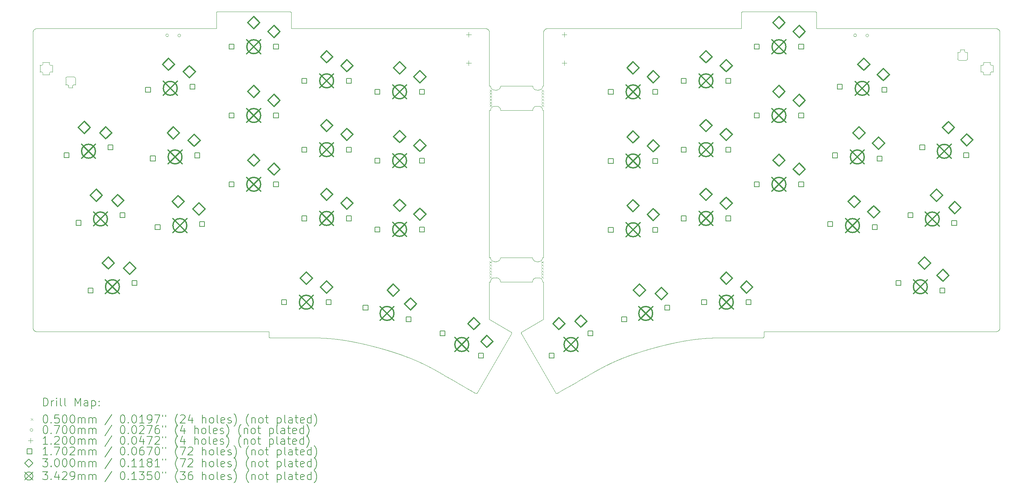
<source format=gbr>
%TF.GenerationSoftware,KiCad,Pcbnew,9.0.3*%
%TF.CreationDate,2025-07-20T15:57:29+08:00*%
%TF.ProjectId,totem_0_3,746f7465-6d5f-4305-9f33-2e6b69636164,0.3*%
%TF.SameCoordinates,Original*%
%TF.FileFunction,Drillmap*%
%TF.FilePolarity,Positive*%
%FSLAX45Y45*%
G04 Gerber Fmt 4.5, Leading zero omitted, Abs format (unit mm)*
G04 Created by KiCad (PCBNEW 9.0.3) date 2025-07-20 15:57:29*
%MOMM*%
%LPD*%
G01*
G04 APERTURE LIST*
%ADD10C,0.010000*%
%ADD11C,0.100000*%
%ADD12C,0.080000*%
%ADD13C,0.120000*%
%ADD14C,0.200000*%
%ADD15C,0.170180*%
%ADD16C,0.300000*%
%ADD17C,0.342900*%
G04 APERTURE END LIST*
D10*
X14327390Y-5065336D02*
X14327386Y-5064431D01*
X14327374Y-5063526D01*
X14327354Y-5062623D01*
X14327326Y-5061721D01*
X14327290Y-5060820D01*
X14327247Y-5059920D01*
X14327195Y-5059021D01*
X14327135Y-5058124D01*
X14327068Y-5057228D01*
X14326992Y-5056333D01*
X14326909Y-5055440D01*
X14326817Y-5054548D01*
X14326718Y-5053657D01*
X14326611Y-5052768D01*
X14326496Y-5051881D01*
X14326373Y-5050995D01*
X14326243Y-5050111D01*
X14326104Y-5049228D01*
X14325958Y-5048347D01*
X14325804Y-5047468D01*
X14325642Y-5046590D01*
X14325472Y-5045714D01*
X14325295Y-5044841D01*
X14325110Y-5043969D01*
X14324917Y-5043099D01*
X14324716Y-5042231D01*
X14324508Y-5041365D01*
X14324291Y-5040501D01*
X14324068Y-5039640D01*
X14323836Y-5038780D01*
X14323597Y-5037923D01*
X14323350Y-5037068D01*
X14323095Y-5036215D01*
X14322833Y-5035365D01*
X14322564Y-5034518D01*
X14322286Y-5033672D01*
X14322001Y-5032830D01*
X14321709Y-5031990D01*
X14321409Y-5031152D01*
X14321101Y-5030317D01*
X14320786Y-5029485D01*
X14320464Y-5028656D01*
X14320134Y-5027830D01*
X14319796Y-5027007D01*
X14319452Y-5026186D01*
X14319099Y-5025369D01*
X14318740Y-5024555D01*
X14318373Y-5023744D01*
X14317999Y-5022936D01*
X14317617Y-5022131D01*
X14317228Y-5021330D01*
X14316832Y-5020532D01*
X14316429Y-5019738D01*
X14316019Y-5018947D01*
X14315601Y-5018160D01*
X14315177Y-5017376D01*
X14314745Y-5016597D01*
X14314306Y-5015820D01*
X14313860Y-5015048D01*
X14313407Y-5014280D01*
X14312947Y-5013515D01*
X14312481Y-5012755D01*
X14312007Y-5011998D01*
X14311527Y-5011246D01*
X14311039Y-5010498D01*
X14310545Y-5009754D01*
X14310045Y-5009014D01*
X14309537Y-5008279D01*
X14309023Y-5007548D01*
X14308502Y-5006822D01*
X14307975Y-5006101D01*
X14307441Y-5005384D01*
X14306901Y-5004671D01*
X14306354Y-5003964D01*
X14305801Y-5003261D01*
X14305242Y-5002563D01*
X14304676Y-5001870D01*
X14304104Y-5001182D01*
X14303526Y-5000499D01*
X14302942Y-4999821D01*
X14302351Y-4999149D01*
X14301755Y-4998482D01*
X14301152Y-4997819D01*
X14300544Y-4997163D01*
X14299930Y-4996511D01*
X14299310Y-4995866D01*
X14298684Y-4995225D01*
X14298052Y-4994591D01*
X14297415Y-4993962D01*
X14296772Y-4993338D01*
X14296448Y-4993029D01*
X14296123Y-4992721D01*
X14295797Y-4992414D01*
X14295469Y-4992109D01*
X14295140Y-4991805D01*
X14294810Y-4991503D01*
X14294478Y-4991202D01*
X14294145Y-4990903D01*
X14293811Y-4990605D01*
X14293475Y-4990309D01*
X14293138Y-4990014D01*
X14292800Y-4989721D01*
X14292460Y-4989429D01*
X14292119Y-4989139D01*
X14291777Y-4988850D01*
X14291434Y-4988563D01*
X14291089Y-4988278D01*
X14290743Y-4987994D01*
X14290395Y-4987711D01*
X14290047Y-4987430D01*
X14289697Y-4987151D01*
X14289346Y-4986873D01*
X14288994Y-4986597D01*
X14288641Y-4986322D01*
X14288286Y-4986049D01*
X14287930Y-4985778D01*
X14287573Y-4985508D01*
X14287215Y-4985240D01*
X14286855Y-4984973D01*
X14286495Y-4984708D01*
X14286133Y-4984445D01*
X14285770Y-4984183D01*
X14285406Y-4983923D01*
X14285041Y-4983665D01*
X14284675Y-4983408D01*
X14284307Y-4983153D01*
X14283939Y-4982900D01*
X14283569Y-4982648D01*
X14283198Y-4982398D01*
X14282826Y-4982150D01*
X14282453Y-4981903D01*
X14282079Y-4981658D01*
X14281704Y-4981414D01*
X14281328Y-4981173D01*
X14280951Y-4980933D01*
X14280573Y-4980695D01*
X14280194Y-4980458D01*
X14279813Y-4980223D01*
X14279432Y-4979990D01*
X14279050Y-4979759D01*
X14278666Y-4979529D01*
X14278282Y-4979301D01*
X14277897Y-4979075D01*
X14277510Y-4978851D01*
X14277123Y-4978628D01*
X14276735Y-4978407D01*
X14276346Y-4978188D01*
X14275956Y-4977971D01*
X14275565Y-4977755D01*
X14275173Y-4977541D01*
X14274780Y-4977329D01*
X14274386Y-4977119D01*
X14273991Y-4976911D01*
X14273595Y-4976704D01*
X14273199Y-4976499D01*
X14272801Y-4976296D01*
X14272403Y-4976094D01*
X14272004Y-4975895D01*
X14271604Y-4975697D01*
X14271203Y-4975501D01*
X14270801Y-4975307D01*
X14270399Y-4975115D01*
X14269995Y-4974924D01*
X14269591Y-4974736D01*
X14269186Y-4974549D01*
X14268780Y-4974364D01*
X14268374Y-4974181D01*
X14267966Y-4974000D01*
X14267558Y-4973820D01*
X14267149Y-4973643D01*
X14266739Y-4973467D01*
X14266328Y-4973293D01*
X14265917Y-4973121D01*
X14265505Y-4972951D01*
X14265092Y-4972782D01*
X14264679Y-4972616D01*
X14264265Y-4972451D01*
X14263850Y-4972288D01*
X14263434Y-4972128D01*
X14263018Y-4971969D01*
X14262601Y-4971811D01*
X14262183Y-4971656D01*
X14261764Y-4971503D01*
X14261345Y-4971351D01*
X14260925Y-4971202D01*
X14260505Y-4971054D01*
X14260084Y-4970908D01*
X14259662Y-4970764D01*
X14259240Y-4970622D01*
X14258817Y-4970482D01*
X14258393Y-4970344D01*
X14257969Y-4970208D01*
X14257544Y-4970073D01*
X14257118Y-4969941D01*
X14256692Y-4969810D01*
X14256266Y-4969681D01*
X14255838Y-4969555D01*
X14255410Y-4969430D01*
X14254982Y-4969307D01*
X14254553Y-4969186D01*
X14254124Y-4969067D01*
X14253694Y-4968950D01*
X14253263Y-4968835D01*
X14252832Y-4968721D01*
X14252400Y-4968610D01*
X14251968Y-4968500D01*
X14251535Y-4968393D01*
X14251102Y-4968287D01*
X14250668Y-4968184D01*
X14250234Y-4968082D01*
X14249799Y-4967982D01*
X14249364Y-4967884D01*
X14248928Y-4967789D01*
X14248492Y-4967695D01*
X14248055Y-4967603D01*
X14247618Y-4967513D01*
X14247181Y-4967425D01*
X14246743Y-4967339D01*
X14246304Y-4967254D01*
X14245865Y-4967172D01*
X14245426Y-4967092D01*
X14244986Y-4967014D01*
X14244546Y-4966937D01*
X14244105Y-4966863D01*
X14243664Y-4966791D01*
X14243223Y-4966720D01*
X14242781Y-4966652D01*
X14242339Y-4966585D01*
X14241896Y-4966521D01*
X14241453Y-4966458D01*
X14241010Y-4966397D01*
X14240566Y-4966339D01*
X14240122Y-4966282D01*
X14239678Y-4966227D01*
X14239233Y-4966175D01*
X14238788Y-4966124D01*
X14238343Y-4966075D01*
X14237897Y-4966028D01*
X14237451Y-4965983D01*
X14237004Y-4965941D01*
X14236557Y-4965900D01*
X14236110Y-4965861D01*
X14235663Y-4965824D01*
X14235215Y-4965789D01*
X14234767Y-4965756D01*
X14234318Y-4965725D01*
X14233870Y-4965696D01*
X14233421Y-4965669D01*
X14232972Y-4965644D01*
X14232522Y-4965621D01*
X14232073Y-4965600D01*
X14231622Y-4965581D01*
X14231172Y-4965564D01*
X14230722Y-4965549D01*
X14230271Y-4965536D01*
X14229820Y-4965525D01*
X14229369Y-4965516D01*
X14228917Y-4965509D01*
X14228465Y-4965504D01*
X14228013Y-4965501D01*
X14227555Y-4965500D01*
X13218967Y-13538705D02*
X13309945Y-13591259D01*
X13402291Y-13644600D01*
X13474451Y-13686279D01*
X13545508Y-13727319D01*
X13603855Y-13761015D01*
X13660307Y-13793614D01*
X13707200Y-13820690D01*
X13751966Y-13846536D01*
X13789150Y-13868002D01*
X13824231Y-13888251D01*
X13853191Y-13904965D01*
X13880201Y-13920551D01*
X13902258Y-13933277D01*
X13922583Y-13945000D01*
X13938928Y-13954426D01*
X13953786Y-13962991D01*
X13965490Y-13969737D01*
X13975960Y-13975768D01*
X13985201Y-13981088D01*
X18442390Y-12845496D02*
X18446886Y-12844294D01*
X18451374Y-12843095D01*
X18455854Y-12841900D01*
X18460326Y-12840709D01*
X18464791Y-12839523D01*
X18469248Y-12838341D01*
X18473697Y-12837163D01*
X18478139Y-12835988D01*
X18482572Y-12834818D01*
X18486999Y-12833653D01*
X18491417Y-12832491D01*
X18495829Y-12831333D01*
X18500232Y-12830179D01*
X18504628Y-12829029D01*
X18509017Y-12827884D01*
X18513398Y-12826742D01*
X18517771Y-12825605D01*
X18522137Y-12824471D01*
X18526496Y-12823341D01*
X18530847Y-12822216D01*
X18535191Y-12821094D01*
X18539527Y-12819976D01*
X18543856Y-12818863D01*
X18548178Y-12817753D01*
X18552492Y-12816647D01*
X18556799Y-12815545D01*
X18561099Y-12814447D01*
X18565391Y-12813353D01*
X18569677Y-12812263D01*
X18573955Y-12811177D01*
X18578226Y-12810094D01*
X18582489Y-12809016D01*
X18586746Y-12807941D01*
X18590995Y-12806870D01*
X18595237Y-12805803D01*
X18599473Y-12804740D01*
X18603701Y-12803681D01*
X18607922Y-12802626D01*
X18612136Y-12801574D01*
X18616343Y-12800527D01*
X18620543Y-12799483D01*
X18624736Y-12798442D01*
X18628922Y-12797406D01*
X18633101Y-12796373D01*
X18637273Y-12795345D01*
X18641438Y-12794320D01*
X18645597Y-12793298D01*
X18649748Y-12792281D01*
X18653893Y-12791267D01*
X18658031Y-12790257D01*
X18662162Y-12789250D01*
X18666286Y-12788248D01*
X18670404Y-12787249D01*
X18674514Y-12786253D01*
X18678619Y-12785262D01*
X18682716Y-12784274D01*
X18686807Y-12783289D01*
X18690891Y-12782309D01*
X18694968Y-12781332D01*
X18699039Y-12780359D01*
X18703103Y-12779389D01*
X18707161Y-12778423D01*
X18711212Y-12777460D01*
X18715256Y-12776501D01*
X18719295Y-12775546D01*
X18723326Y-12774594D01*
X18727351Y-12773646D01*
X18731370Y-12772702D01*
X18735382Y-12771761D01*
X18739387Y-12770824D01*
X18743387Y-12769890D01*
X18747380Y-12768959D01*
X18751366Y-12768033D01*
X18755347Y-12767109D01*
X18759321Y-12766190D01*
X18763288Y-12765273D01*
X18767250Y-12764361D01*
X18771205Y-12763451D01*
X18775154Y-12762546D01*
X18779096Y-12761643D01*
X18783033Y-12760745D01*
X18786963Y-12759849D01*
X18790887Y-12758957D01*
X18794805Y-12758069D01*
X18798717Y-12757184D01*
X18802623Y-12756302D01*
X18806522Y-12755424D01*
X18810416Y-12754550D01*
X18814304Y-12753678D01*
X18818185Y-12752810D01*
X18822061Y-12751946D01*
X18825930Y-12751085D01*
X18829794Y-12750227D01*
X18833651Y-12749372D01*
X18837503Y-12748521D01*
X18841349Y-12747673D01*
X18845189Y-12746829D01*
X18849023Y-12745988D01*
X18852852Y-12745150D01*
X18856674Y-12744316D01*
X18860491Y-12743485D01*
X18864301Y-12742657D01*
X18868107Y-12741832D01*
X18871906Y-12741011D01*
X18875700Y-12740193D01*
X18879487Y-12739379D01*
X18883270Y-12738567D01*
X18887046Y-12737759D01*
X18890818Y-12736954D01*
X18894583Y-12736153D01*
X18898343Y-12735354D01*
X18902097Y-12734559D01*
X18905845Y-12733767D01*
X18909588Y-12732978D01*
X18913326Y-12732193D01*
X18917058Y-12731411D01*
X18920785Y-12730631D01*
X18924506Y-12729855D01*
X18928222Y-12729083D01*
X18931931Y-12728313D01*
X18935637Y-12727546D01*
X18939336Y-12726783D01*
X18943030Y-12726023D01*
X18946719Y-12725266D01*
X18950403Y-12724512D01*
X18954080Y-12723761D01*
X18957754Y-12723014D01*
X18961421Y-12722269D01*
X18965084Y-12721527D01*
X18968741Y-12720789D01*
X18972393Y-12720054D01*
X18976039Y-12719322D01*
X18979682Y-12718593D01*
X18983318Y-12717867D01*
X18986949Y-12717143D01*
X18990575Y-12716424D01*
X18994197Y-12715707D01*
X18997813Y-12714993D01*
X19001424Y-12714282D01*
X19005030Y-12713574D01*
X19008632Y-12712869D01*
X19012228Y-12712168D01*
X19015819Y-12711469D01*
X19019405Y-12710773D01*
X19022987Y-12710080D01*
X19026563Y-12709390D01*
X19030135Y-12708703D01*
X19033702Y-12708020D01*
X19037264Y-12707338D01*
X19040821Y-12706661D01*
X19044374Y-12705985D01*
X19047921Y-12705313D01*
X19051464Y-12704644D01*
X19055002Y-12703978D01*
X19058536Y-12703315D01*
X19062064Y-12702654D01*
X19065589Y-12701997D01*
X19069108Y-12701342D01*
X19072623Y-12700690D01*
X19076133Y-12700042D01*
X19079640Y-12699395D01*
X19083140Y-12698752D01*
X19086637Y-12698112D01*
X19090129Y-12697475D01*
X19093617Y-12696840D01*
X19097100Y-12696209D01*
X19100579Y-12695580D01*
X19104053Y-12694954D01*
X19107523Y-12694330D01*
X19110988Y-12693710D01*
X19114450Y-12693092D01*
X19117906Y-12692478D01*
X19121360Y-12691866D01*
X19124807Y-12691257D01*
X19128252Y-12690650D01*
X19131691Y-12690047D01*
X19135127Y-12689446D01*
X19138558Y-12688848D01*
X19141985Y-12688252D01*
X19145408Y-12687660D01*
X19148827Y-12687070D01*
X19152241Y-12686483D01*
X19155652Y-12685898D01*
X19159058Y-12685317D01*
X19162461Y-12684738D01*
X19165859Y-12684162D01*
X19172644Y-12683017D01*
X19179413Y-12681884D01*
X19186166Y-12680761D01*
X19192904Y-12679649D01*
X19199626Y-12678547D01*
X19206334Y-12677456D01*
X19213026Y-12676376D01*
X19219704Y-12675306D01*
X19226367Y-12674246D01*
X19233016Y-12673197D01*
X19239651Y-12672158D01*
X19246271Y-12671129D01*
X19252878Y-12670111D01*
X19259471Y-12669102D01*
X19266051Y-12668104D01*
X19272617Y-12667116D01*
X19279171Y-12666138D01*
X19285711Y-12665170D01*
X19292239Y-12664212D01*
X19298755Y-12663264D01*
X19305258Y-12662326D01*
X19311750Y-12661397D01*
X19318229Y-12660478D01*
X19324697Y-12659569D01*
X19331154Y-12658670D01*
X19337599Y-12657780D01*
X19344034Y-12656900D01*
X19350458Y-12656029D01*
X19356871Y-12655168D01*
X19363274Y-12654316D01*
X19369667Y-12653474D01*
X19376050Y-12652640D01*
X19382423Y-12651817D01*
X19388787Y-12651002D01*
X19395142Y-12650197D01*
X19401488Y-12649401D01*
X19407825Y-12648614D01*
X19414154Y-12647836D01*
X19420475Y-12647067D01*
X19426788Y-12646307D01*
X19433093Y-12645556D01*
X19439390Y-12644814D01*
X19445681Y-12644081D01*
X19451965Y-12643357D01*
X19458242Y-12642641D01*
X19464512Y-12641935D01*
X19470777Y-12641237D01*
X19477036Y-12640547D01*
X19483289Y-12639867D01*
X19489537Y-12639195D01*
X19495780Y-12638531D01*
X19502019Y-12637876D01*
X19508253Y-12637230D01*
X19514483Y-12636591D01*
X19520710Y-12635962D01*
X19526933Y-12635340D01*
X19533153Y-12634727D01*
X19539370Y-12634123D01*
X19545586Y-12633526D01*
X19551799Y-12632938D01*
X19558010Y-12632358D01*
X19564220Y-12631786D01*
X19570429Y-12631222D01*
X19576638Y-12630666D01*
X19582846Y-12630118D01*
X19589055Y-12629578D01*
X19595264Y-12629046D01*
X19601475Y-12628522D01*
X19607686Y-12628006D01*
X19613900Y-12627498D01*
X19620116Y-12626998D01*
X19626335Y-12626505D01*
X19632557Y-12626020D01*
X19638783Y-12625543D01*
X19645013Y-12625073D01*
X19651248Y-12624612D01*
X19657489Y-12624157D01*
X19663735Y-12623711D01*
X19669987Y-12623271D01*
X19676247Y-12622840D01*
X19682514Y-12622415D01*
X19688789Y-12621999D01*
X19695073Y-12621589D01*
X19701366Y-12621187D01*
X19707669Y-12620793D01*
X19713983Y-12620405D01*
X19720309Y-12620025D01*
X19726647Y-12619653D01*
X19732998Y-12619287D01*
X19739363Y-12618929D01*
X19745742Y-12618577D01*
X19752137Y-12618233D01*
X19758548Y-12617896D01*
X19764977Y-12617566D01*
X19771424Y-12617243D01*
X19777890Y-12616928D01*
X19784377Y-12616619D01*
X19790885Y-12616317D01*
X19797416Y-12616022D01*
X19803970Y-12615734D01*
X19810550Y-12615452D01*
X19817156Y-12615178D01*
X19823790Y-12614910D01*
X19830454Y-12614649D01*
X19837148Y-12614395D01*
X19843875Y-12614148D01*
X19850636Y-12613907D01*
X19857434Y-12613673D01*
X19864269Y-12613446D01*
X19871145Y-12613225D01*
X19878063Y-12613011D01*
X19885025Y-12612804D01*
X19892035Y-12612603D01*
X19899095Y-12612408D01*
X19906208Y-12612221D01*
X19913376Y-12612039D01*
X19920604Y-12611864D01*
X19927894Y-12611696D01*
X19935251Y-12611533D01*
X19942680Y-12611378D01*
X19950183Y-12611228D01*
X19957768Y-12611085D01*
X19965439Y-12610948D01*
X19973202Y-12610818D01*
X19981064Y-12610694D01*
X19989032Y-12610576D01*
X19997116Y-12610464D01*
X20005325Y-12610358D01*
X20013669Y-12610259D01*
X20022160Y-12610166D01*
X20030814Y-12610079D01*
X20039645Y-12609998D01*
X20048673Y-12609923D01*
X20057921Y-12609854D01*
X20067416Y-12609791D01*
X20077191Y-12609735D01*
X20087286Y-12609684D01*
X20097754Y-12609639D01*
X20108663Y-12609600D01*
X20120103Y-12609567D01*
X20132203Y-12609540D01*
X20145153Y-12609519D01*
X20159260Y-12609503D01*
X20175088Y-12609493D01*
X20193910Y-12609489D01*
X20212982Y-12609488D01*
X22400200Y-4579561D02*
X22400196Y-4579076D01*
X22400184Y-4578592D01*
X22400164Y-4578109D01*
X22400136Y-4577627D01*
X22400100Y-4577145D01*
X22400057Y-4576665D01*
X22400005Y-4576185D01*
X22399945Y-4575707D01*
X22399878Y-4575229D01*
X22399803Y-4574753D01*
X22399719Y-4574278D01*
X22399628Y-4573805D01*
X22399529Y-4573333D01*
X22399423Y-4572863D01*
X22399308Y-4572394D01*
X22399186Y-4571928D01*
X22399056Y-4571463D01*
X22398918Y-4571000D01*
X22398772Y-4570539D01*
X22398619Y-4570080D01*
X22398458Y-4569624D01*
X22398290Y-4569170D01*
X22398114Y-4568718D01*
X22397930Y-4568270D01*
X22397739Y-4567823D01*
X22397540Y-4567380D01*
X22397334Y-4566940D01*
X22397121Y-4566502D01*
X22396900Y-4566068D01*
X22396672Y-4565638D01*
X22396436Y-4565210D01*
X22396194Y-4564786D01*
X22395944Y-4564366D01*
X22395688Y-4563950D01*
X22395424Y-4563538D01*
X22395154Y-4563130D01*
X22394877Y-4562726D01*
X22394593Y-4562326D01*
X22394302Y-4561931D01*
X22394005Y-4561540D01*
X22393701Y-4561154D01*
X22393391Y-4560773D01*
X22393075Y-4560396D01*
X22392753Y-4560025D01*
X22392424Y-4559659D01*
X22392090Y-4559299D01*
X22391749Y-4558943D01*
X22391403Y-4558594D01*
X22391228Y-4558421D01*
X22391051Y-4558250D01*
X22390873Y-4558080D01*
X22390694Y-4557911D01*
X22390513Y-4557744D01*
X22390331Y-4557579D01*
X22390148Y-4557415D01*
X22389963Y-4557253D01*
X22389777Y-4557092D01*
X22389590Y-4556932D01*
X22389401Y-4556775D01*
X22389211Y-4556618D01*
X22389020Y-4556464D01*
X22388828Y-4556310D01*
X22388635Y-4556159D01*
X22388440Y-4556009D01*
X22388244Y-4555861D01*
X22388047Y-4555714D01*
X22387849Y-4555569D01*
X22387650Y-4555426D01*
X22387449Y-4555284D01*
X22387248Y-4555144D01*
X22387045Y-4555006D01*
X22386842Y-4554869D01*
X22386637Y-4554734D01*
X22386432Y-4554601D01*
X22386225Y-4554470D01*
X22386017Y-4554340D01*
X22385809Y-4554212D01*
X22385599Y-4554086D01*
X22385388Y-4553961D01*
X22385177Y-4553839D01*
X22384964Y-4553718D01*
X22384751Y-4553599D01*
X22384537Y-4553481D01*
X22384322Y-4553366D01*
X22384106Y-4553252D01*
X22383889Y-4553140D01*
X22383671Y-4553030D01*
X22383453Y-4552922D01*
X22383233Y-4552816D01*
X22383013Y-4552711D01*
X22382793Y-4552609D01*
X22382571Y-4552508D01*
X22382349Y-4552409D01*
X22382126Y-4552312D01*
X22381902Y-4552216D01*
X22381678Y-4552123D01*
X22381453Y-4552032D01*
X22381227Y-4551942D01*
X22381000Y-4551855D01*
X22380773Y-4551769D01*
X22380546Y-4551685D01*
X22380317Y-4551603D01*
X22380089Y-4551523D01*
X22379859Y-4551445D01*
X22379629Y-4551369D01*
X22379398Y-4551295D01*
X22379167Y-4551222D01*
X22378936Y-4551152D01*
X22378704Y-4551084D01*
X22378471Y-4551017D01*
X22378238Y-4550952D01*
X22378004Y-4550890D01*
X22377770Y-4550829D01*
X22377536Y-4550771D01*
X22377301Y-4550714D01*
X22377065Y-4550659D01*
X22376830Y-4550606D01*
X22376593Y-4550555D01*
X22376357Y-4550507D01*
X22376120Y-4550460D01*
X22375882Y-4550415D01*
X22375645Y-4550372D01*
X22375407Y-4550331D01*
X22375168Y-4550292D01*
X22374930Y-4550255D01*
X22374690Y-4550220D01*
X22374451Y-4550187D01*
X22374211Y-4550155D01*
X22373972Y-4550126D01*
X22373731Y-4550099D01*
X22373491Y-4550074D01*
X22373250Y-4550051D01*
X22373009Y-4550030D01*
X22372768Y-4550011D01*
X22372527Y-4549993D01*
X22372285Y-4549978D01*
X22372043Y-4549965D01*
X22371801Y-4549954D01*
X22371559Y-4549945D01*
X22371316Y-4549937D01*
X22371074Y-4549932D01*
X22370831Y-4549929D01*
X22370566Y-4549928D01*
X15662500Y-6988400D02*
X15662500Y-10628435D01*
X3063200Y-12359369D02*
X3063204Y-12360274D01*
X3063216Y-12361179D01*
X3063236Y-12362082D01*
X3063264Y-12362984D01*
X3063300Y-12363885D01*
X3063343Y-12364785D01*
X3063395Y-12365684D01*
X3063455Y-12366581D01*
X3063523Y-12367477D01*
X3063598Y-12368372D01*
X3063681Y-12369265D01*
X3063773Y-12370157D01*
X3063872Y-12371048D01*
X3063979Y-12371937D01*
X3064094Y-12372824D01*
X3064217Y-12373710D01*
X3064347Y-12374594D01*
X3064486Y-12375477D01*
X3064632Y-12376358D01*
X3064786Y-12377237D01*
X3064948Y-12378115D01*
X3065118Y-12378990D01*
X3065295Y-12379864D01*
X3065480Y-12380736D01*
X3065673Y-12381606D01*
X3065874Y-12382474D01*
X3066082Y-12383340D01*
X3066299Y-12384204D01*
X3066523Y-12385065D01*
X3066754Y-12385925D01*
X3066993Y-12386782D01*
X3067240Y-12387637D01*
X3067495Y-12388489D01*
X3067757Y-12389340D01*
X3068027Y-12390187D01*
X3068304Y-12391033D01*
X3068589Y-12391875D01*
X3068881Y-12392715D01*
X3069181Y-12393553D01*
X3069489Y-12394387D01*
X3069804Y-12395219D01*
X3070126Y-12396048D01*
X3070456Y-12396875D01*
X3070794Y-12397698D01*
X3071138Y-12398518D01*
X3071491Y-12399336D01*
X3071850Y-12400150D01*
X3072217Y-12400961D01*
X3072591Y-12401769D01*
X3072973Y-12402573D01*
X3073362Y-12403374D01*
X3073758Y-12404172D01*
X3074161Y-12404967D01*
X3074571Y-12405757D01*
X3074989Y-12406545D01*
X3075414Y-12407328D01*
X3075845Y-12408108D01*
X3076284Y-12408884D01*
X3076730Y-12409657D01*
X3077183Y-12410425D01*
X3077643Y-12411190D01*
X3078109Y-12411950D01*
X3078583Y-12412706D01*
X3079063Y-12413459D01*
X3079551Y-12414207D01*
X3080045Y-12414951D01*
X3080545Y-12415690D01*
X3081053Y-12416425D01*
X3081567Y-12417156D01*
X3082088Y-12417882D01*
X3082615Y-12418604D01*
X3083149Y-12419321D01*
X3083689Y-12420033D01*
X3084236Y-12420741D01*
X3084789Y-12421444D01*
X3085348Y-12422141D01*
X3085914Y-12422834D01*
X3086486Y-12423522D01*
X3087064Y-12424205D01*
X3087648Y-12424883D01*
X3088239Y-12425556D01*
X3088835Y-12426223D01*
X3089438Y-12426885D01*
X3090046Y-12427542D01*
X3090660Y-12428193D01*
X3091281Y-12428839D01*
X3091906Y-12429479D01*
X3092538Y-12430114D01*
X3093175Y-12430743D01*
X3093818Y-12431366D01*
X3094142Y-12431676D01*
X3094467Y-12431984D01*
X3094793Y-12432290D01*
X3095121Y-12432596D01*
X3095450Y-12432899D01*
X3095780Y-12433202D01*
X3096112Y-12433502D01*
X3096445Y-12433802D01*
X3096779Y-12434099D01*
X3097115Y-12434396D01*
X3097452Y-12434690D01*
X3097790Y-12434984D01*
X3098130Y-12435275D01*
X3098471Y-12435565D01*
X3098813Y-12435854D01*
X3099157Y-12436141D01*
X3099501Y-12436427D01*
X3099847Y-12436711D01*
X3100195Y-12436993D01*
X3100543Y-12437274D01*
X3100893Y-12437554D01*
X3101244Y-12437831D01*
X3101596Y-12438108D01*
X3101950Y-12438382D01*
X3102304Y-12438655D01*
X3102660Y-12438927D01*
X3103017Y-12439196D01*
X3103375Y-12439464D01*
X3103735Y-12439731D01*
X3104095Y-12439996D01*
X3104457Y-12440259D01*
X3104820Y-12440521D01*
X3105184Y-12440781D01*
X3105549Y-12441039D01*
X3105916Y-12441296D01*
X3106283Y-12441551D01*
X3106651Y-12441805D01*
X3107021Y-12442056D01*
X3107392Y-12442306D01*
X3107764Y-12442555D01*
X3108137Y-12442802D01*
X3108511Y-12443047D01*
X3108886Y-12443290D01*
X3109262Y-12443532D01*
X3109639Y-12443772D01*
X3110017Y-12444010D01*
X3110397Y-12444246D01*
X3110777Y-12444481D01*
X3111158Y-12444714D01*
X3111541Y-12444946D01*
X3111924Y-12445175D01*
X3112308Y-12445403D01*
X3112693Y-12445629D01*
X3113080Y-12445854D01*
X3113467Y-12446076D01*
X3113855Y-12446297D01*
X3114244Y-12446516D01*
X3114635Y-12446734D01*
X3115026Y-12446949D01*
X3115418Y-12447163D01*
X3115810Y-12447375D01*
X3116204Y-12447585D01*
X3116599Y-12447794D01*
X3116995Y-12448001D01*
X3117391Y-12448206D01*
X3117789Y-12448409D01*
X3118187Y-12448610D01*
X3118586Y-12448810D01*
X3118986Y-12449007D01*
X3119387Y-12449203D01*
X3119789Y-12449397D01*
X3120192Y-12449590D01*
X3120595Y-12449780D01*
X3120999Y-12449969D01*
X3121404Y-12450155D01*
X3121810Y-12450340D01*
X3122217Y-12450523D01*
X3122624Y-12450705D01*
X3123032Y-12450884D01*
X3123441Y-12451062D01*
X3123851Y-12451238D01*
X3124262Y-12451412D01*
X3124673Y-12451584D01*
X3125085Y-12451754D01*
X3125498Y-12451922D01*
X3125911Y-12452089D01*
X3126326Y-12452253D01*
X3126741Y-12452416D01*
X3127156Y-12452577D01*
X3127573Y-12452736D01*
X3127990Y-12452893D01*
X3128408Y-12453048D01*
X3128826Y-12453202D01*
X3129245Y-12453353D01*
X3129665Y-12453503D01*
X3130085Y-12453650D01*
X3130506Y-12453796D01*
X3130928Y-12453940D01*
X3131351Y-12454082D01*
X3131774Y-12454222D01*
X3132197Y-12454360D01*
X3132622Y-12454497D01*
X3133046Y-12454631D01*
X3133472Y-12454764D01*
X3133898Y-12454894D01*
X3134325Y-12455023D01*
X3134752Y-12455150D01*
X3135180Y-12455274D01*
X3135608Y-12455397D01*
X3136037Y-12455518D01*
X3136467Y-12455637D01*
X3136897Y-12455755D01*
X3137327Y-12455870D01*
X3137759Y-12455983D01*
X3138190Y-12456095D01*
X3138623Y-12456204D01*
X3139055Y-12456311D01*
X3139489Y-12456417D01*
X3139922Y-12456521D01*
X3140357Y-12456622D01*
X3140791Y-12456722D01*
X3141227Y-12456820D01*
X3141662Y-12456916D01*
X3142098Y-12457010D01*
X3142535Y-12457102D01*
X3142972Y-12457192D01*
X3143410Y-12457280D01*
X3143848Y-12457366D01*
X3144286Y-12457450D01*
X3144725Y-12457532D01*
X3145164Y-12457612D01*
X3145604Y-12457691D01*
X3146044Y-12457767D01*
X3146485Y-12457841D01*
X3146926Y-12457914D01*
X3147368Y-12457984D01*
X3147809Y-12458053D01*
X3148252Y-12458119D01*
X3148694Y-12458184D01*
X3149137Y-12458246D01*
X3149580Y-12458307D01*
X3150024Y-12458366D01*
X3150468Y-12458422D01*
X3150913Y-12458477D01*
X3151357Y-12458530D01*
X3151803Y-12458581D01*
X3152248Y-12458629D01*
X3152694Y-12458676D01*
X3153140Y-12458721D01*
X3153587Y-12458764D01*
X3154033Y-12458805D01*
X3154481Y-12458844D01*
X3154928Y-12458880D01*
X3155376Y-12458915D01*
X3155824Y-12458948D01*
X3156272Y-12458979D01*
X3156721Y-12459008D01*
X3157170Y-12459035D01*
X3157619Y-12459060D01*
X3158068Y-12459083D01*
X3158518Y-12459104D01*
X3158968Y-12459123D01*
X3159418Y-12459140D01*
X3159869Y-12459155D01*
X3160320Y-12459168D01*
X3160771Y-12459179D01*
X3161222Y-12459188D01*
X3161674Y-12459195D01*
X3162125Y-12459200D01*
X3162578Y-12459203D01*
X3163036Y-12459204D01*
X14357756Y-6988435D02*
X14327041Y-6988435D01*
X21102336Y-12579855D02*
X21102336Y-12459204D01*
X20579865Y-4549928D02*
X20579381Y-4549932D01*
X20578897Y-4549944D01*
X20578413Y-4549964D01*
X20577931Y-4549992D01*
X20577449Y-4550027D01*
X20576969Y-4550071D01*
X20576489Y-4550123D01*
X20576011Y-4550182D01*
X20575533Y-4550250D01*
X20575057Y-4550325D01*
X20574583Y-4550408D01*
X20574109Y-4550500D01*
X20573637Y-4550598D01*
X20573167Y-4550705D01*
X20572699Y-4550820D01*
X20572232Y-4550942D01*
X20571767Y-4551072D01*
X20571304Y-4551210D01*
X20570843Y-4551356D01*
X20570384Y-4551509D01*
X20569928Y-4551670D01*
X20569474Y-4551838D01*
X20569022Y-4552014D01*
X20568573Y-4552198D01*
X20568127Y-4552389D01*
X20567684Y-4552588D01*
X20567244Y-4552794D01*
X20566806Y-4553007D01*
X20566372Y-4553228D01*
X20565941Y-4553456D01*
X20565514Y-4553691D01*
X20565090Y-4553934D01*
X20564670Y-4554183D01*
X20564254Y-4554440D01*
X20563842Y-4554703D01*
X20563433Y-4554974D01*
X20563029Y-4555251D01*
X20562629Y-4555535D01*
X20562234Y-4555826D01*
X20561843Y-4556123D01*
X20561457Y-4556426D01*
X20561076Y-4556736D01*
X20560700Y-4557053D01*
X20560329Y-4557375D01*
X20559963Y-4557704D01*
X20559602Y-4558038D01*
X20559247Y-4558379D01*
X20558897Y-4558725D01*
X20558724Y-4558900D01*
X20558553Y-4559077D01*
X20558383Y-4559255D01*
X20558215Y-4559434D01*
X20558048Y-4559615D01*
X20557882Y-4559797D01*
X20557719Y-4559980D01*
X20557556Y-4560165D01*
X20557395Y-4560351D01*
X20557236Y-4560538D01*
X20557078Y-4560727D01*
X20556922Y-4560916D01*
X20556767Y-4561107D01*
X20556614Y-4561300D01*
X20556462Y-4561493D01*
X20556312Y-4561688D01*
X20556164Y-4561884D01*
X20556018Y-4562081D01*
X20555873Y-4562279D01*
X20555729Y-4562478D01*
X20555588Y-4562678D01*
X20555448Y-4562880D01*
X20555309Y-4563082D01*
X20555173Y-4563286D01*
X20555038Y-4563490D01*
X20554905Y-4563696D01*
X20554773Y-4563903D01*
X20554643Y-4564111D01*
X20554515Y-4564319D01*
X20554389Y-4564529D01*
X20554265Y-4564739D01*
X20554142Y-4564951D01*
X20554021Y-4565163D01*
X20553902Y-4565377D01*
X20553785Y-4565591D01*
X20553669Y-4565806D01*
X20553556Y-4566022D01*
X20553444Y-4566239D01*
X20553334Y-4566456D01*
X20553225Y-4566675D01*
X20553119Y-4566894D01*
X20553014Y-4567114D01*
X20552912Y-4567335D01*
X20552811Y-4567557D01*
X20552712Y-4567779D01*
X20552615Y-4568002D01*
X20552520Y-4568226D01*
X20552426Y-4568450D01*
X20552335Y-4568675D01*
X20552245Y-4568901D01*
X20552158Y-4569127D01*
X20552072Y-4569354D01*
X20551988Y-4569582D01*
X20551906Y-4569810D01*
X20551826Y-4570039D01*
X20551748Y-4570269D01*
X20551672Y-4570498D01*
X20551598Y-4570729D01*
X20551526Y-4570960D01*
X20551455Y-4571192D01*
X20551387Y-4571424D01*
X20551320Y-4571657D01*
X20551256Y-4571890D01*
X20551193Y-4572123D01*
X20551133Y-4572357D01*
X20551074Y-4572592D01*
X20551017Y-4572827D01*
X20550962Y-4573062D01*
X20550910Y-4573298D01*
X20550859Y-4573534D01*
X20550810Y-4573771D01*
X20550763Y-4574008D01*
X20550718Y-4574245D01*
X20550675Y-4574483D01*
X20550634Y-4574721D01*
X20550595Y-4574959D01*
X20550558Y-4575198D01*
X20550523Y-4575437D01*
X20550490Y-4575676D01*
X20550459Y-4575916D01*
X20550430Y-4576156D01*
X20550402Y-4576396D01*
X20550377Y-4576636D01*
X20550354Y-4576877D01*
X20550333Y-4577118D01*
X20550314Y-4577359D01*
X20550297Y-4577600D01*
X20550281Y-4577842D01*
X20550268Y-4578084D01*
X20550257Y-4578326D01*
X20550248Y-4578568D01*
X20550241Y-4578811D01*
X20550236Y-4579053D01*
X20550232Y-4579296D01*
X20550231Y-4579561D01*
X15661796Y-12157579D02*
X15128396Y-12465554D01*
X15963068Y-13970152D02*
X15963316Y-13970576D01*
X15963571Y-13970995D01*
X15963832Y-13971409D01*
X15964100Y-13971818D01*
X15964373Y-13972222D01*
X15964653Y-13972622D01*
X15964939Y-13973016D01*
X15965232Y-13973405D01*
X15965530Y-13973789D01*
X15965835Y-13974168D01*
X15966145Y-13974541D01*
X15966461Y-13974909D01*
X15966784Y-13975271D01*
X15967112Y-13975629D01*
X15967445Y-13975980D01*
X15967785Y-13976326D01*
X15968130Y-13976666D01*
X15968480Y-13977001D01*
X15968836Y-13977329D01*
X15969198Y-13977652D01*
X15969565Y-13977969D01*
X15969936Y-13978279D01*
X15970313Y-13978584D01*
X15970695Y-13978882D01*
X15971082Y-13979174D01*
X15971474Y-13979460D01*
X15971871Y-13979739D01*
X15972272Y-13980012D01*
X15972678Y-13980279D01*
X15973088Y-13980538D01*
X15973503Y-13980791D01*
X15973922Y-13981037D01*
X15974345Y-13981277D01*
X15974772Y-13981509D01*
X15975203Y-13981734D01*
X15975637Y-13981953D01*
X15976075Y-13982164D01*
X15976517Y-13982368D01*
X15976962Y-13982565D01*
X15977411Y-13982754D01*
X15977862Y-13982936D01*
X15978317Y-13983111D01*
X15978774Y-13983278D01*
X15979234Y-13983438D01*
X15979697Y-13983590D01*
X15980162Y-13983735D01*
X15980630Y-13983872D01*
X15980864Y-13983937D01*
X15981099Y-13984001D01*
X15981335Y-13984063D01*
X15981571Y-13984122D01*
X15981807Y-13984180D01*
X15982044Y-13984236D01*
X15982282Y-13984290D01*
X15982520Y-13984342D01*
X15982758Y-13984392D01*
X15982996Y-13984440D01*
X15983235Y-13984486D01*
X15983475Y-13984530D01*
X15983714Y-13984572D01*
X15983954Y-13984612D01*
X15984194Y-13984651D01*
X15984435Y-13984687D01*
X15984676Y-13984721D01*
X15984917Y-13984753D01*
X15985158Y-13984783D01*
X15985399Y-13984811D01*
X15985641Y-13984838D01*
X15985882Y-13984862D01*
X15986124Y-13984884D01*
X15986366Y-13984904D01*
X15986608Y-13984923D01*
X15986851Y-13984939D01*
X15987093Y-13984953D01*
X15987335Y-13984965D01*
X15987577Y-13984975D01*
X15987820Y-13984984D01*
X15988062Y-13984990D01*
X15988305Y-13984994D01*
X15988547Y-13984996D01*
X15988789Y-13984997D01*
X15989032Y-13984995D01*
X15989274Y-13984991D01*
X15989516Y-13984985D01*
X15989758Y-13984977D01*
X15990000Y-13984968D01*
X15990242Y-13984956D01*
X15990483Y-13984942D01*
X15990725Y-13984926D01*
X15990966Y-13984908D01*
X15991207Y-13984889D01*
X15991448Y-13984867D01*
X15991688Y-13984843D01*
X15991928Y-13984817D01*
X15992169Y-13984790D01*
X15992408Y-13984760D01*
X15992648Y-13984728D01*
X15992887Y-13984694D01*
X15993126Y-13984659D01*
X15993365Y-13984621D01*
X15993603Y-13984581D01*
X15993841Y-13984540D01*
X15994078Y-13984496D01*
X15994315Y-13984451D01*
X15994552Y-13984403D01*
X15994788Y-13984354D01*
X15995024Y-13984302D01*
X15995259Y-13984249D01*
X15995495Y-13984194D01*
X15995729Y-13984136D01*
X15995963Y-13984077D01*
X15996197Y-13984016D01*
X15996430Y-13983953D01*
X15996662Y-13983888D01*
X15996894Y-13983821D01*
X15997126Y-13983752D01*
X15997357Y-13983681D01*
X15997587Y-13983608D01*
X15997817Y-13983534D01*
X15998046Y-13983457D01*
X15998275Y-13983379D01*
X15998503Y-13983298D01*
X15998731Y-13983216D01*
X15998958Y-13983132D01*
X15999184Y-13983045D01*
X15999410Y-13982957D01*
X15999635Y-13982867D01*
X15999859Y-13982776D01*
X16000083Y-13982682D01*
X16000306Y-13982586D01*
X16000528Y-13982488D01*
X16000749Y-13982389D01*
X16000971Y-13982288D01*
X16001191Y-13982185D01*
X16001410Y-13982079D01*
X16001629Y-13981973D01*
X16001847Y-13981864D01*
X16002064Y-13981753D01*
X16002281Y-13981640D01*
X16002497Y-13981526D01*
X16002712Y-13981410D01*
X16002926Y-13981292D01*
X16003140Y-13981172D01*
X16003285Y-13981088D01*
X26826151Y-4965500D02*
X22400200Y-4965500D01*
X26825449Y-12459204D02*
X26826354Y-12459200D01*
X26827259Y-12459188D01*
X26828162Y-12459168D01*
X26829064Y-12459141D01*
X26829965Y-12459105D01*
X26830865Y-12459061D01*
X26831764Y-12459009D01*
X26832661Y-12458949D01*
X26833557Y-12458882D01*
X26834452Y-12458806D01*
X26835345Y-12458723D01*
X26836237Y-12458632D01*
X26837128Y-12458532D01*
X26838017Y-12458425D01*
X26838904Y-12458310D01*
X26839790Y-12458188D01*
X26840675Y-12458057D01*
X26841557Y-12457919D01*
X26842438Y-12457772D01*
X26843317Y-12457618D01*
X26844195Y-12457456D01*
X26845071Y-12457287D01*
X26845944Y-12457109D01*
X26846816Y-12456924D01*
X26847686Y-12456731D01*
X26848554Y-12456530D01*
X26849420Y-12456322D01*
X26850284Y-12456106D01*
X26851145Y-12455882D01*
X26852005Y-12455650D01*
X26852862Y-12455411D01*
X26853717Y-12455164D01*
X26854570Y-12454910D01*
X26855420Y-12454648D01*
X26856268Y-12454378D01*
X26857113Y-12454100D01*
X26857955Y-12453816D01*
X26858796Y-12453523D01*
X26859633Y-12453223D01*
X26860468Y-12452916D01*
X26861300Y-12452600D01*
X26862129Y-12452278D01*
X26862955Y-12451948D01*
X26863778Y-12451611D01*
X26864599Y-12451266D01*
X26865416Y-12450914D01*
X26866230Y-12450554D01*
X26867041Y-12450187D01*
X26867849Y-12449813D01*
X26868654Y-12449431D01*
X26869455Y-12449043D01*
X26870253Y-12448647D01*
X26871047Y-12448243D01*
X26871838Y-12447833D01*
X26872625Y-12447415D01*
X26873409Y-12446991D01*
X26874189Y-12446559D01*
X26874965Y-12446120D01*
X26875737Y-12445674D01*
X26876506Y-12445221D01*
X26877270Y-12444762D01*
X26878031Y-12444295D01*
X26878787Y-12443821D01*
X26879539Y-12443341D01*
X26880287Y-12442854D01*
X26881031Y-12442360D01*
X26881771Y-12441859D01*
X26882506Y-12441351D01*
X26883237Y-12440837D01*
X26883963Y-12440317D01*
X26884685Y-12439789D01*
X26885402Y-12439256D01*
X26886114Y-12438715D01*
X26886822Y-12438169D01*
X26887524Y-12437615D01*
X26888222Y-12437056D01*
X26888915Y-12436490D01*
X26889603Y-12435918D01*
X26890286Y-12435340D01*
X26890964Y-12434756D01*
X26891636Y-12434165D01*
X26892304Y-12433569D01*
X26892966Y-12432966D01*
X26893623Y-12432358D01*
X26894274Y-12431744D01*
X26894920Y-12431124D01*
X26895560Y-12430498D01*
X26896195Y-12429866D01*
X26896824Y-12429229D01*
X26897447Y-12428586D01*
X26897757Y-12428262D01*
X26898065Y-12427938D01*
X26898371Y-12427611D01*
X26898676Y-12427284D01*
X26898980Y-12426955D01*
X26899282Y-12426624D01*
X26899583Y-12426292D01*
X26899882Y-12425959D01*
X26900180Y-12425625D01*
X26900476Y-12425289D01*
X26900771Y-12424952D01*
X26901064Y-12424614D01*
X26901356Y-12424274D01*
X26901646Y-12423933D01*
X26901935Y-12423591D01*
X26902222Y-12423248D01*
X26902508Y-12422903D01*
X26902792Y-12422557D01*
X26903074Y-12422210D01*
X26903355Y-12421861D01*
X26903634Y-12421511D01*
X26903912Y-12421160D01*
X26904188Y-12420808D01*
X26904463Y-12420455D01*
X26904736Y-12420100D01*
X26905007Y-12419744D01*
X26905277Y-12419387D01*
X26905545Y-12419029D01*
X26905812Y-12418670D01*
X26906077Y-12418309D01*
X26906340Y-12417947D01*
X26906602Y-12417584D01*
X26906862Y-12417220D01*
X26907120Y-12416855D01*
X26907377Y-12416489D01*
X26907632Y-12416121D01*
X26907886Y-12415753D01*
X26908137Y-12415383D01*
X26908387Y-12415012D01*
X26908636Y-12414641D01*
X26908883Y-12414268D01*
X26909128Y-12413894D01*
X26909371Y-12413519D01*
X26909613Y-12413142D01*
X26909852Y-12412765D01*
X26910091Y-12412387D01*
X26910327Y-12412008D01*
X26910562Y-12411627D01*
X26910795Y-12411246D01*
X26911027Y-12410864D01*
X26911256Y-12410481D01*
X26911484Y-12410096D01*
X26911710Y-12409711D01*
X26911935Y-12409325D01*
X26912157Y-12408937D01*
X26912378Y-12408549D01*
X26912597Y-12408160D01*
X26912815Y-12407770D01*
X26913030Y-12407379D01*
X26913244Y-12406987D01*
X26913456Y-12406594D01*
X26913666Y-12406200D01*
X26913875Y-12405805D01*
X26914082Y-12405410D01*
X26914287Y-12405013D01*
X26914490Y-12404616D01*
X26914691Y-12404217D01*
X26914891Y-12403818D01*
X26915088Y-12403418D01*
X26915284Y-12403017D01*
X26915478Y-12402616D01*
X26915671Y-12402213D01*
X26915861Y-12401810D01*
X26916050Y-12401405D01*
X26916236Y-12401000D01*
X26916421Y-12400594D01*
X26916605Y-12400188D01*
X26916786Y-12399780D01*
X26916965Y-12399372D01*
X26917143Y-12398963D01*
X26917319Y-12398553D01*
X26917493Y-12398143D01*
X26917665Y-12397731D01*
X26917835Y-12397319D01*
X26918003Y-12396907D01*
X26918170Y-12396493D01*
X26918334Y-12396079D01*
X26918497Y-12395664D01*
X26918658Y-12395248D01*
X26918817Y-12394832D01*
X26918974Y-12394415D01*
X26919129Y-12393997D01*
X26919283Y-12393579D01*
X26919434Y-12393159D01*
X26919584Y-12392740D01*
X26919731Y-12392319D01*
X26919877Y-12391898D01*
X26920021Y-12391476D01*
X26920163Y-12391054D01*
X26920303Y-12390631D01*
X26920441Y-12390207D01*
X26920578Y-12389783D01*
X26920712Y-12389358D01*
X26920845Y-12388933D01*
X26920975Y-12388507D01*
X26921104Y-12388080D01*
X26921231Y-12387653D01*
X26921356Y-12387225D01*
X26921478Y-12386796D01*
X26921599Y-12386367D01*
X26921719Y-12385938D01*
X26921836Y-12385508D01*
X26921951Y-12385077D01*
X26922064Y-12384646D01*
X26922176Y-12384214D01*
X26922285Y-12383782D01*
X26922393Y-12383349D01*
X26922498Y-12382916D01*
X26922602Y-12382482D01*
X26922703Y-12382048D01*
X26922803Y-12381614D01*
X26922901Y-12381178D01*
X26922997Y-12380743D01*
X26923091Y-12380306D01*
X26923183Y-12379870D01*
X26923273Y-12379433D01*
X26923361Y-12378995D01*
X26923447Y-12378557D01*
X26923531Y-12378119D01*
X26923613Y-12377680D01*
X26923694Y-12377240D01*
X26923772Y-12376800D01*
X26923848Y-12376360D01*
X26923923Y-12375920D01*
X26923995Y-12375479D01*
X26924065Y-12375037D01*
X26924134Y-12374596D01*
X26924200Y-12374153D01*
X26924265Y-12373711D01*
X26924328Y-12373268D01*
X26924388Y-12372824D01*
X26924447Y-12372381D01*
X26924503Y-12371937D01*
X26924558Y-12371492D01*
X26924611Y-12371047D01*
X26924662Y-12370602D01*
X26924710Y-12370157D01*
X26924757Y-12369711D01*
X26924802Y-12369265D01*
X26924845Y-12368818D01*
X26924886Y-12368372D01*
X26924925Y-12367924D01*
X26924962Y-12367477D01*
X26924996Y-12367029D01*
X26925029Y-12366581D01*
X26925060Y-12366133D01*
X26925089Y-12365684D01*
X26925116Y-12365235D01*
X26925141Y-12364786D01*
X26925164Y-12364337D01*
X26925185Y-12363887D01*
X26925204Y-12363437D01*
X26925221Y-12362987D01*
X26925236Y-12362536D01*
X26925249Y-12362085D01*
X26925260Y-12361634D01*
X26925269Y-12361183D01*
X26925276Y-12360731D01*
X26925281Y-12360280D01*
X26925284Y-12359827D01*
X26925285Y-12359369D01*
X8886150Y-12579855D02*
X8886154Y-12580346D01*
X8886166Y-12580836D01*
X8886186Y-12581326D01*
X8886214Y-12581814D01*
X8886250Y-12582301D01*
X8886294Y-12582788D01*
X8886345Y-12583273D01*
X8886405Y-12583756D01*
X8886472Y-12584238D01*
X8886547Y-12584719D01*
X8886630Y-12585199D01*
X8886721Y-12585676D01*
X8886820Y-12586152D01*
X8886927Y-12586626D01*
X8887041Y-12587098D01*
X8887163Y-12587568D01*
X8887292Y-12588036D01*
X8887430Y-12588502D01*
X8887574Y-12588965D01*
X8887727Y-12589426D01*
X8887887Y-12589885D01*
X8888055Y-12590340D01*
X8888230Y-12590793D01*
X8888413Y-12591244D01*
X8888603Y-12591691D01*
X8888800Y-12592135D01*
X8889005Y-12592576D01*
X8889217Y-12593014D01*
X8889436Y-12593448D01*
X8889662Y-12593878D01*
X8889896Y-12594305D01*
X8890136Y-12594728D01*
X8890384Y-12595148D01*
X8890638Y-12595563D01*
X8890899Y-12595974D01*
X8891167Y-12596381D01*
X8891442Y-12596783D01*
X8891723Y-12597181D01*
X8892011Y-12597575D01*
X8892305Y-12597963D01*
X8892606Y-12598347D01*
X8892913Y-12598726D01*
X8893226Y-12599100D01*
X8893545Y-12599468D01*
X8893870Y-12599832D01*
X8894035Y-12600011D01*
X8894201Y-12600189D01*
X8894369Y-12600366D01*
X8894538Y-12600542D01*
X8894709Y-12600716D01*
X8894881Y-12600889D01*
X8895054Y-12601060D01*
X8895229Y-12601230D01*
X8895405Y-12601398D01*
X8895583Y-12601565D01*
X8895762Y-12601730D01*
X8895942Y-12601894D01*
X8896124Y-12602057D01*
X8896306Y-12602218D01*
X8896491Y-12602377D01*
X8896676Y-12602535D01*
X8896863Y-12602691D01*
X8897051Y-12602846D01*
X8897240Y-12602999D01*
X8897430Y-12603151D01*
X8897622Y-12603301D01*
X8897815Y-12603449D01*
X8898009Y-12603596D01*
X8898204Y-12603741D01*
X8898400Y-12603884D01*
X8898598Y-12604026D01*
X8898796Y-12604167D01*
X8898996Y-12604305D01*
X8899197Y-12604442D01*
X8899399Y-12604577D01*
X8899602Y-12604711D01*
X8899806Y-12604843D01*
X8900011Y-12604973D01*
X8900217Y-12605101D01*
X8900424Y-12605228D01*
X8900633Y-12605353D01*
X8900842Y-12605476D01*
X8901052Y-12605597D01*
X8901263Y-12605717D01*
X8901475Y-12605835D01*
X8901688Y-12605951D01*
X8901902Y-12606066D01*
X8902117Y-12606178D01*
X8902333Y-12606289D01*
X8902549Y-12606398D01*
X8902767Y-12606505D01*
X8902985Y-12606611D01*
X8903204Y-12606714D01*
X8903424Y-12606816D01*
X8903645Y-12606916D01*
X8903867Y-12607014D01*
X8904089Y-12607110D01*
X8904312Y-12607205D01*
X8904536Y-12607297D01*
X8904761Y-12607388D01*
X8904987Y-12607477D01*
X8905213Y-12607564D01*
X8905440Y-12607649D01*
X8905667Y-12607732D01*
X8905896Y-12607813D01*
X8906125Y-12607893D01*
X8906354Y-12607971D01*
X8906585Y-12608046D01*
X8906816Y-12608120D01*
X8907047Y-12608192D01*
X8907280Y-12608262D01*
X8907513Y-12608330D01*
X8907746Y-12608396D01*
X8907980Y-12608460D01*
X8908215Y-12608523D01*
X8908450Y-12608583D01*
X8908686Y-12608642D01*
X8908922Y-12608698D01*
X8909159Y-12608753D01*
X8909396Y-12608806D01*
X8909634Y-12608856D01*
X8909873Y-12608905D01*
X8910112Y-12608952D01*
X8910351Y-12608997D01*
X8910591Y-12609040D01*
X8910831Y-12609081D01*
X8911072Y-12609120D01*
X8911314Y-12609157D01*
X8911556Y-12609192D01*
X8911798Y-12609226D01*
X8912040Y-12609257D01*
X8912283Y-12609286D01*
X8912527Y-12609313D01*
X8912771Y-12609339D01*
X8913015Y-12609362D01*
X8913259Y-12609384D01*
X8913504Y-12609403D01*
X8913750Y-12609420D01*
X8913996Y-12609436D01*
X8914242Y-12609449D01*
X8914488Y-12609461D01*
X8914735Y-12609470D01*
X8914982Y-12609478D01*
X8915229Y-12609483D01*
X8915477Y-12609487D01*
X8915784Y-12609488D01*
X16003285Y-13981088D02*
X16032655Y-13964128D01*
X16086238Y-13933194D01*
X16186755Y-13875174D01*
X16316484Y-13800292D01*
X16387952Y-13759037D01*
X16462429Y-13716041D01*
X16538869Y-13671908D01*
X16616228Y-13627240D01*
X16693459Y-13582638D01*
X16769519Y-13538705D01*
X21102336Y-12459204D02*
X26825449Y-12459204D01*
X15644256Y-11228434D02*
X15661796Y-11228009D01*
X15647256Y-6388435D02*
X15662495Y-6388435D01*
X14327041Y-10628435D02*
X14354757Y-10628435D01*
X7589688Y-4965500D02*
X3163036Y-4965500D01*
X22400200Y-4965500D02*
X22400200Y-4579561D01*
X8886150Y-12459204D02*
X8886150Y-12579855D01*
X3163036Y-4965500D02*
X3162131Y-4965504D01*
X3161226Y-4965516D01*
X3160323Y-4965536D01*
X3159421Y-4965564D01*
X3158520Y-4965600D01*
X3157620Y-4965644D01*
X3156721Y-4965695D01*
X3155824Y-4965755D01*
X3154928Y-4965823D01*
X3154033Y-4965898D01*
X3153140Y-4965982D01*
X3152248Y-4966073D01*
X3151357Y-4966172D01*
X3150468Y-4966279D01*
X3149581Y-4966394D01*
X3148695Y-4966517D01*
X3147811Y-4966647D01*
X3146928Y-4966786D01*
X3146047Y-4966932D01*
X3145168Y-4967086D01*
X3144290Y-4967248D01*
X3143415Y-4967418D01*
X3142541Y-4967595D01*
X3141669Y-4967780D01*
X3140799Y-4967973D01*
X3139931Y-4968174D01*
X3139065Y-4968383D01*
X3138201Y-4968599D01*
X3137340Y-4968823D01*
X3136480Y-4969054D01*
X3135623Y-4969293D01*
X3134768Y-4969540D01*
X3133916Y-4969795D01*
X3133065Y-4970057D01*
X3132218Y-4970327D01*
X3131372Y-4970604D01*
X3130530Y-4970889D01*
X3129690Y-4971181D01*
X3128852Y-4971481D01*
X3128018Y-4971789D01*
X3127186Y-4972104D01*
X3126356Y-4972426D01*
X3125530Y-4972756D01*
X3124707Y-4973094D01*
X3123887Y-4973439D01*
X3123069Y-4973791D01*
X3122255Y-4974150D01*
X3121444Y-4974517D01*
X3120636Y-4974891D01*
X3119832Y-4975273D01*
X3119030Y-4975662D01*
X3118233Y-4976058D01*
X3117438Y-4976461D01*
X3116648Y-4976871D01*
X3115860Y-4977289D01*
X3115077Y-4977714D01*
X3114297Y-4978145D01*
X3113521Y-4978584D01*
X3112748Y-4979030D01*
X3111980Y-4979483D01*
X3111215Y-4979943D01*
X3110455Y-4980409D01*
X3109698Y-4980883D01*
X3108946Y-4981364D01*
X3108198Y-4981851D01*
X3107454Y-4982345D01*
X3106715Y-4982846D01*
X3105979Y-4983353D01*
X3105249Y-4983867D01*
X3104522Y-4984388D01*
X3103801Y-4984915D01*
X3103084Y-4985449D01*
X3102371Y-4985989D01*
X3101664Y-4986536D01*
X3100961Y-4987089D01*
X3100263Y-4987648D01*
X3099570Y-4988214D01*
X3098882Y-4988786D01*
X3098199Y-4989364D01*
X3097522Y-4989949D01*
X3096849Y-4990539D01*
X3096182Y-4991136D01*
X3095520Y-4991738D01*
X3094863Y-4992346D01*
X3094212Y-4992961D01*
X3093566Y-4993581D01*
X3092925Y-4994207D01*
X3092291Y-4994838D01*
X3091662Y-4995476D01*
X3091038Y-4996119D01*
X3090729Y-4996442D01*
X3090421Y-4996767D01*
X3090114Y-4997093D01*
X3089809Y-4997421D01*
X3089505Y-4997750D01*
X3089203Y-4998080D01*
X3088902Y-4998412D01*
X3088603Y-4998745D01*
X3088305Y-4999080D01*
X3088009Y-4999415D01*
X3087714Y-4999752D01*
X3087421Y-5000091D01*
X3087129Y-5000430D01*
X3086839Y-5000771D01*
X3086550Y-5001113D01*
X3086263Y-5001457D01*
X3085978Y-5001802D01*
X3085694Y-5002148D01*
X3085411Y-5002495D01*
X3085130Y-5002843D01*
X3084851Y-5003193D01*
X3084573Y-5003544D01*
X3084297Y-5003896D01*
X3084022Y-5004250D01*
X3083749Y-5004605D01*
X3083478Y-5004960D01*
X3083208Y-5005317D01*
X3082940Y-5005676D01*
X3082673Y-5006035D01*
X3082409Y-5006396D01*
X3082145Y-5006757D01*
X3081884Y-5007120D01*
X3081624Y-5007484D01*
X3081365Y-5007850D01*
X3081108Y-5008216D01*
X3080853Y-5008583D01*
X3080600Y-5008952D01*
X3080348Y-5009322D01*
X3080098Y-5009692D01*
X3079850Y-5010064D01*
X3079603Y-5010437D01*
X3079358Y-5010811D01*
X3079115Y-5011186D01*
X3078873Y-5011562D01*
X3078633Y-5011939D01*
X3078395Y-5012318D01*
X3078158Y-5012697D01*
X3077923Y-5013077D01*
X3077690Y-5013458D01*
X3077459Y-5013841D01*
X3077229Y-5014224D01*
X3077001Y-5014609D01*
X3076775Y-5014994D01*
X3076551Y-5015380D01*
X3076328Y-5015767D01*
X3076107Y-5016156D01*
X3075888Y-5016545D01*
X3075671Y-5016935D01*
X3075455Y-5017326D01*
X3075241Y-5017718D01*
X3075029Y-5018111D01*
X3074819Y-5018505D01*
X3074611Y-5018899D01*
X3074404Y-5019295D01*
X3074199Y-5019692D01*
X3073996Y-5020089D01*
X3073794Y-5020487D01*
X3073595Y-5020887D01*
X3073397Y-5021287D01*
X3073201Y-5021688D01*
X3073007Y-5022089D01*
X3072815Y-5022492D01*
X3072624Y-5022895D01*
X3072436Y-5023300D01*
X3072249Y-5023704D01*
X3072064Y-5024110D01*
X3071881Y-5024517D01*
X3071700Y-5024925D01*
X3071520Y-5025333D01*
X3071343Y-5025742D01*
X3071167Y-5026151D01*
X3070993Y-5026562D01*
X3070821Y-5026973D01*
X3070651Y-5027385D01*
X3070482Y-5027798D01*
X3070316Y-5028212D01*
X3070151Y-5028626D01*
X3069988Y-5029041D01*
X3069828Y-5029457D01*
X3069668Y-5029873D01*
X3069511Y-5030290D01*
X3069356Y-5030708D01*
X3069203Y-5031126D01*
X3069051Y-5031546D01*
X3068902Y-5031965D01*
X3068754Y-5032386D01*
X3068608Y-5032807D01*
X3068464Y-5033229D01*
X3068322Y-5033651D01*
X3068182Y-5034074D01*
X3068044Y-5034498D01*
X3067908Y-5034922D01*
X3067773Y-5035347D01*
X3067641Y-5035772D01*
X3067510Y-5036198D01*
X3067381Y-5036625D01*
X3067255Y-5037052D01*
X3067130Y-5037480D01*
X3067007Y-5037908D01*
X3066886Y-5038338D01*
X3066767Y-5038767D01*
X3066650Y-5039197D01*
X3066535Y-5039628D01*
X3066421Y-5040059D01*
X3066310Y-5040490D01*
X3066200Y-5040923D01*
X3066093Y-5041355D01*
X3065987Y-5041789D01*
X3065884Y-5042222D01*
X3065782Y-5042657D01*
X3065682Y-5043091D01*
X3065584Y-5043527D01*
X3065489Y-5043962D01*
X3065395Y-5044399D01*
X3065303Y-5044835D01*
X3065213Y-5045272D01*
X3065125Y-5045710D01*
X3065038Y-5046148D01*
X3064954Y-5046586D01*
X3064872Y-5047025D01*
X3064792Y-5047465D01*
X3064714Y-5047904D01*
X3064637Y-5048345D01*
X3064563Y-5048785D01*
X3064490Y-5049226D01*
X3064420Y-5049668D01*
X3064352Y-5050109D01*
X3064285Y-5050552D01*
X3064220Y-5050994D01*
X3064158Y-5051437D01*
X3064097Y-5051880D01*
X3064039Y-5052324D01*
X3063982Y-5052768D01*
X3063927Y-5053213D01*
X3063874Y-5053657D01*
X3063824Y-5054103D01*
X3063775Y-5054548D01*
X3063728Y-5054994D01*
X3063683Y-5055440D01*
X3063640Y-5055887D01*
X3063600Y-5056333D01*
X3063561Y-5056781D01*
X3063524Y-5057228D01*
X3063489Y-5057676D01*
X3063456Y-5058124D01*
X3063425Y-5058572D01*
X3063396Y-5059021D01*
X3063369Y-5059470D01*
X3063344Y-5059919D01*
X3063321Y-5060368D01*
X3063300Y-5060818D01*
X3063281Y-5061268D01*
X3063264Y-5061718D01*
X3063249Y-5062169D01*
X3063236Y-5062620D01*
X3063225Y-5063071D01*
X3063216Y-5063522D01*
X3063209Y-5063974D01*
X3063204Y-5064425D01*
X3063201Y-5064878D01*
X3063200Y-5065336D01*
X15397256Y-6988435D02*
X14607756Y-6988434D01*
X14327041Y-6988435D02*
X14327041Y-10628435D01*
X14227555Y-4965500D02*
X9439655Y-4965500D01*
X20212982Y-12609488D02*
X21072701Y-12609488D01*
D11*
X14604756Y-11228434D02*
X15394256Y-11228435D01*
D10*
X9439655Y-4965500D02*
X9439655Y-4579561D01*
X14354756Y-11228435D02*
X14326690Y-11228009D01*
X15762331Y-4965500D02*
X15761425Y-4965504D01*
X15760521Y-4965516D01*
X15759618Y-4965536D01*
X15758716Y-4965564D01*
X15757815Y-4965600D01*
X15756915Y-4965644D01*
X15756016Y-4965695D01*
X15755119Y-4965755D01*
X15754223Y-4965823D01*
X15753328Y-4965898D01*
X15752435Y-4965982D01*
X15751543Y-4966073D01*
X15750652Y-4966172D01*
X15749763Y-4966279D01*
X15748876Y-4966394D01*
X15747990Y-4966517D01*
X15747105Y-4966647D01*
X15746223Y-4966786D01*
X15745342Y-4966932D01*
X15744462Y-4967086D01*
X15743585Y-4967248D01*
X15742709Y-4967418D01*
X15741836Y-4967595D01*
X15740964Y-4967780D01*
X15740094Y-4967973D01*
X15739226Y-4968174D01*
X15738360Y-4968383D01*
X15737496Y-4968599D01*
X15736635Y-4968823D01*
X15735775Y-4969054D01*
X15734918Y-4969293D01*
X15734063Y-4969540D01*
X15733210Y-4969795D01*
X15732360Y-4970057D01*
X15731513Y-4970327D01*
X15730667Y-4970604D01*
X15729825Y-4970889D01*
X15728985Y-4971181D01*
X15728147Y-4971481D01*
X15727312Y-4971789D01*
X15726480Y-4972104D01*
X15725651Y-4972426D01*
X15724825Y-4972756D01*
X15724002Y-4973094D01*
X15723181Y-4973439D01*
X15722364Y-4973791D01*
X15721550Y-4974150D01*
X15720739Y-4974517D01*
X15719931Y-4974891D01*
X15719127Y-4975273D01*
X15718325Y-4975662D01*
X15717528Y-4976058D01*
X15716733Y-4976461D01*
X15715942Y-4976871D01*
X15715155Y-4977289D01*
X15714372Y-4977714D01*
X15713592Y-4978145D01*
X15712816Y-4978584D01*
X15712043Y-4979030D01*
X15711275Y-4979483D01*
X15710510Y-4979943D01*
X15709750Y-4980409D01*
X15708993Y-4980883D01*
X15708241Y-4981363D01*
X15707493Y-4981851D01*
X15706749Y-4982345D01*
X15706010Y-4982846D01*
X15705274Y-4983353D01*
X15704544Y-4983867D01*
X15703817Y-4984388D01*
X15703096Y-4984915D01*
X15702379Y-4985449D01*
X15701667Y-4985989D01*
X15700959Y-4986536D01*
X15700256Y-4987089D01*
X15699558Y-4987648D01*
X15698865Y-4988214D01*
X15698177Y-4988786D01*
X15697494Y-4989364D01*
X15696817Y-4989949D01*
X15696144Y-4990539D01*
X15695477Y-4991135D01*
X15694815Y-4991738D01*
X15694158Y-4992346D01*
X15693507Y-4992961D01*
X15692861Y-4993581D01*
X15692221Y-4994207D01*
X15691586Y-4994838D01*
X15690957Y-4995476D01*
X15690333Y-4996118D01*
X15690024Y-4996442D01*
X15689716Y-4996767D01*
X15689409Y-4997093D01*
X15689104Y-4997421D01*
X15688800Y-4997750D01*
X15688498Y-4998080D01*
X15688197Y-4998412D01*
X15687898Y-4998745D01*
X15687600Y-4999079D01*
X15687304Y-4999415D01*
X15687009Y-4999752D01*
X15686716Y-5000091D01*
X15686424Y-5000430D01*
X15686134Y-5000771D01*
X15685846Y-5001113D01*
X15685558Y-5001457D01*
X15685273Y-5001802D01*
X15684989Y-5002148D01*
X15684706Y-5002495D01*
X15684425Y-5002843D01*
X15684146Y-5003193D01*
X15683868Y-5003544D01*
X15683592Y-5003896D01*
X15683318Y-5004250D01*
X15683045Y-5004604D01*
X15682773Y-5004960D01*
X15682503Y-5005317D01*
X15682235Y-5005676D01*
X15681969Y-5006035D01*
X15681704Y-5006396D01*
X15681440Y-5006757D01*
X15681179Y-5007120D01*
X15680919Y-5007484D01*
X15680660Y-5007849D01*
X15680404Y-5008216D01*
X15680149Y-5008583D01*
X15679895Y-5008952D01*
X15679643Y-5009321D01*
X15679393Y-5009692D01*
X15679145Y-5010064D01*
X15678898Y-5010437D01*
X15678653Y-5010811D01*
X15678410Y-5011186D01*
X15678168Y-5011562D01*
X15677928Y-5011939D01*
X15677690Y-5012318D01*
X15677453Y-5012697D01*
X15677219Y-5013077D01*
X15676986Y-5013458D01*
X15676754Y-5013841D01*
X15676525Y-5014224D01*
X15676297Y-5014608D01*
X15676071Y-5014994D01*
X15675846Y-5015380D01*
X15675624Y-5015767D01*
X15675403Y-5016155D01*
X15675183Y-5016545D01*
X15674966Y-5016935D01*
X15674750Y-5017326D01*
X15674537Y-5017718D01*
X15674325Y-5018111D01*
X15674114Y-5018505D01*
X15673906Y-5018899D01*
X15673699Y-5019295D01*
X15673494Y-5019692D01*
X15673291Y-5020089D01*
X15673090Y-5020487D01*
X15672890Y-5020886D01*
X15672692Y-5021286D01*
X15672497Y-5021687D01*
X15672302Y-5022089D01*
X15672110Y-5022492D01*
X15671920Y-5022895D01*
X15671731Y-5023299D01*
X15671544Y-5023704D01*
X15671359Y-5024110D01*
X15671176Y-5024517D01*
X15670995Y-5024924D01*
X15670815Y-5025333D01*
X15670638Y-5025742D01*
X15670462Y-5026151D01*
X15670288Y-5026562D01*
X15670116Y-5026973D01*
X15669946Y-5027385D01*
X15669778Y-5027798D01*
X15669611Y-5028212D01*
X15669446Y-5028626D01*
X15669284Y-5029041D01*
X15669123Y-5029457D01*
X15668964Y-5029873D01*
X15668807Y-5030290D01*
X15668651Y-5030708D01*
X15668498Y-5031126D01*
X15668347Y-5031545D01*
X15668197Y-5031965D01*
X15668049Y-5032386D01*
X15667904Y-5032807D01*
X15667760Y-5033229D01*
X15667618Y-5033651D01*
X15667477Y-5034074D01*
X15667339Y-5034498D01*
X15667203Y-5034922D01*
X15667069Y-5035347D01*
X15666936Y-5035772D01*
X15666805Y-5036198D01*
X15666677Y-5036625D01*
X15666550Y-5037052D01*
X15666425Y-5037480D01*
X15666302Y-5037908D01*
X15666181Y-5038338D01*
X15666062Y-5038767D01*
X15665945Y-5039197D01*
X15665830Y-5039628D01*
X15665717Y-5040059D01*
X15665605Y-5040490D01*
X15665496Y-5040923D01*
X15665388Y-5041355D01*
X15665283Y-5041789D01*
X15665179Y-5042222D01*
X15665077Y-5042657D01*
X15664978Y-5043091D01*
X15664880Y-5043527D01*
X15664784Y-5043962D01*
X15664690Y-5044399D01*
X15664598Y-5044835D01*
X15664508Y-5045272D01*
X15664420Y-5045710D01*
X15664334Y-5046148D01*
X15664250Y-5046586D01*
X15664167Y-5047025D01*
X15664087Y-5047465D01*
X15664009Y-5047905D01*
X15663933Y-5048345D01*
X15663858Y-5048785D01*
X15663786Y-5049226D01*
X15663715Y-5049668D01*
X15663647Y-5050109D01*
X15663580Y-5050552D01*
X15663516Y-5050994D01*
X15663453Y-5051437D01*
X15663393Y-5051881D01*
X15663334Y-5052324D01*
X15663277Y-5052768D01*
X15663223Y-5053213D01*
X15663170Y-5053658D01*
X15663119Y-5054103D01*
X15663070Y-5054548D01*
X15663024Y-5054994D01*
X15662979Y-5055440D01*
X15662936Y-5055887D01*
X15662895Y-5056333D01*
X15662856Y-5056781D01*
X15662819Y-5057228D01*
X15662784Y-5057676D01*
X15662751Y-5058124D01*
X15662720Y-5058572D01*
X15662692Y-5059021D01*
X15662665Y-5059470D01*
X15662640Y-5059919D01*
X15662617Y-5060369D01*
X15662596Y-5060818D01*
X15662577Y-5061268D01*
X15662560Y-5061719D01*
X15662545Y-5062169D01*
X15662532Y-5062620D01*
X15662520Y-5063071D01*
X15662511Y-5063522D01*
X15662504Y-5063974D01*
X15662499Y-5064426D01*
X15662496Y-5064878D01*
X15662495Y-5065336D01*
X9775503Y-12609488D02*
X9796341Y-12609489D01*
X9806763Y-12609491D01*
X9817189Y-12609495D01*
X9827620Y-12609502D01*
X9838058Y-12609512D01*
X9848503Y-12609527D01*
X9858957Y-12609546D01*
X9869422Y-12609570D01*
X9879897Y-12609601D01*
X9890385Y-12609638D01*
X9900887Y-12609683D01*
X9906144Y-12609708D01*
X9911404Y-12609735D01*
X9916669Y-12609765D01*
X9921938Y-12609797D01*
X9927211Y-12609831D01*
X9932489Y-12609868D01*
X9937771Y-12609907D01*
X9943059Y-12609949D01*
X9948351Y-12609994D01*
X9953649Y-12610041D01*
X9958952Y-12610091D01*
X9964260Y-12610144D01*
X9969574Y-12610201D01*
X9974894Y-12610260D01*
X9980220Y-12610323D01*
X9985552Y-12610388D01*
X9990890Y-12610458D01*
X9996234Y-12610530D01*
X10001586Y-12610606D01*
X10006943Y-12610686D01*
X10012308Y-12610770D01*
X10017680Y-12610857D01*
X10023059Y-12610949D01*
X10028446Y-12611044D01*
X10033840Y-12611143D01*
X10039241Y-12611246D01*
X10044651Y-12611354D01*
X10050068Y-12611466D01*
X10055494Y-12611582D01*
X10060928Y-12611703D01*
X10066370Y-12611828D01*
X10071821Y-12611958D01*
X10077281Y-12612093D01*
X10082749Y-12612233D01*
X10088227Y-12612377D01*
X10093714Y-12612527D01*
X10099210Y-12612681D01*
X10104716Y-12612841D01*
X10110232Y-12613006D01*
X10115757Y-12613176D01*
X10121293Y-12613351D01*
X10126838Y-12613532D01*
X10132394Y-12613719D01*
X10137961Y-12613911D01*
X10143538Y-12614109D01*
X10149125Y-12614313D01*
X10154724Y-12614523D01*
X10160334Y-12614739D01*
X10165955Y-12614960D01*
X10171588Y-12615188D01*
X10177232Y-12615423D01*
X10182888Y-12615663D01*
X10188556Y-12615910D01*
X10194235Y-12616164D01*
X10199927Y-12616424D01*
X10205632Y-12616690D01*
X10211349Y-12616964D01*
X10217078Y-12617244D01*
X10222820Y-12617531D01*
X10228576Y-12617826D01*
X10234344Y-12618127D01*
X10240126Y-12618436D01*
X10245921Y-12618751D01*
X10251730Y-12619074D01*
X10257552Y-12619405D01*
X10263389Y-12619743D01*
X10269239Y-12620089D01*
X10275104Y-12620442D01*
X10280983Y-12620803D01*
X10286877Y-12621172D01*
X10292785Y-12621549D01*
X10298708Y-12621934D01*
X10304646Y-12622327D01*
X10310600Y-12622728D01*
X10316568Y-12623137D01*
X10322553Y-12623555D01*
X10328552Y-12623981D01*
X10334568Y-12624416D01*
X10340599Y-12624860D01*
X10346647Y-12625312D01*
X10352711Y-12625773D01*
X10358791Y-12626242D01*
X10364888Y-12626721D01*
X10371001Y-12627209D01*
X10377131Y-12627705D01*
X10383279Y-12628211D01*
X10389443Y-12628727D01*
X10395625Y-12629251D01*
X10401825Y-12629786D01*
X10404931Y-12630056D01*
X10408042Y-12630329D01*
X10411157Y-12630605D01*
X10414277Y-12630882D01*
X10417401Y-12631163D01*
X10420530Y-12631445D01*
X10423663Y-12631731D01*
X10426800Y-12632018D01*
X10429943Y-12632308D01*
X10433090Y-12632601D01*
X10436241Y-12632896D01*
X10439397Y-12633194D01*
X10442558Y-12633494D01*
X10445724Y-12633796D01*
X10448894Y-12634101D01*
X10452069Y-12634409D01*
X10455248Y-12634719D01*
X10458433Y-12635032D01*
X10461622Y-12635347D01*
X10464816Y-12635665D01*
X10468014Y-12635986D01*
X10471218Y-12636309D01*
X10474426Y-12636635D01*
X10477639Y-12636963D01*
X10480857Y-12637294D01*
X10484080Y-12637628D01*
X10487308Y-12637964D01*
X10490541Y-12638303D01*
X10493779Y-12638645D01*
X10497022Y-12638989D01*
X10500269Y-12639336D01*
X10503522Y-12639686D01*
X10506780Y-12640038D01*
X10510043Y-12640394D01*
X10513311Y-12640752D01*
X10516584Y-12641112D01*
X10519862Y-12641476D01*
X10523146Y-12641842D01*
X10526434Y-12642211D01*
X10529728Y-12642583D01*
X10533026Y-12642958D01*
X10536331Y-12643335D01*
X10539640Y-12643715D01*
X10542954Y-12644099D01*
X10546274Y-12644485D01*
X10549599Y-12644873D01*
X10552930Y-12645265D01*
X10556265Y-12645660D01*
X10559606Y-12646057D01*
X10562953Y-12646458D01*
X10566305Y-12646861D01*
X10569662Y-12647267D01*
X10573025Y-12647676D01*
X10576393Y-12648088D01*
X10579766Y-12648503D01*
X10583145Y-12648922D01*
X10586530Y-12649343D01*
X10589920Y-12649766D01*
X10593316Y-12650193D01*
X10596717Y-12650623D01*
X10600124Y-12651056D01*
X10603536Y-12651492D01*
X10606954Y-12651932D01*
X10610378Y-12652374D01*
X10613807Y-12652819D01*
X10617242Y-12653267D01*
X10620683Y-12653718D01*
X10624129Y-12654173D01*
X10627581Y-12654630D01*
X10631039Y-12655091D01*
X10634503Y-12655555D01*
X10637972Y-12656022D01*
X10641448Y-12656492D01*
X10644929Y-12656965D01*
X10648416Y-12657441D01*
X10651909Y-12657921D01*
X10655407Y-12658403D01*
X10658912Y-12658889D01*
X10662423Y-12659378D01*
X10665939Y-12659871D01*
X10669462Y-12660366D01*
X10672990Y-12660865D01*
X10676525Y-12661367D01*
X10680066Y-12661873D01*
X10683612Y-12662381D01*
X10687165Y-12662893D01*
X10690724Y-12663408D01*
X10694289Y-12663927D01*
X10697860Y-12664448D01*
X10701437Y-12664973D01*
X10705020Y-12665502D01*
X10708610Y-12666034D01*
X10712205Y-12666569D01*
X10715807Y-12667107D01*
X10719415Y-12667649D01*
X10723030Y-12668194D01*
X10726651Y-12668743D01*
X10730278Y-12669295D01*
X10733911Y-12669851D01*
X10737551Y-12670410D01*
X10741197Y-12670972D01*
X10744849Y-12671538D01*
X10748508Y-12672107D01*
X10752174Y-12672680D01*
X10755845Y-12673256D01*
X10759523Y-12673836D01*
X10763208Y-12674419D01*
X10766899Y-12675005D01*
X10770597Y-12675596D01*
X10774301Y-12676190D01*
X10778012Y-12676787D01*
X10781729Y-12677388D01*
X10785453Y-12677992D01*
X10789184Y-12678600D01*
X10792921Y-12679212D01*
X10796665Y-12679827D01*
X10800416Y-12680446D01*
X10804173Y-12681068D01*
X10807937Y-12681694D01*
X10811707Y-12682324D01*
X10815485Y-12682957D01*
X10819269Y-12683594D01*
X10823060Y-12684235D01*
X10826858Y-12684879D01*
X10830662Y-12685527D01*
X10834474Y-12686179D01*
X10838292Y-12686835D01*
X10842118Y-12687494D01*
X10845950Y-12688157D01*
X10849789Y-12688824D01*
X10853635Y-12689494D01*
X10857488Y-12690168D01*
X10861348Y-12690846D01*
X10865215Y-12691528D01*
X10869089Y-12692214D01*
X10872970Y-12692903D01*
X10876858Y-12693596D01*
X10880753Y-12694293D01*
X10884655Y-12694994D01*
X10888565Y-12695699D01*
X10892481Y-12696407D01*
X10896405Y-12697120D01*
X10900336Y-12697836D01*
X10904274Y-12698556D01*
X10908220Y-12699280D01*
X10912172Y-12700008D01*
X10916132Y-12700740D01*
X10920099Y-12701476D01*
X10924073Y-12702216D01*
X10928055Y-12702960D01*
X10932044Y-12703708D01*
X10936041Y-12704459D01*
X10940044Y-12705215D01*
X10944056Y-12705975D01*
X10948074Y-12706739D01*
X10952100Y-12707506D01*
X10956134Y-12708278D01*
X10960175Y-12709054D01*
X10964223Y-12709834D01*
X10968279Y-12710618D01*
X10972343Y-12711406D01*
X10976414Y-12712198D01*
X10980492Y-12712994D01*
X10984579Y-12713795D01*
X10988672Y-12714599D01*
X10992774Y-12715408D01*
X10996883Y-12716220D01*
X11001000Y-12717037D01*
X11005124Y-12717858D01*
X11009256Y-12718683D01*
X11013396Y-12719512D01*
X11017544Y-12720346D01*
X11021699Y-12721184D01*
X11025863Y-12722026D01*
X11030034Y-12722872D01*
X11034212Y-12723722D01*
X11038399Y-12724577D01*
X11042594Y-12725436D01*
X11046796Y-12726299D01*
X11051006Y-12727166D01*
X11055225Y-12728038D01*
X11059451Y-12728914D01*
X11063685Y-12729794D01*
X11067927Y-12730679D01*
X11072177Y-12731568D01*
X11076435Y-12732461D01*
X11080702Y-12733359D01*
X11084976Y-12734260D01*
X11089258Y-12735167D01*
X11093549Y-12736078D01*
X11097847Y-12736993D01*
X11102154Y-12737912D01*
X11106469Y-12738836D01*
X11110792Y-12739764D01*
X11115123Y-12740697D01*
X11119462Y-12741634D01*
X11123810Y-12742576D01*
X11128166Y-12743522D01*
X11132530Y-12744473D01*
X11136902Y-12745428D01*
X11141283Y-12746387D01*
X11145672Y-12747351D01*
X11150070Y-12748320D01*
X11154476Y-12749293D01*
X11158890Y-12750271D01*
X11163312Y-12751253D01*
X11167743Y-12752240D01*
X11172183Y-12753231D01*
X11176631Y-12754227D01*
X11181087Y-12755227D01*
X11185552Y-12756233D01*
X11190026Y-12757242D01*
X11194508Y-12758257D01*
X11198998Y-12759276D01*
X11203498Y-12760299D01*
X11208005Y-12761327D01*
X11212522Y-12762360D01*
X11217047Y-12763398D01*
X11221581Y-12764440D01*
X11226123Y-12765487D01*
X11230674Y-12766539D01*
X11235234Y-12767595D01*
X11239802Y-12768656D01*
X11244380Y-12769722D01*
X11248966Y-12770793D01*
X11253561Y-12771868D01*
X11258165Y-12772948D01*
X11262777Y-12774033D01*
X11267399Y-12775123D01*
X11272029Y-12776217D01*
X11276668Y-12777317D01*
X11281316Y-12778421D01*
X11285973Y-12779530D01*
X11290639Y-12780644D01*
X11295314Y-12781762D01*
X11299998Y-12782886D01*
X11304691Y-12784014D01*
X11309393Y-12785148D01*
X11314104Y-12786286D01*
X11318824Y-12787429D01*
X11323554Y-12788577D01*
X11328292Y-12789730D01*
X11333039Y-12790888D01*
X11337796Y-12792050D01*
X11342562Y-12793218D01*
X11347337Y-12794391D01*
X11352121Y-12795569D01*
X11356914Y-12796751D01*
X11361717Y-12797939D01*
X11366529Y-12799132D01*
X11371350Y-12800330D01*
X11376181Y-12801532D01*
X11381021Y-12802740D01*
X11385870Y-12803953D01*
X11390728Y-12805171D01*
X11395596Y-12806394D01*
X11400474Y-12807622D01*
X11405360Y-12808855D01*
X11410257Y-12810094D01*
X11415162Y-12811337D01*
X11420077Y-12812585D01*
X11425002Y-12813839D01*
X11429936Y-12815098D01*
X11434880Y-12816362D01*
X11439833Y-12817631D01*
X11444796Y-12818906D01*
X11449769Y-12820185D01*
X11454751Y-12821470D01*
X11459742Y-12822760D01*
X11464744Y-12824055D01*
X11469755Y-12825355D01*
X11474775Y-12826661D01*
X11479806Y-12827972D01*
X11484846Y-12829288D01*
X11489896Y-12830609D01*
X11494956Y-12831936D01*
X11500025Y-12833268D01*
X11505105Y-12834606D01*
X11510194Y-12835948D01*
X11515293Y-12837296D01*
X11520402Y-12838649D01*
X11525520Y-12840008D01*
X11530649Y-12841372D01*
X11535788Y-12842742D01*
X11540936Y-12844116D01*
X11546095Y-12845496D01*
X15644256Y-10628435D02*
X15662500Y-10628435D01*
X15647256Y-6988434D02*
X15662500Y-6988400D01*
X15117460Y-12505771D02*
X15963068Y-13970152D01*
X14860090Y-12465554D02*
X14326690Y-12157579D01*
X3163036Y-12459204D02*
X8886150Y-12459204D01*
X20550231Y-4579561D02*
X20550231Y-4965500D01*
X9410021Y-4549928D02*
X7619321Y-4549928D01*
X14327390Y-6388435D02*
X14327390Y-5065336D01*
X26925285Y-12359369D02*
X26925347Y-12143586D01*
X26925407Y-11899999D01*
X26925468Y-11626567D01*
X26925527Y-11321288D01*
X26925586Y-10982249D01*
X26925642Y-10607689D01*
X26925696Y-10196097D01*
X26925748Y-9746346D01*
X26925796Y-9257898D01*
X26925840Y-8731118D01*
X26925880Y-8167794D01*
X26925914Y-7572026D01*
X26925943Y-6951915D01*
X26925965Y-6323112D01*
X26925980Y-5717817D01*
X26925987Y-5215716D01*
X26925987Y-5065336D01*
X14326690Y-12157579D02*
X14326690Y-11228009D01*
X7619321Y-4549928D02*
X7618837Y-4549932D01*
X7618353Y-4549944D01*
X7617870Y-4549964D01*
X7617387Y-4549992D01*
X7616906Y-4550027D01*
X7616425Y-4550071D01*
X7615945Y-4550123D01*
X7615467Y-4550182D01*
X7614990Y-4550250D01*
X7614513Y-4550325D01*
X7614039Y-4550408D01*
X7613565Y-4550500D01*
X7613094Y-4550598D01*
X7612623Y-4550705D01*
X7612155Y-4550820D01*
X7611688Y-4550942D01*
X7611223Y-4551072D01*
X7610760Y-4551210D01*
X7610299Y-4551356D01*
X7609841Y-4551509D01*
X7609384Y-4551670D01*
X7608930Y-4551838D01*
X7608479Y-4552014D01*
X7608030Y-4552198D01*
X7607584Y-4552389D01*
X7607140Y-4552588D01*
X7606700Y-4552794D01*
X7606263Y-4553007D01*
X7605829Y-4553228D01*
X7605398Y-4553456D01*
X7604971Y-4553691D01*
X7604547Y-4553934D01*
X7604127Y-4554183D01*
X7603710Y-4554440D01*
X7603298Y-4554703D01*
X7602890Y-4554974D01*
X7602486Y-4555251D01*
X7602086Y-4555535D01*
X7601691Y-4555826D01*
X7601300Y-4556123D01*
X7600914Y-4556426D01*
X7600533Y-4556736D01*
X7600157Y-4557053D01*
X7599785Y-4557375D01*
X7599419Y-4557704D01*
X7599059Y-4558038D01*
X7598704Y-4558379D01*
X7598354Y-4558725D01*
X7598181Y-4558900D01*
X7598010Y-4559077D01*
X7597840Y-4559255D01*
X7597672Y-4559434D01*
X7597505Y-4559615D01*
X7597339Y-4559797D01*
X7597175Y-4559980D01*
X7597013Y-4560165D01*
X7596852Y-4560351D01*
X7596693Y-4560538D01*
X7596535Y-4560727D01*
X7596378Y-4560917D01*
X7596224Y-4561108D01*
X7596071Y-4561300D01*
X7595919Y-4561493D01*
X7595769Y-4561688D01*
X7595621Y-4561884D01*
X7595474Y-4562081D01*
X7595329Y-4562279D01*
X7595186Y-4562478D01*
X7595044Y-4562678D01*
X7594904Y-4562880D01*
X7594766Y-4563082D01*
X7594629Y-4563286D01*
X7594495Y-4563491D01*
X7594361Y-4563696D01*
X7594230Y-4563903D01*
X7594100Y-4564111D01*
X7593972Y-4564319D01*
X7593846Y-4564529D01*
X7593722Y-4564740D01*
X7593599Y-4564951D01*
X7593478Y-4565164D01*
X7593359Y-4565377D01*
X7593242Y-4565591D01*
X7593126Y-4565806D01*
X7593012Y-4566022D01*
X7592901Y-4566239D01*
X7592791Y-4566457D01*
X7592682Y-4566675D01*
X7592576Y-4566894D01*
X7592471Y-4567114D01*
X7592369Y-4567335D01*
X7592268Y-4567557D01*
X7592169Y-4567779D01*
X7592072Y-4568002D01*
X7591977Y-4568226D01*
X7591883Y-4568450D01*
X7591792Y-4568675D01*
X7591702Y-4568901D01*
X7591615Y-4569127D01*
X7591529Y-4569355D01*
X7591445Y-4569582D01*
X7591363Y-4569810D01*
X7591283Y-4570039D01*
X7591205Y-4570269D01*
X7591129Y-4570499D01*
X7591055Y-4570729D01*
X7590983Y-4570960D01*
X7590912Y-4571192D01*
X7590844Y-4571424D01*
X7590777Y-4571657D01*
X7590713Y-4571890D01*
X7590650Y-4572124D01*
X7590590Y-4572357D01*
X7590531Y-4572592D01*
X7590474Y-4572827D01*
X7590419Y-4573062D01*
X7590367Y-4573298D01*
X7590316Y-4573534D01*
X7590267Y-4573771D01*
X7590220Y-4574008D01*
X7590175Y-4574245D01*
X7590132Y-4574483D01*
X7590091Y-4574721D01*
X7590052Y-4574959D01*
X7590015Y-4575198D01*
X7589980Y-4575437D01*
X7589947Y-4575676D01*
X7589916Y-4575916D01*
X7589887Y-4576156D01*
X7589859Y-4576396D01*
X7589834Y-4576637D01*
X7589811Y-4576877D01*
X7589790Y-4577118D01*
X7589771Y-4577360D01*
X7589754Y-4577601D01*
X7589739Y-4577843D01*
X7589725Y-4578084D01*
X7589714Y-4578326D01*
X7589705Y-4578569D01*
X7589698Y-4578811D01*
X7589693Y-4579054D01*
X7589689Y-4579297D01*
X7589688Y-4579561D01*
X7589688Y-4579561D02*
X7589688Y-4965500D01*
X8915784Y-12609488D02*
X9775503Y-12609488D01*
X26925987Y-5065336D02*
X26925983Y-5064431D01*
X26925971Y-5063526D01*
X26925952Y-5062623D01*
X26925924Y-5061721D01*
X26925888Y-5060820D01*
X26925844Y-5059920D01*
X26925792Y-5059021D01*
X26925732Y-5058124D01*
X26925665Y-5057228D01*
X26925589Y-5056333D01*
X26925506Y-5055440D01*
X26925415Y-5054548D01*
X26925315Y-5053657D01*
X26925208Y-5052768D01*
X26925093Y-5051881D01*
X26924971Y-5050995D01*
X26924840Y-5050111D01*
X26924702Y-5049228D01*
X26924555Y-5048347D01*
X26924401Y-5047468D01*
X26924239Y-5046590D01*
X26924070Y-5045715D01*
X26923892Y-5044841D01*
X26923707Y-5043969D01*
X26923514Y-5043099D01*
X26923313Y-5042231D01*
X26923105Y-5041365D01*
X26922889Y-5040502D01*
X26922665Y-5039640D01*
X26922433Y-5038780D01*
X26922194Y-5037923D01*
X26921947Y-5037068D01*
X26921693Y-5036216D01*
X26921431Y-5035366D01*
X26921161Y-5034518D01*
X26920884Y-5033673D01*
X26920599Y-5032830D01*
X26920306Y-5031990D01*
X26920006Y-5031152D01*
X26919699Y-5030318D01*
X26919384Y-5029486D01*
X26919061Y-5028657D01*
X26918731Y-5027830D01*
X26918394Y-5027007D01*
X26918049Y-5026187D01*
X26917697Y-5025369D01*
X26917337Y-5024555D01*
X26916970Y-5023744D01*
X26916596Y-5022936D01*
X26916214Y-5022132D01*
X26915826Y-5021331D01*
X26915430Y-5020533D01*
X26915026Y-5019739D01*
X26914616Y-5018948D01*
X26914198Y-5018160D01*
X26913774Y-5017377D01*
X26913342Y-5016597D01*
X26912903Y-5015821D01*
X26912457Y-5015048D01*
X26912005Y-5014280D01*
X26911545Y-5013515D01*
X26911078Y-5012755D01*
X26910604Y-5011999D01*
X26910124Y-5011246D01*
X26909637Y-5010498D01*
X26909143Y-5009754D01*
X26908642Y-5009015D01*
X26908134Y-5008280D01*
X26907620Y-5007549D01*
X26907100Y-5006823D01*
X26906572Y-5006101D01*
X26906039Y-5005384D01*
X26905498Y-5004672D01*
X26904952Y-5003964D01*
X26904398Y-5003261D01*
X26903839Y-5002563D01*
X26903273Y-5001871D01*
X26902701Y-5001183D01*
X26902123Y-5000500D01*
X26901539Y-4999822D01*
X26900948Y-4999149D01*
X26900352Y-4998482D01*
X26899749Y-4997820D01*
X26899141Y-4997163D01*
X26898527Y-4996512D01*
X26897907Y-4995866D01*
X26897281Y-4995226D01*
X26896649Y-4994591D01*
X26896012Y-4993962D01*
X26895369Y-4993339D01*
X26895045Y-4993029D01*
X26894720Y-4992721D01*
X26894394Y-4992414D01*
X26894066Y-4992109D01*
X26893737Y-4991805D01*
X26893407Y-4991503D01*
X26893075Y-4991203D01*
X26892742Y-4990903D01*
X26892408Y-4990606D01*
X26892072Y-4990309D01*
X26891735Y-4990014D01*
X26891397Y-4989721D01*
X26891057Y-4989430D01*
X26890716Y-4989139D01*
X26890374Y-4988851D01*
X26890031Y-4988564D01*
X26889686Y-4988278D01*
X26889340Y-4987994D01*
X26888993Y-4987711D01*
X26888644Y-4987431D01*
X26888294Y-4987151D01*
X26887943Y-4986873D01*
X26887591Y-4986597D01*
X26887238Y-4986323D01*
X26886883Y-4986050D01*
X26886527Y-4985778D01*
X26886170Y-4985508D01*
X26885812Y-4985240D01*
X26885452Y-4984974D01*
X26885092Y-4984709D01*
X26884730Y-4984445D01*
X26884367Y-4984184D01*
X26884003Y-4983924D01*
X26883638Y-4983665D01*
X26883272Y-4983409D01*
X26882904Y-4983154D01*
X26882536Y-4982900D01*
X26882166Y-4982648D01*
X26881795Y-4982398D01*
X26881423Y-4982150D01*
X26881050Y-4981903D01*
X26880676Y-4981658D01*
X26880301Y-4981415D01*
X26879925Y-4981173D01*
X26879548Y-4980933D01*
X26879170Y-4980695D01*
X26878791Y-4980458D01*
X26878410Y-4980224D01*
X26878029Y-4979991D01*
X26877647Y-4979759D01*
X26877263Y-4979530D01*
X26876879Y-4979302D01*
X26876494Y-4979075D01*
X26876107Y-4978851D01*
X26875720Y-4978628D01*
X26875332Y-4978408D01*
X26874943Y-4978188D01*
X26874553Y-4977971D01*
X26874162Y-4977755D01*
X26873769Y-4977542D01*
X26873377Y-4977330D01*
X26872983Y-4977119D01*
X26872588Y-4976911D01*
X26872192Y-4976704D01*
X26871796Y-4976499D01*
X26871398Y-4976296D01*
X26871000Y-4976095D01*
X26870601Y-4975895D01*
X26870201Y-4975697D01*
X26869800Y-4975501D01*
X26869398Y-4975307D01*
X26868996Y-4975115D01*
X26868592Y-4974925D01*
X26868188Y-4974736D01*
X26867783Y-4974549D01*
X26867377Y-4974364D01*
X26866970Y-4974181D01*
X26866563Y-4974000D01*
X26866155Y-4973820D01*
X26865746Y-4973643D01*
X26865336Y-4973467D01*
X26864925Y-4973293D01*
X26864514Y-4973121D01*
X26864102Y-4972951D01*
X26863689Y-4972782D01*
X26863276Y-4972616D01*
X26862861Y-4972451D01*
X26862446Y-4972289D01*
X26862031Y-4972128D01*
X26861614Y-4971969D01*
X26861197Y-4971812D01*
X26860779Y-4971656D01*
X26860361Y-4971503D01*
X26859942Y-4971351D01*
X26859522Y-4971202D01*
X26859102Y-4971054D01*
X26858681Y-4970908D01*
X26858259Y-4970764D01*
X26857836Y-4970622D01*
X26857413Y-4970482D01*
X26856990Y-4970344D01*
X26856565Y-4970208D01*
X26856141Y-4970073D01*
X26855715Y-4969941D01*
X26855289Y-4969810D01*
X26854862Y-4969682D01*
X26854435Y-4969555D01*
X26854007Y-4969430D01*
X26853579Y-4969307D01*
X26853150Y-4969186D01*
X26852720Y-4969067D01*
X26852290Y-4968950D01*
X26851860Y-4968835D01*
X26851428Y-4968721D01*
X26850997Y-4968610D01*
X26850564Y-4968501D01*
X26850132Y-4968393D01*
X26849699Y-4968287D01*
X26849265Y-4968184D01*
X26848830Y-4968082D01*
X26848396Y-4967982D01*
X26847961Y-4967885D01*
X26847525Y-4967789D01*
X26847089Y-4967695D01*
X26846652Y-4967603D01*
X26846215Y-4967513D01*
X26845777Y-4967425D01*
X26845339Y-4967339D01*
X26844901Y-4967254D01*
X26844462Y-4967172D01*
X26844023Y-4967092D01*
X26843583Y-4967014D01*
X26843143Y-4966937D01*
X26842702Y-4966863D01*
X26842261Y-4966791D01*
X26841820Y-4966720D01*
X26841378Y-4966652D01*
X26840936Y-4966585D01*
X26840493Y-4966521D01*
X26840050Y-4966458D01*
X26839607Y-4966397D01*
X26839163Y-4966339D01*
X26838719Y-4966282D01*
X26838274Y-4966227D01*
X26837830Y-4966175D01*
X26837384Y-4966124D01*
X26836939Y-4966075D01*
X26836493Y-4966028D01*
X26836047Y-4965983D01*
X26835601Y-4965941D01*
X26835154Y-4965900D01*
X26834707Y-4965861D01*
X26834259Y-4965824D01*
X26833811Y-4965789D01*
X26833364Y-4965756D01*
X26832915Y-4965725D01*
X26832467Y-4965696D01*
X26832017Y-4965669D01*
X26831568Y-4965644D01*
X26831119Y-4965621D01*
X26830669Y-4965600D01*
X26830219Y-4965581D01*
X26829769Y-4965564D01*
X26829318Y-4965549D01*
X26828867Y-4965536D01*
X26828416Y-4965525D01*
X26827965Y-4965516D01*
X26827513Y-4965509D01*
X26827062Y-4965504D01*
X26826610Y-4965501D01*
X26826151Y-4965500D01*
X22370566Y-4549928D02*
X20579865Y-4549928D01*
X21072701Y-12609488D02*
X21073186Y-12609484D01*
X21073670Y-12609472D01*
X21074153Y-12609452D01*
X21074636Y-12609424D01*
X21075117Y-12609388D01*
X21075598Y-12609345D01*
X21076078Y-12609293D01*
X21076556Y-12609233D01*
X21077034Y-12609166D01*
X21077510Y-12609091D01*
X21077984Y-12609007D01*
X21078458Y-12608916D01*
X21078930Y-12608817D01*
X21079400Y-12608711D01*
X21079868Y-12608596D01*
X21080335Y-12608474D01*
X21080800Y-12608344D01*
X21081263Y-12608206D01*
X21081724Y-12608060D01*
X21082183Y-12607907D01*
X21082639Y-12607746D01*
X21083093Y-12607578D01*
X21083544Y-12607402D01*
X21083993Y-12607218D01*
X21084440Y-12607027D01*
X21084883Y-12606828D01*
X21085323Y-12606622D01*
X21085761Y-12606409D01*
X21086195Y-12606188D01*
X21086625Y-12605960D01*
X21087053Y-12605725D01*
X21087477Y-12605482D01*
X21087897Y-12605233D01*
X21088313Y-12604976D01*
X21088725Y-12604712D01*
X21089134Y-12604442D01*
X21089538Y-12604165D01*
X21089937Y-12603881D01*
X21090333Y-12603590D01*
X21090723Y-12603293D01*
X21091109Y-12602990D01*
X21091491Y-12602680D01*
X21091867Y-12602363D01*
X21092238Y-12602041D01*
X21092604Y-12601712D01*
X21092965Y-12601378D01*
X21093320Y-12601037D01*
X21093670Y-12600691D01*
X21093842Y-12600516D01*
X21094014Y-12600339D01*
X21094184Y-12600161D01*
X21094352Y-12599982D01*
X21094519Y-12599801D01*
X21094684Y-12599619D01*
X21094848Y-12599436D01*
X21095011Y-12599251D01*
X21095172Y-12599065D01*
X21095331Y-12598878D01*
X21095489Y-12598689D01*
X21095645Y-12598499D01*
X21095800Y-12598308D01*
X21095953Y-12598116D01*
X21096104Y-12597923D01*
X21096254Y-12597728D01*
X21096403Y-12597532D01*
X21096549Y-12597335D01*
X21096694Y-12597137D01*
X21096838Y-12596938D01*
X21096979Y-12596738D01*
X21097119Y-12596536D01*
X21097258Y-12596334D01*
X21097394Y-12596130D01*
X21097529Y-12595925D01*
X21097662Y-12595720D01*
X21097794Y-12595513D01*
X21097923Y-12595305D01*
X21098051Y-12595097D01*
X21098178Y-12594887D01*
X21098302Y-12594677D01*
X21098425Y-12594465D01*
X21098546Y-12594253D01*
X21098665Y-12594039D01*
X21098782Y-12593825D01*
X21098898Y-12593610D01*
X21099011Y-12593394D01*
X21099123Y-12593177D01*
X21099233Y-12592959D01*
X21099341Y-12592741D01*
X21099448Y-12592522D01*
X21099552Y-12592302D01*
X21099655Y-12592081D01*
X21099756Y-12591859D01*
X21099855Y-12591637D01*
X21099952Y-12591414D01*
X21100047Y-12591190D01*
X21100140Y-12590966D01*
X21100232Y-12590741D01*
X21100321Y-12590515D01*
X21100409Y-12590289D01*
X21100495Y-12590062D01*
X21100579Y-12589834D01*
X21100660Y-12589606D01*
X21100740Y-12589377D01*
X21100819Y-12589147D01*
X21100895Y-12588918D01*
X21100969Y-12588687D01*
X21101041Y-12588456D01*
X21101112Y-12588224D01*
X21101180Y-12587992D01*
X21101247Y-12587759D01*
X21101311Y-12587526D01*
X21101374Y-12587293D01*
X21101434Y-12587059D01*
X21101493Y-12586824D01*
X21101550Y-12586589D01*
X21101604Y-12586354D01*
X21101657Y-12586118D01*
X21101708Y-12585882D01*
X21101757Y-12585645D01*
X21101804Y-12585408D01*
X21101849Y-12585171D01*
X21101892Y-12584933D01*
X21101933Y-12584695D01*
X21101972Y-12584457D01*
X21102009Y-12584218D01*
X21102044Y-12583979D01*
X21102077Y-12583740D01*
X21102108Y-12583500D01*
X21102137Y-12583260D01*
X21102164Y-12583020D01*
X21102189Y-12582780D01*
X21102213Y-12582539D01*
X21102234Y-12582298D01*
X21102253Y-12582057D01*
X21102270Y-12581816D01*
X21102285Y-12581574D01*
X21102299Y-12581332D01*
X21102310Y-12581090D01*
X21102319Y-12580848D01*
X21102326Y-12580605D01*
X21102331Y-12580363D01*
X21102334Y-12580120D01*
X21102336Y-12579855D01*
X14025418Y-13970152D02*
X14871026Y-12505771D01*
D11*
X14604756Y-10628435D02*
X15394257Y-10628435D01*
D10*
X16769519Y-13538705D02*
X16788075Y-13527989D01*
X16797356Y-13522631D01*
X16806641Y-13517273D01*
X16815932Y-13511915D01*
X16825230Y-13506557D01*
X16834537Y-13501199D01*
X16843853Y-13495840D01*
X16853180Y-13490482D01*
X16862520Y-13485123D01*
X16871873Y-13479764D01*
X16881242Y-13474405D01*
X16885933Y-13471725D01*
X16890628Y-13469045D01*
X16895327Y-13466365D01*
X16900031Y-13463685D01*
X16904740Y-13461006D01*
X16909454Y-13458325D01*
X16914173Y-13455645D01*
X16918898Y-13452965D01*
X16923628Y-13450285D01*
X16928364Y-13447604D01*
X16933106Y-13444924D01*
X16937854Y-13442243D01*
X16942608Y-13439563D01*
X16947369Y-13436882D01*
X16952136Y-13434201D01*
X16956910Y-13431520D01*
X16961690Y-13428839D01*
X16966478Y-13426158D01*
X16971274Y-13423476D01*
X16976076Y-13420795D01*
X16980887Y-13418114D01*
X16985705Y-13415432D01*
X16990531Y-13412750D01*
X16995365Y-13410068D01*
X17000208Y-13407386D01*
X17005059Y-13404704D01*
X17009919Y-13402022D01*
X17014788Y-13399339D01*
X17019666Y-13396657D01*
X17024552Y-13393974D01*
X17029449Y-13391291D01*
X17034355Y-13388608D01*
X17039270Y-13385925D01*
X17044196Y-13383242D01*
X17049131Y-13380558D01*
X17054077Y-13377875D01*
X17059033Y-13375191D01*
X17064000Y-13372507D01*
X17068978Y-13369823D01*
X17073966Y-13367139D01*
X17078966Y-13364454D01*
X17083976Y-13361770D01*
X17088999Y-13359085D01*
X17094033Y-13356400D01*
X17099079Y-13353715D01*
X17104136Y-13351030D01*
X17109206Y-13348344D01*
X17114288Y-13345658D01*
X17119383Y-13342973D01*
X17124491Y-13340287D01*
X17129611Y-13337600D01*
X17134744Y-13334914D01*
X17139891Y-13332227D01*
X17145050Y-13329540D01*
X17150224Y-13326853D01*
X17155411Y-13324166D01*
X17160612Y-13321478D01*
X17165827Y-13318791D01*
X17171056Y-13316103D01*
X17176300Y-13313415D01*
X17181558Y-13310726D01*
X17186831Y-13308038D01*
X17192119Y-13305349D01*
X17197422Y-13302660D01*
X17202740Y-13299971D01*
X17208074Y-13297281D01*
X17213424Y-13294591D01*
X17218789Y-13291901D01*
X17224170Y-13289211D01*
X17229567Y-13286521D01*
X17234981Y-13283830D01*
X17240411Y-13281139D01*
X17245858Y-13278448D01*
X17251321Y-13275756D01*
X17256802Y-13273064D01*
X17262300Y-13270372D01*
X17267815Y-13267680D01*
X17273348Y-13264988D01*
X17278898Y-13262295D01*
X17284466Y-13259602D01*
X17290053Y-13256908D01*
X17295657Y-13254215D01*
X17301280Y-13251521D01*
X17306922Y-13248826D01*
X17312582Y-13246132D01*
X17318262Y-13243437D01*
X17323960Y-13240742D01*
X17329677Y-13238047D01*
X17332544Y-13236699D01*
X17335415Y-13235351D01*
X17338290Y-13234003D01*
X17341171Y-13232655D01*
X17344057Y-13231307D01*
X17346948Y-13229959D01*
X17349843Y-13228611D01*
X17352744Y-13227262D01*
X17355650Y-13225914D01*
X17358561Y-13224565D01*
X17361477Y-13223217D01*
X17364397Y-13221868D01*
X17367324Y-13220519D01*
X17370255Y-13219171D01*
X17373191Y-13217822D01*
X17376133Y-13216473D01*
X17379080Y-13215124D01*
X17382032Y-13213775D01*
X17384989Y-13212425D01*
X17387952Y-13211076D01*
X17390919Y-13209727D01*
X17393893Y-13208377D01*
X17396871Y-13207028D01*
X17399855Y-13205678D01*
X17402844Y-13204329D01*
X17405839Y-13202979D01*
X17408839Y-13201629D01*
X17411844Y-13200279D01*
X17414855Y-13198929D01*
X17417872Y-13197579D01*
X17420894Y-13196229D01*
X17423921Y-13194879D01*
X17426955Y-13193528D01*
X17429993Y-13192178D01*
X17433037Y-13190827D01*
X17436087Y-13189477D01*
X17439143Y-13188126D01*
X17442204Y-13186775D01*
X17445271Y-13185424D01*
X17448344Y-13184073D01*
X17451422Y-13182722D01*
X17454506Y-13181371D01*
X17457596Y-13180020D01*
X17460691Y-13178669D01*
X17463793Y-13177317D01*
X17466900Y-13175966D01*
X17470013Y-13174614D01*
X17473132Y-13173263D01*
X17476257Y-13171911D01*
X17479388Y-13170559D01*
X17482525Y-13169207D01*
X17485668Y-13167855D01*
X17488816Y-13166503D01*
X17491971Y-13165151D01*
X17495132Y-13163799D01*
X17498299Y-13162446D01*
X17501472Y-13161094D01*
X17504651Y-13159741D01*
X17507836Y-13158388D01*
X17511027Y-13157036D01*
X17514225Y-13155683D01*
X17517428Y-13154330D01*
X17520638Y-13152977D01*
X17523854Y-13151624D01*
X17527076Y-13150270D01*
X17530305Y-13148917D01*
X17533540Y-13147564D01*
X17536781Y-13146210D01*
X17540029Y-13144857D01*
X17543282Y-13143503D01*
X17546543Y-13142149D01*
X17549809Y-13140795D01*
X17553082Y-13139441D01*
X17556362Y-13138087D01*
X17559648Y-13136733D01*
X17562940Y-13135378D01*
X17566239Y-13134024D01*
X17569545Y-13132670D01*
X17572857Y-13131315D01*
X17576176Y-13129960D01*
X17579501Y-13128605D01*
X17582833Y-13127251D01*
X17586171Y-13125896D01*
X17589517Y-13124540D01*
X17592868Y-13123185D01*
X17596227Y-13121830D01*
X17599592Y-13120474D01*
X17602964Y-13119119D01*
X17606343Y-13117763D01*
X17609729Y-13116408D01*
X17613121Y-13115052D01*
X17616520Y-13113696D01*
X17619926Y-13112340D01*
X17623339Y-13110984D01*
X17626759Y-13109627D01*
X17630186Y-13108271D01*
X17633620Y-13106915D01*
X17637061Y-13105558D01*
X17640508Y-13104201D01*
X17643963Y-13102845D01*
X17647425Y-13101488D01*
X17650894Y-13100131D01*
X17654370Y-13098774D01*
X17657852Y-13097416D01*
X17661343Y-13096059D01*
X17664840Y-13094702D01*
X17668344Y-13093344D01*
X17671856Y-13091986D01*
X17675375Y-13090629D01*
X17678901Y-13089271D01*
X17682434Y-13087913D01*
X17685974Y-13086555D01*
X17689522Y-13085197D01*
X17693077Y-13083838D01*
X17696640Y-13082480D01*
X17700210Y-13081121D01*
X17703787Y-13079763D01*
X17707371Y-13078404D01*
X17710963Y-13077045D01*
X17714563Y-13075686D01*
X17718170Y-13074327D01*
X17721784Y-13072968D01*
X17725406Y-13071608D01*
X17729035Y-13070249D01*
X17732672Y-13068889D01*
X17736317Y-13067530D01*
X17739969Y-13066170D01*
X17743629Y-13064810D01*
X17747296Y-13063450D01*
X17750971Y-13062090D01*
X17754654Y-13060729D01*
X17758345Y-13059369D01*
X17762043Y-13058009D01*
X17765749Y-13056648D01*
X17769463Y-13055287D01*
X17773184Y-13053926D01*
X17776913Y-13052565D01*
X17780651Y-13051204D01*
X17784396Y-13049843D01*
X17788148Y-13048482D01*
X17791909Y-13047120D01*
X17795678Y-13045759D01*
X17799454Y-13044397D01*
X17803239Y-13043035D01*
X17807032Y-13041673D01*
X17810832Y-13040311D01*
X17814641Y-13038949D01*
X17818458Y-13037587D01*
X17822282Y-13036224D01*
X17826115Y-13034862D01*
X17829956Y-13033499D01*
X17833805Y-13032136D01*
X17837662Y-13030773D01*
X17841528Y-13029410D01*
X17845402Y-13028047D01*
X17849283Y-13026684D01*
X17853174Y-13025320D01*
X17857072Y-13023957D01*
X17860979Y-13022593D01*
X17864894Y-13021229D01*
X17868817Y-13019865D01*
X17872748Y-13018501D01*
X17876689Y-13017137D01*
X17880637Y-13015773D01*
X17884594Y-13014408D01*
X17888559Y-13013044D01*
X17892533Y-13011679D01*
X17896515Y-13010314D01*
X17900506Y-13008949D01*
X17904505Y-13007584D01*
X17908513Y-13006219D01*
X17912529Y-13004854D01*
X17916554Y-13003488D01*
X17920588Y-13002123D01*
X17924630Y-13000757D01*
X17928681Y-12999391D01*
X17932741Y-12998025D01*
X17936809Y-12996659D01*
X17940886Y-12995293D01*
X17944972Y-12993926D01*
X17949066Y-12992560D01*
X17953170Y-12991193D01*
X17957282Y-12989826D01*
X17961403Y-12988459D01*
X17965532Y-12987092D01*
X17969671Y-12985725D01*
X17973819Y-12984357D01*
X17977975Y-12982990D01*
X17982141Y-12981622D01*
X17986315Y-12980255D01*
X17990498Y-12978887D01*
X17994691Y-12977519D01*
X17998892Y-12976150D01*
X18003103Y-12974782D01*
X18007322Y-12973414D01*
X18011551Y-12972045D01*
X18015789Y-12970676D01*
X18020036Y-12969307D01*
X18024292Y-12967938D01*
X18028557Y-12966569D01*
X18032831Y-12965200D01*
X18037115Y-12963831D01*
X18041408Y-12962461D01*
X18045710Y-12961091D01*
X18050021Y-12959721D01*
X18054342Y-12958351D01*
X18058672Y-12956981D01*
X18063012Y-12955611D01*
X18067360Y-12954241D01*
X18071719Y-12952870D01*
X18076086Y-12951499D01*
X18080463Y-12950128D01*
X18084850Y-12948757D01*
X18089246Y-12947386D01*
X18093651Y-12946015D01*
X18098066Y-12944644D01*
X18102491Y-12943272D01*
X18106925Y-12941900D01*
X18111369Y-12940528D01*
X18115822Y-12939156D01*
X18120285Y-12937784D01*
X18124758Y-12936412D01*
X18129240Y-12935039D01*
X18133732Y-12933667D01*
X18138234Y-12932294D01*
X18142745Y-12930921D01*
X18147267Y-12929548D01*
X18151798Y-12928175D01*
X18156338Y-12926802D01*
X18160889Y-12925428D01*
X18165450Y-12924054D01*
X18170020Y-12922681D01*
X18174600Y-12921307D01*
X18179191Y-12919932D01*
X18183791Y-12918558D01*
X18188401Y-12917184D01*
X18193021Y-12915809D01*
X18197651Y-12914434D01*
X18202291Y-12913060D01*
X18206941Y-12911685D01*
X18211602Y-12910309D01*
X18216272Y-12908934D01*
X18220952Y-12907559D01*
X18225643Y-12906183D01*
X18230344Y-12904807D01*
X18235055Y-12903431D01*
X18239776Y-12902055D01*
X18244507Y-12900679D01*
X18249249Y-12899302D01*
X18254000Y-12897926D01*
X18258763Y-12896549D01*
X18263535Y-12895172D01*
X18268318Y-12893795D01*
X18273111Y-12892418D01*
X18277914Y-12891041D01*
X18282728Y-12889663D01*
X18287553Y-12888285D01*
X18292387Y-12886907D01*
X18297232Y-12885529D01*
X18302088Y-12884151D01*
X18306954Y-12882773D01*
X18311831Y-12881395D01*
X18316718Y-12880016D01*
X18321616Y-12878637D01*
X18326524Y-12877258D01*
X18331443Y-12875879D01*
X18336373Y-12874500D01*
X18341313Y-12873120D01*
X18346264Y-12871741D01*
X18351226Y-12870361D01*
X18356198Y-12868981D01*
X18361182Y-12867601D01*
X18366175Y-12866220D01*
X18371180Y-12864840D01*
X18376196Y-12863459D01*
X18381222Y-12862079D01*
X18386259Y-12860698D01*
X18391307Y-12859317D01*
X18396366Y-12857935D01*
X18401436Y-12856554D01*
X18406517Y-12855172D01*
X18411609Y-12853791D01*
X18416711Y-12852409D01*
X18421825Y-12851027D01*
X18426950Y-12849644D01*
X18432086Y-12848262D01*
X18437232Y-12846879D01*
X18442390Y-12845496D01*
X20550231Y-4965500D02*
X15762331Y-4965500D01*
X15662495Y-5065336D02*
X15662495Y-6388435D01*
X14327390Y-6388435D02*
X14357757Y-6388435D01*
X3063200Y-5065336D02*
X3063200Y-12359369D01*
D11*
X14607756Y-6388435D02*
X15397257Y-6388435D01*
D10*
X15661796Y-11228009D02*
X15661796Y-12157579D01*
X11546095Y-12845496D02*
X11550526Y-12846684D01*
X11554949Y-12847872D01*
X11559364Y-12849059D01*
X11563771Y-12850247D01*
X11568169Y-12851434D01*
X11572559Y-12852621D01*
X11576941Y-12853808D01*
X11581315Y-12854995D01*
X11585680Y-12856181D01*
X11590038Y-12857368D01*
X11594387Y-12858554D01*
X11598728Y-12859741D01*
X11603061Y-12860927D01*
X11607387Y-12862113D01*
X11611704Y-12863298D01*
X11616013Y-12864484D01*
X11620314Y-12865670D01*
X11624607Y-12866855D01*
X11628892Y-12868040D01*
X11633169Y-12869226D01*
X11637438Y-12870411D01*
X11641700Y-12871596D01*
X11645953Y-12872780D01*
X11650199Y-12873965D01*
X11654437Y-12875150D01*
X11658667Y-12876334D01*
X11662889Y-12877519D01*
X11667104Y-12878703D01*
X11671311Y-12879887D01*
X11675510Y-12881071D01*
X11679701Y-12882255D01*
X11683884Y-12883439D01*
X11688060Y-12884623D01*
X11692229Y-12885807D01*
X11696390Y-12886991D01*
X11700543Y-12888174D01*
X11704688Y-12889358D01*
X11708826Y-12890541D01*
X11712956Y-12891724D01*
X11717079Y-12892907D01*
X11721195Y-12894091D01*
X11725303Y-12895274D01*
X11729403Y-12896457D01*
X11733496Y-12897640D01*
X11737582Y-12898823D01*
X11741660Y-12900005D01*
X11745731Y-12901188D01*
X11749794Y-12902371D01*
X11753850Y-12903554D01*
X11757899Y-12904736D01*
X11761940Y-12905919D01*
X11765975Y-12907101D01*
X11770002Y-12908284D01*
X11774021Y-12909466D01*
X11778034Y-12910649D01*
X11782039Y-12911831D01*
X11786037Y-12913013D01*
X11790028Y-12914195D01*
X11794012Y-12915378D01*
X11797988Y-12916560D01*
X11801958Y-12917742D01*
X11805921Y-12918924D01*
X11809876Y-12920106D01*
X11813824Y-12921288D01*
X11817766Y-12922471D01*
X11821700Y-12923653D01*
X11825628Y-12924835D01*
X11829548Y-12926017D01*
X11833462Y-12927199D01*
X11837368Y-12928381D01*
X11841268Y-12929563D01*
X11845161Y-12930745D01*
X11849047Y-12931927D01*
X11852926Y-12933109D01*
X11856798Y-12934291D01*
X11860664Y-12935473D01*
X11864523Y-12936656D01*
X11868374Y-12937838D01*
X11872220Y-12939020D01*
X11876058Y-12940202D01*
X11879890Y-12941384D01*
X11883715Y-12942567D01*
X11887534Y-12943749D01*
X11891345Y-12944931D01*
X11895151Y-12946114D01*
X11898949Y-12947296D01*
X11902742Y-12948478D01*
X11906527Y-12949661D01*
X11910306Y-12950843D01*
X11914078Y-12952026D01*
X11917844Y-12953209D01*
X11921604Y-12954391D01*
X11925357Y-12955574D01*
X11929103Y-12956757D01*
X11932844Y-12957940D01*
X11936577Y-12959123D01*
X11940305Y-12960306D01*
X11944025Y-12961489D01*
X11947740Y-12962672D01*
X11951448Y-12963856D01*
X11955151Y-12965039D01*
X11958846Y-12966222D01*
X11962536Y-12967406D01*
X11966219Y-12968590D01*
X11969896Y-12969773D01*
X11973567Y-12970957D01*
X11977232Y-12972141D01*
X11980890Y-12973325D01*
X11984543Y-12974510D01*
X11988189Y-12975694D01*
X11991829Y-12976878D01*
X11995463Y-12978063D01*
X11999091Y-12979248D01*
X12002713Y-12980432D01*
X12006329Y-12981617D01*
X12009939Y-12982802D01*
X12013543Y-12983988D01*
X12017141Y-12985173D01*
X12020733Y-12986358D01*
X12024319Y-12987544D01*
X12027900Y-12988730D01*
X12031474Y-12989916D01*
X12035042Y-12991102D01*
X12038605Y-12992288D01*
X12042162Y-12993475D01*
X12045713Y-12994661D01*
X12049258Y-12995848D01*
X12052797Y-12997035D01*
X12056332Y-12998222D01*
X12059859Y-12999410D01*
X12063382Y-13000597D01*
X12066898Y-13001785D01*
X12070410Y-13002973D01*
X12073914Y-13004161D01*
X12077415Y-13005349D01*
X12080908Y-13006538D01*
X12084397Y-13007727D01*
X12087880Y-13008915D01*
X12091358Y-13010105D01*
X12094829Y-13011294D01*
X12098296Y-13012484D01*
X12101757Y-13013674D01*
X12105213Y-13014864D01*
X12108662Y-13016054D01*
X12112108Y-13017245D01*
X12115546Y-13018435D01*
X12118981Y-13019627D01*
X12122409Y-13020818D01*
X12125832Y-13022010D01*
X12129250Y-13023201D01*
X12132663Y-13024394D01*
X12136070Y-13025586D01*
X12139472Y-13026779D01*
X12142869Y-13027972D01*
X12146261Y-13029165D01*
X12149647Y-13030358D01*
X12153029Y-13031552D01*
X12156404Y-13032746D01*
X12159776Y-13033941D01*
X12163141Y-13035136D01*
X12166502Y-13036331D01*
X12169857Y-13037526D01*
X12173209Y-13038722D01*
X12176554Y-13039918D01*
X12179895Y-13041114D01*
X12183230Y-13042311D01*
X12186561Y-13043508D01*
X12189886Y-13044705D01*
X12193208Y-13045903D01*
X12196523Y-13047101D01*
X12199835Y-13048300D01*
X12203140Y-13049498D01*
X12206442Y-13050698D01*
X12209738Y-13051897D01*
X12213030Y-13053097D01*
X12216317Y-13054297D01*
X12219600Y-13055498D01*
X12222876Y-13056699D01*
X12229417Y-13059103D01*
X12235939Y-13061508D01*
X12242443Y-13063915D01*
X12248928Y-13066323D01*
X12255395Y-13068733D01*
X12261844Y-13071145D01*
X12268275Y-13073559D01*
X12274689Y-13075975D01*
X12281085Y-13078393D01*
X12287464Y-13080813D01*
X12293826Y-13083235D01*
X12300171Y-13085658D01*
X12306499Y-13088085D01*
X12312810Y-13090513D01*
X12319105Y-13092943D01*
X12325384Y-13095376D01*
X12331647Y-13097811D01*
X12337894Y-13100249D01*
X12344125Y-13102689D01*
X12350341Y-13105131D01*
X12356541Y-13107576D01*
X12362726Y-13110024D01*
X12368897Y-13112474D01*
X12375053Y-13114927D01*
X12381194Y-13117383D01*
X12387321Y-13119842D01*
X12393433Y-13122304D01*
X12399532Y-13124768D01*
X12405617Y-13127236D01*
X12411689Y-13129707D01*
X12417747Y-13132181D01*
X12423792Y-13134658D01*
X12429824Y-13137139D01*
X12435843Y-13139623D01*
X12441849Y-13142110D01*
X12447844Y-13144601D01*
X12453826Y-13147096D01*
X12459797Y-13149594D01*
X12465755Y-13152096D01*
X12471703Y-13154602D01*
X12477639Y-13157112D01*
X12483564Y-13159626D01*
X12489478Y-13162144D01*
X12495382Y-13164666D01*
X12501275Y-13167192D01*
X12507158Y-13169723D01*
X12513032Y-13172258D01*
X12518896Y-13174798D01*
X12524750Y-13177343D01*
X12530596Y-13179892D01*
X12536432Y-13182446D01*
X12542260Y-13185005D01*
X12548080Y-13187569D01*
X12553891Y-13190138D01*
X12559695Y-13192712D01*
X12565491Y-13195292D01*
X12571280Y-13197877D01*
X12577062Y-13200468D01*
X12582837Y-13203065D01*
X12588606Y-13205667D01*
X12594369Y-13208276D01*
X12600125Y-13210891D01*
X12605877Y-13213511D01*
X12611623Y-13216139D01*
X12617364Y-13218772D01*
X12623100Y-13221413D01*
X12628833Y-13224060D01*
X12634561Y-13226714D01*
X12640286Y-13229376D01*
X12646008Y-13232045D01*
X12651726Y-13234721D01*
X12657443Y-13237405D01*
X12663157Y-13240096D01*
X12668869Y-13242796D01*
X12674580Y-13245503D01*
X12680290Y-13248220D01*
X12685999Y-13250944D01*
X12691709Y-13253678D01*
X12697418Y-13256420D01*
X12703128Y-13259172D01*
X12708840Y-13261933D01*
X12714553Y-13264704D01*
X12720268Y-13267484D01*
X12725986Y-13270275D01*
X12731707Y-13273076D01*
X12737432Y-13275888D01*
X12743161Y-13278711D01*
X12748894Y-13281545D01*
X12754633Y-13284390D01*
X12760377Y-13287247D01*
X12766129Y-13290117D01*
X12771887Y-13292999D01*
X12777653Y-13295893D01*
X12783428Y-13298801D01*
X12789211Y-13301723D01*
X12795005Y-13304658D01*
X12800809Y-13307607D01*
X12806624Y-13310572D01*
X12812452Y-13313551D01*
X12818293Y-13316546D01*
X12824148Y-13319558D01*
X12830017Y-13322585D01*
X12835903Y-13325630D01*
X12841805Y-13328693D01*
X12847725Y-13331774D01*
X12853664Y-13334874D01*
X12859623Y-13337993D01*
X12865604Y-13341132D01*
X12871607Y-13344292D01*
X12877634Y-13347474D01*
X12883686Y-13350678D01*
X12889765Y-13353906D01*
X12895873Y-13357157D01*
X12902010Y-13360433D01*
X12908180Y-13363736D01*
X12914383Y-13367065D01*
X12920621Y-13370423D01*
X12926898Y-13373810D01*
X12933214Y-13377228D01*
X12939573Y-13380677D01*
X12945977Y-13384161D01*
X12952429Y-13387679D01*
X12958932Y-13391234D01*
X12965489Y-13394828D01*
X12972103Y-13398462D01*
X12978779Y-13402139D01*
X12985521Y-13405862D01*
X12992333Y-13409632D01*
X12999220Y-13413453D01*
X13006188Y-13417328D01*
X13013243Y-13421260D01*
X13020392Y-13425254D01*
X13027642Y-13429314D01*
X13035003Y-13433444D01*
X13042483Y-13437651D01*
X13050094Y-13441940D01*
X13057849Y-13446320D01*
X13065763Y-13450798D01*
X13073853Y-13455385D01*
X13082140Y-13460092D01*
X13090648Y-13464935D01*
X13099409Y-13469930D01*
X13108459Y-13475100D01*
X13117848Y-13480471D01*
X13127637Y-13486081D01*
X13137912Y-13491979D01*
X13148795Y-13498233D01*
X13160466Y-13504950D01*
X13173223Y-13512301D01*
X13187627Y-13520609D01*
X13205004Y-13530641D01*
X13218964Y-13538703D01*
X13218967Y-13538705D01*
X15128396Y-12465554D02*
X15127972Y-12465802D01*
X15127553Y-12466057D01*
X15127139Y-12466318D01*
X15126730Y-12466586D01*
X15126326Y-12466859D01*
X15125926Y-12467139D01*
X15125532Y-12467426D01*
X15125143Y-12467718D01*
X15124759Y-12468016D01*
X15124380Y-12468321D01*
X15124007Y-12468631D01*
X15123639Y-12468948D01*
X15123277Y-12469270D01*
X15122919Y-12469598D01*
X15122568Y-12469932D01*
X15122222Y-12470271D01*
X15121882Y-12470616D01*
X15121547Y-12470967D01*
X15121219Y-12471323D01*
X15120896Y-12471684D01*
X15120579Y-12472051D01*
X15120269Y-12472423D01*
X15119964Y-12472800D01*
X15119666Y-12473182D01*
X15119374Y-12473569D01*
X15119088Y-12473960D01*
X15118809Y-12474357D01*
X15118536Y-12474758D01*
X15118269Y-12475164D01*
X15118010Y-12475574D01*
X15117757Y-12475989D01*
X15117511Y-12476408D01*
X15117271Y-12476831D01*
X15117039Y-12477258D01*
X15116814Y-12477689D01*
X15116595Y-12478123D01*
X15116384Y-12478562D01*
X15116180Y-12479003D01*
X15115983Y-12479449D01*
X15115794Y-12479897D01*
X15115612Y-12480348D01*
X15115437Y-12480803D01*
X15115270Y-12481260D01*
X15115110Y-12481721D01*
X15114958Y-12482183D01*
X15114813Y-12482648D01*
X15114676Y-12483116D01*
X15114611Y-12483350D01*
X15114547Y-12483585D01*
X15114485Y-12483821D01*
X15114426Y-12484057D01*
X15114368Y-12484294D01*
X15114312Y-12484531D01*
X15114258Y-12484768D01*
X15114206Y-12485006D01*
X15114156Y-12485244D01*
X15114108Y-12485483D01*
X15114062Y-12485721D01*
X15114018Y-12485961D01*
X15113976Y-12486200D01*
X15113936Y-12486440D01*
X15113897Y-12486680D01*
X15113861Y-12486921D01*
X15113827Y-12487162D01*
X15113795Y-12487403D01*
X15113765Y-12487644D01*
X15113737Y-12487885D01*
X15113710Y-12488127D01*
X15113686Y-12488368D01*
X15113664Y-12488610D01*
X15113644Y-12488852D01*
X15113625Y-12489094D01*
X15113609Y-12489337D01*
X15113595Y-12489579D01*
X15113583Y-12489821D01*
X15113573Y-12490064D01*
X15113564Y-12490306D01*
X15113558Y-12490548D01*
X15113554Y-12490791D01*
X15113552Y-12491033D01*
X15113551Y-12491275D01*
X15113553Y-12491518D01*
X15113557Y-12491760D01*
X15113563Y-12492002D01*
X15113571Y-12492244D01*
X15113580Y-12492486D01*
X15113592Y-12492728D01*
X15113606Y-12492969D01*
X15113622Y-12493211D01*
X15113640Y-12493452D01*
X15113659Y-12493693D01*
X15113681Y-12493934D01*
X15113705Y-12494174D01*
X15113731Y-12494415D01*
X15113758Y-12494655D01*
X15113788Y-12494894D01*
X15113820Y-12495134D01*
X15113854Y-12495373D01*
X15113889Y-12495612D01*
X15113927Y-12495851D01*
X15113967Y-12496089D01*
X15114008Y-12496327D01*
X15114052Y-12496564D01*
X15114097Y-12496801D01*
X15114145Y-12497038D01*
X15114194Y-12497274D01*
X15114246Y-12497510D01*
X15114299Y-12497746D01*
X15114354Y-12497981D01*
X15114412Y-12498215D01*
X15114471Y-12498449D01*
X15114532Y-12498683D01*
X15114595Y-12498916D01*
X15114660Y-12499148D01*
X15114727Y-12499381D01*
X15114796Y-12499612D01*
X15114867Y-12499843D01*
X15114940Y-12500073D01*
X15115014Y-12500303D01*
X15115091Y-12500532D01*
X15115169Y-12500761D01*
X15115250Y-12500989D01*
X15115332Y-12501217D01*
X15115416Y-12501444D01*
X15115503Y-12501670D01*
X15115591Y-12501896D01*
X15115681Y-12502121D01*
X15115773Y-12502345D01*
X15115866Y-12502569D01*
X15115962Y-12502792D01*
X15116060Y-12503014D01*
X15116159Y-12503236D01*
X15116260Y-12503457D01*
X15116363Y-12503677D01*
X15116469Y-12503896D01*
X15116575Y-12504115D01*
X15116684Y-12504333D01*
X15116795Y-12504550D01*
X15116908Y-12504767D01*
X15117022Y-12504983D01*
X15117138Y-12505198D01*
X15117256Y-12505412D01*
X15117377Y-12505626D01*
X15117460Y-12505771D01*
X9439655Y-4579561D02*
X9439651Y-4579076D01*
X9439639Y-4578592D01*
X9439619Y-4578109D01*
X9439591Y-4577627D01*
X9439555Y-4577145D01*
X9439511Y-4576665D01*
X9439460Y-4576185D01*
X9439400Y-4575707D01*
X9439333Y-4575229D01*
X9439257Y-4574753D01*
X9439174Y-4574278D01*
X9439083Y-4573805D01*
X9438984Y-4573333D01*
X9438877Y-4572863D01*
X9438763Y-4572394D01*
X9438640Y-4571928D01*
X9438510Y-4571463D01*
X9438373Y-4571000D01*
X9438227Y-4570539D01*
X9438074Y-4570080D01*
X9437913Y-4569624D01*
X9437744Y-4569170D01*
X9437568Y-4568718D01*
X9437385Y-4568270D01*
X9437193Y-4567823D01*
X9436995Y-4567380D01*
X9436789Y-4566940D01*
X9436575Y-4566502D01*
X9436354Y-4566068D01*
X9436126Y-4565638D01*
X9435891Y-4565210D01*
X9435649Y-4564786D01*
X9435399Y-4564366D01*
X9435143Y-4563950D01*
X9434879Y-4563538D01*
X9434609Y-4563130D01*
X9434331Y-4562725D01*
X9434047Y-4562326D01*
X9433757Y-4561930D01*
X9433460Y-4561540D01*
X9433156Y-4561154D01*
X9432846Y-4560773D01*
X9432530Y-4560396D01*
X9432207Y-4560025D01*
X9431879Y-4559659D01*
X9431544Y-4559298D01*
X9431204Y-4558943D01*
X9430858Y-4558594D01*
X9430682Y-4558421D01*
X9430506Y-4558249D01*
X9430328Y-4558080D01*
X9430148Y-4557911D01*
X9429968Y-4557744D01*
X9429786Y-4557579D01*
X9429602Y-4557415D01*
X9429418Y-4557252D01*
X9429232Y-4557092D01*
X9429044Y-4556932D01*
X9428856Y-4556774D01*
X9428666Y-4556618D01*
X9428475Y-4556463D01*
X9428283Y-4556310D01*
X9428089Y-4556159D01*
X9427895Y-4556009D01*
X9427699Y-4555861D01*
X9427502Y-4555714D01*
X9427304Y-4555569D01*
X9427104Y-4555426D01*
X9426904Y-4555284D01*
X9426703Y-4555144D01*
X9426500Y-4555006D01*
X9426297Y-4554869D01*
X9426092Y-4554734D01*
X9425886Y-4554601D01*
X9425680Y-4554470D01*
X9425472Y-4554340D01*
X9425263Y-4554212D01*
X9425054Y-4554086D01*
X9424843Y-4553961D01*
X9424631Y-4553839D01*
X9424419Y-4553718D01*
X9424206Y-4553599D01*
X9423991Y-4553481D01*
X9423776Y-4553366D01*
X9423560Y-4553252D01*
X9423343Y-4553140D01*
X9423126Y-4553030D01*
X9422907Y-4552922D01*
X9422688Y-4552816D01*
X9422468Y-4552711D01*
X9422247Y-4552608D01*
X9422026Y-4552508D01*
X9421804Y-4552409D01*
X9421580Y-4552311D01*
X9421357Y-4552216D01*
X9421132Y-4552123D01*
X9420907Y-4552032D01*
X9420681Y-4551942D01*
X9420455Y-4551854D01*
X9420228Y-4551769D01*
X9420000Y-4551685D01*
X9419772Y-4551603D01*
X9419543Y-4551523D01*
X9419314Y-4551445D01*
X9419084Y-4551369D01*
X9418853Y-4551294D01*
X9418622Y-4551222D01*
X9418390Y-4551152D01*
X9418158Y-4551083D01*
X9417926Y-4551017D01*
X9417693Y-4550952D01*
X9417459Y-4550890D01*
X9417225Y-4550829D01*
X9416990Y-4550770D01*
X9416756Y-4550714D01*
X9416520Y-4550659D01*
X9416284Y-4550606D01*
X9416048Y-4550555D01*
X9415812Y-4550506D01*
X9415575Y-4550459D01*
X9415337Y-4550415D01*
X9415100Y-4550372D01*
X9414862Y-4550331D01*
X9414623Y-4550292D01*
X9414385Y-4550255D01*
X9414145Y-4550219D01*
X9413906Y-4550186D01*
X9413666Y-4550155D01*
X9413427Y-4550126D01*
X9413186Y-4550099D01*
X9412946Y-4550074D01*
X9412705Y-4550051D01*
X9412464Y-4550030D01*
X9412223Y-4550010D01*
X9411982Y-4549993D01*
X9411740Y-4549978D01*
X9411498Y-4549965D01*
X9411256Y-4549954D01*
X9411014Y-4549945D01*
X9410771Y-4549937D01*
X9410529Y-4549932D01*
X9410286Y-4549929D01*
X9410021Y-4549928D01*
X13985201Y-13981088D02*
X13985626Y-13981328D01*
X13986055Y-13981561D01*
X13986487Y-13981787D01*
X13986922Y-13982005D01*
X13987360Y-13982215D01*
X13987801Y-13982418D01*
X13988244Y-13982614D01*
X13988690Y-13982802D01*
X13989139Y-13982982D01*
X13989590Y-13983155D01*
X13990044Y-13983320D01*
X13990500Y-13983478D01*
X13990959Y-13983628D01*
X13991419Y-13983770D01*
X13991882Y-13983905D01*
X13992347Y-13984032D01*
X13992814Y-13984151D01*
X13993283Y-13984262D01*
X13993754Y-13984366D01*
X13994226Y-13984462D01*
X13994700Y-13984550D01*
X13995175Y-13984630D01*
X13995652Y-13984702D01*
X13996130Y-13984766D01*
X13996609Y-13984823D01*
X13997089Y-13984872D01*
X13997570Y-13984912D01*
X13998052Y-13984945D01*
X13998535Y-13984970D01*
X13999018Y-13984986D01*
X13999502Y-13984995D01*
X13999986Y-13984996D01*
X14000470Y-13984989D01*
X14000954Y-13984974D01*
X14001438Y-13984950D01*
X14001922Y-13984919D01*
X14002406Y-13984880D01*
X14002889Y-13984833D01*
X14003371Y-13984778D01*
X14003853Y-13984715D01*
X14004334Y-13984644D01*
X14004814Y-13984565D01*
X14005292Y-13984478D01*
X14005769Y-13984383D01*
X14006245Y-13984281D01*
X14006719Y-13984170D01*
X14007192Y-13984052D01*
X14007662Y-13983926D01*
X14008130Y-13983792D01*
X14008364Y-13983723D01*
X14008596Y-13983651D01*
X14008829Y-13983577D01*
X14009060Y-13983502D01*
X14009291Y-13983425D01*
X14009522Y-13983345D01*
X14009751Y-13983264D01*
X14009980Y-13983181D01*
X14010209Y-13983096D01*
X14010436Y-13983009D01*
X14010663Y-13982921D01*
X14010889Y-13982830D01*
X14011115Y-13982738D01*
X14011339Y-13982644D01*
X14011563Y-13982548D01*
X14011786Y-13982450D01*
X14012008Y-13982350D01*
X14012230Y-13982248D01*
X14012450Y-13982145D01*
X14012670Y-13982040D01*
X14012888Y-13981933D01*
X14013106Y-13981824D01*
X14013323Y-13981714D01*
X14013539Y-13981602D01*
X14013754Y-13981488D01*
X14013968Y-13981372D01*
X14014181Y-13981254D01*
X14014393Y-13981135D01*
X14014604Y-13981014D01*
X14014814Y-13980891D01*
X14015023Y-13980767D01*
X14015231Y-13980641D01*
X14015438Y-13980513D01*
X14015644Y-13980384D01*
X14015848Y-13980252D01*
X14016052Y-13980120D01*
X14016254Y-13979985D01*
X14016456Y-13979849D01*
X14016656Y-13979711D01*
X14016855Y-13979572D01*
X14017052Y-13979431D01*
X14017249Y-13979288D01*
X14017444Y-13979144D01*
X14017638Y-13978998D01*
X14017831Y-13978851D01*
X14018023Y-13978702D01*
X14018213Y-13978551D01*
X14018403Y-13978399D01*
X14018591Y-13978246D01*
X14018777Y-13978090D01*
X14018963Y-13977934D01*
X14019147Y-13977775D01*
X14019329Y-13977616D01*
X14019511Y-13977454D01*
X14019691Y-13977292D01*
X14019869Y-13977127D01*
X14020047Y-13976962D01*
X14020223Y-13976795D01*
X14020397Y-13976626D01*
X14020571Y-13976456D01*
X14020742Y-13976285D01*
X14020913Y-13976112D01*
X14021082Y-13975937D01*
X14021249Y-13975761D01*
X14021415Y-13975584D01*
X14021580Y-13975406D01*
X14021743Y-13975226D01*
X14021905Y-13975044D01*
X14022065Y-13974862D01*
X14022224Y-13974678D01*
X14022382Y-13974492D01*
X14022538Y-13974306D01*
X14022692Y-13974118D01*
X14022845Y-13973928D01*
X14022996Y-13973738D01*
X14023146Y-13973545D01*
X14023294Y-13973352D01*
X14023441Y-13973157D01*
X14023586Y-13972962D01*
X14023730Y-13972764D01*
X14023872Y-13972566D01*
X14024013Y-13972366D01*
X14024152Y-13972165D01*
X14024290Y-13971963D01*
X14024425Y-13971759D01*
X14024560Y-13971555D01*
X14024692Y-13971349D01*
X14024824Y-13971141D01*
X14024953Y-13970933D01*
X14025081Y-13970723D01*
X14025207Y-13970513D01*
X14025332Y-13970300D01*
X14025418Y-13970152D01*
X14871026Y-12505771D02*
X14871266Y-12505346D01*
X14871499Y-12504917D01*
X14871725Y-12504485D01*
X14871943Y-12504050D01*
X14872153Y-12503612D01*
X14872356Y-12503171D01*
X14872552Y-12502728D01*
X14872740Y-12502282D01*
X14872920Y-12501833D01*
X14873093Y-12501382D01*
X14873258Y-12500928D01*
X14873416Y-12500472D01*
X14873566Y-12500013D01*
X14873708Y-12499553D01*
X14873843Y-12499090D01*
X14873970Y-12498625D01*
X14874089Y-12498158D01*
X14874200Y-12497689D01*
X14874304Y-12497218D01*
X14874400Y-12496746D01*
X14874488Y-12496272D01*
X14874568Y-12495797D01*
X14874640Y-12495320D01*
X14874705Y-12494842D01*
X14874761Y-12494363D01*
X14874810Y-12493883D01*
X14874850Y-12493402D01*
X14874883Y-12492920D01*
X14874908Y-12492437D01*
X14874924Y-12491954D01*
X14874933Y-12491470D01*
X14874934Y-12490986D01*
X14874927Y-12490502D01*
X14874912Y-12490018D01*
X14874888Y-12489534D01*
X14874857Y-12489050D01*
X14874818Y-12488566D01*
X14874771Y-12488083D01*
X14874716Y-12487601D01*
X14874653Y-12487119D01*
X14874582Y-12486638D01*
X14874503Y-12486158D01*
X14874416Y-12485680D01*
X14874321Y-12485203D01*
X14874219Y-12484727D01*
X14874108Y-12484253D01*
X14873990Y-12483780D01*
X14873864Y-12483310D01*
X14873730Y-12482842D01*
X14873661Y-12482608D01*
X14873589Y-12482376D01*
X14873515Y-12482143D01*
X14873440Y-12481912D01*
X14873363Y-12481681D01*
X14873283Y-12481450D01*
X14873202Y-12481221D01*
X14873119Y-12480992D01*
X14873034Y-12480763D01*
X14872947Y-12480536D01*
X14872859Y-12480309D01*
X14872768Y-12480083D01*
X14872676Y-12479857D01*
X14872582Y-12479633D01*
X14872486Y-12479409D01*
X14872388Y-12479186D01*
X14872288Y-12478964D01*
X14872186Y-12478742D01*
X14872083Y-12478522D01*
X14871978Y-12478302D01*
X14871871Y-12478084D01*
X14871762Y-12477866D01*
X14871652Y-12477649D01*
X14871540Y-12477433D01*
X14871426Y-12477218D01*
X14871310Y-12477004D01*
X14871192Y-12476791D01*
X14871073Y-12476579D01*
X14870952Y-12476368D01*
X14870829Y-12476158D01*
X14870705Y-12475949D01*
X14870579Y-12475741D01*
X14870451Y-12475534D01*
X14870321Y-12475328D01*
X14870190Y-12475124D01*
X14870058Y-12474920D01*
X14869923Y-12474718D01*
X14869787Y-12474517D01*
X14869649Y-12474316D01*
X14869510Y-12474117D01*
X14869369Y-12473920D01*
X14869226Y-12473723D01*
X14869082Y-12473528D01*
X14868936Y-12473334D01*
X14868789Y-12473141D01*
X14868640Y-12472949D01*
X14868489Y-12472759D01*
X14868337Y-12472569D01*
X14868183Y-12472381D01*
X14868028Y-12472195D01*
X14867872Y-12472009D01*
X14867713Y-12471825D01*
X14867554Y-12471643D01*
X14867392Y-12471461D01*
X14867230Y-12471281D01*
X14867065Y-12471103D01*
X14866900Y-12470925D01*
X14866733Y-12470749D01*
X14866564Y-12470575D01*
X14866394Y-12470401D01*
X14866222Y-12470230D01*
X14866049Y-12470059D01*
X14865875Y-12469890D01*
X14865699Y-12469723D01*
X14865522Y-12469557D01*
X14865344Y-12469392D01*
X14865164Y-12469229D01*
X14864982Y-12469067D01*
X14864800Y-12468907D01*
X14864616Y-12468748D01*
X14864430Y-12468590D01*
X14864244Y-12468434D01*
X14864056Y-12468280D01*
X14863866Y-12468127D01*
X14863675Y-12467976D01*
X14863483Y-12467826D01*
X14863290Y-12467678D01*
X14863095Y-12467531D01*
X14862900Y-12467386D01*
X14862702Y-12467242D01*
X14862504Y-12467100D01*
X14862304Y-12466959D01*
X14862103Y-12466820D01*
X14861901Y-12466682D01*
X14861697Y-12466547D01*
X14861493Y-12466412D01*
X14861287Y-12466280D01*
X14861079Y-12466148D01*
X14860871Y-12466019D01*
X14860661Y-12465891D01*
X14860451Y-12465765D01*
X14860238Y-12465640D01*
X14860090Y-12465554D01*
D12*
X15544256Y-11128435D02*
X15494256Y-11128435D01*
X15494256Y-10728435D02*
X15544256Y-10728435D01*
X15394256Y-11228435D02*
G75*
G02*
X15494256Y-11128435I100000J0D01*
G01*
X15494256Y-10728435D02*
G75*
G02*
X15394257Y-10628435I0J100000D01*
G01*
X15544256Y-11128435D02*
G75*
G02*
X15644256Y-11228434I0J-100000D01*
G01*
X15644256Y-10628435D02*
G75*
G02*
X15544257Y-10728435I-100000J0D01*
G01*
D13*
X26089500Y-5756800D02*
X25924400Y-5756800D01*
X26127600Y-5558680D02*
X26127600Y-5718700D01*
X26526380Y-6112400D02*
X26694020Y-6112400D01*
X25886300Y-5718700D02*
X25886300Y-5558680D01*
X25954880Y-5490100D02*
X26059020Y-5490100D01*
X26457800Y-5876180D02*
X26457800Y-6043820D01*
X26762600Y-5876180D02*
X26762600Y-6043820D01*
X26526380Y-5807600D02*
X26694020Y-5807600D01*
X26694020Y-6112400D02*
G75*
G02*
X26762600Y-6043820I43805J24775D01*
G01*
X26457800Y-6043820D02*
G75*
G02*
X26526380Y-6112400I24775J-43805D01*
G01*
X26526380Y-5807600D02*
G75*
G02*
X26457800Y-5876180I-43805J-24775D01*
G01*
X25924400Y-5756800D02*
G75*
G02*
X25886300Y-5718700I0J38100D01*
G01*
X26762600Y-5876180D02*
G75*
G02*
X26694020Y-5807600I-24775J43805D01*
G01*
X26127600Y-5558680D02*
G75*
G02*
X26059020Y-5490100I-24775J43805D01*
G01*
X26127600Y-5718700D02*
G75*
G02*
X26089500Y-5756800I-38100J0D01*
G01*
X25954880Y-5490100D02*
G75*
G02*
X25886300Y-5558680I-43805J-24775D01*
G01*
X4045120Y-6429900D02*
X3940980Y-6429900D01*
X3872400Y-6361320D02*
X3872400Y-6201300D01*
X3473620Y-5807600D02*
X3305980Y-5807600D01*
X3237400Y-6043820D02*
X3237400Y-5876180D01*
X3473620Y-6112400D02*
X3305980Y-6112400D01*
X3910500Y-6163200D02*
X4075600Y-6163200D01*
X4113700Y-6201300D02*
X4113700Y-6361320D01*
X3542200Y-6043820D02*
X3542200Y-5876180D01*
X3872400Y-6201300D02*
G75*
G02*
X3910500Y-6163200I38100J0D01*
G01*
X3872400Y-6361320D02*
G75*
G02*
X3940980Y-6429900I24775J-43805D01*
G01*
X3237400Y-6043820D02*
G75*
G02*
X3305980Y-6112400I24775J-43805D01*
G01*
X3473620Y-6112400D02*
G75*
G02*
X3542200Y-6043820I43805J24775D01*
G01*
X4045120Y-6429900D02*
G75*
G02*
X4113700Y-6361320I43805J24775D01*
G01*
X4075600Y-6163200D02*
G75*
G02*
X4113700Y-6201300I0J-38100D01*
G01*
X3542200Y-5876180D02*
G75*
G02*
X3473620Y-5807600I-24775J43805D01*
G01*
X3305980Y-5807600D02*
G75*
G02*
X3237400Y-5876180I-43805J-24775D01*
G01*
D12*
X14454756Y-10728435D02*
X14504756Y-10728435D01*
X14504756Y-11128435D02*
X14454756Y-11128435D01*
X14604756Y-10628435D02*
G75*
G02*
X14504757Y-10728435I-100000J0D01*
G01*
X14504756Y-11128435D02*
G75*
G02*
X14604756Y-11228434I0J-100000D01*
G01*
X14354756Y-11228435D02*
G75*
G02*
X14454756Y-11128435I100000J0D01*
G01*
X14454756Y-10728435D02*
G75*
G02*
X14354757Y-10628435I0J100000D01*
G01*
X14457756Y-6488435D02*
X14507756Y-6488435D01*
X14507756Y-6888435D02*
X14457756Y-6888435D01*
X14507756Y-6888435D02*
G75*
G02*
X14607756Y-6988434I0J-100000D01*
G01*
X14607756Y-6388435D02*
G75*
G02*
X14507757Y-6488434I-100000J0D01*
G01*
X14357756Y-6988435D02*
G75*
G02*
X14457756Y-6888435I100000J0D01*
G01*
X14457756Y-6488435D02*
G75*
G02*
X14357757Y-6388435I0J100000D01*
G01*
X15497256Y-6488435D02*
X15547256Y-6488435D01*
X15547256Y-6888435D02*
X15497256Y-6888435D01*
X15397256Y-6988435D02*
G75*
G02*
X15497256Y-6888435I100000J0D01*
G01*
X15647256Y-6388435D02*
G75*
G02*
X15547257Y-6488434I-100000J0D01*
G01*
X15497256Y-6488435D02*
G75*
G02*
X15397257Y-6388435I0J100000D01*
G01*
X15547256Y-6888435D02*
G75*
G02*
X15647256Y-6988434I0J-100000D01*
G01*
D14*
D11*
X14334756Y-10718435D02*
X14384756Y-10768435D01*
X14384756Y-10718435D02*
X14334756Y-10768435D01*
X14334756Y-10792435D02*
X14384756Y-10842435D01*
X14384756Y-10792435D02*
X14334756Y-10842435D01*
X14334756Y-10866435D02*
X14384756Y-10916435D01*
X14384756Y-10866435D02*
X14334756Y-10916435D01*
X14334756Y-10940435D02*
X14384756Y-10990435D01*
X14384756Y-10940435D02*
X14334756Y-10990435D01*
X14334756Y-11014435D02*
X14384756Y-11064435D01*
X14384756Y-11014435D02*
X14334756Y-11064435D01*
X14334756Y-11088435D02*
X14384756Y-11138435D01*
X14384756Y-11088435D02*
X14334756Y-11138435D01*
X14337756Y-6478435D02*
X14387756Y-6528435D01*
X14387756Y-6478435D02*
X14337756Y-6528435D01*
X14337756Y-6552435D02*
X14387756Y-6602435D01*
X14387756Y-6552435D02*
X14337756Y-6602435D01*
X14337756Y-6626435D02*
X14387756Y-6676435D01*
X14387756Y-6626435D02*
X14337756Y-6676435D01*
X14337756Y-6700435D02*
X14387756Y-6750435D01*
X14387756Y-6700435D02*
X14337756Y-6750435D01*
X14337756Y-6774435D02*
X14387756Y-6824435D01*
X14387756Y-6774435D02*
X14337756Y-6824435D01*
X14337756Y-6848435D02*
X14387756Y-6898435D01*
X14387756Y-6848435D02*
X14337756Y-6898435D01*
X15614256Y-10718435D02*
X15664256Y-10768435D01*
X15664256Y-10718435D02*
X15614256Y-10768435D01*
X15614256Y-10792435D02*
X15664256Y-10842435D01*
X15664256Y-10792435D02*
X15614256Y-10842435D01*
X15614256Y-10866435D02*
X15664256Y-10916435D01*
X15664256Y-10866435D02*
X15614256Y-10916435D01*
X15614256Y-10940435D02*
X15664256Y-10990435D01*
X15664256Y-10940435D02*
X15614256Y-10990435D01*
X15614256Y-11014435D02*
X15664256Y-11064435D01*
X15664256Y-11014435D02*
X15614256Y-11064435D01*
X15614256Y-11088435D02*
X15664256Y-11138435D01*
X15664256Y-11088435D02*
X15614256Y-11138435D01*
X15617256Y-6478435D02*
X15667256Y-6528435D01*
X15667256Y-6478435D02*
X15617256Y-6528435D01*
X15617256Y-6552435D02*
X15667256Y-6602435D01*
X15667256Y-6552435D02*
X15617256Y-6602435D01*
X15617256Y-6626435D02*
X15667256Y-6676435D01*
X15667256Y-6626435D02*
X15617256Y-6676435D01*
X15617256Y-6700435D02*
X15667256Y-6750435D01*
X15667256Y-6700435D02*
X15617256Y-6750435D01*
X15617256Y-6774435D02*
X15667256Y-6824435D01*
X15667256Y-6774435D02*
X15617256Y-6824435D01*
X15617256Y-6848435D02*
X15667256Y-6898435D01*
X15667256Y-6848435D02*
X15617256Y-6898435D01*
X6410000Y-5135000D02*
G75*
G02*
X6340000Y-5135000I-35000J0D01*
G01*
X6340000Y-5135000D02*
G75*
G02*
X6410000Y-5135000I35000J0D01*
G01*
X6710000Y-5140000D02*
G75*
G02*
X6640000Y-5140000I-35000J0D01*
G01*
X6640000Y-5140000D02*
G75*
G02*
X6710000Y-5140000I35000J0D01*
G01*
X23390000Y-5135000D02*
G75*
G02*
X23320000Y-5135000I-35000J0D01*
G01*
X23320000Y-5135000D02*
G75*
G02*
X23390000Y-5135000I35000J0D01*
G01*
X23690000Y-5140000D02*
G75*
G02*
X23620000Y-5140000I-35000J0D01*
G01*
X23620000Y-5140000D02*
G75*
G02*
X23690000Y-5140000I35000J0D01*
G01*
D13*
X13820000Y-5060000D02*
X13820000Y-5180000D01*
X13760000Y-5120000D02*
X13880000Y-5120000D01*
X13820000Y-5760000D02*
X13820000Y-5880000D01*
X13760000Y-5820000D02*
X13880000Y-5820000D01*
X16180000Y-5060000D02*
X16180000Y-5180000D01*
X16120000Y-5120000D02*
X16240000Y-5120000D01*
X16180000Y-5760000D02*
X16180000Y-5880000D01*
X16120000Y-5820000D02*
X16240000Y-5820000D01*
D15*
X3953575Y-8155415D02*
X3953575Y-8035078D01*
X3833238Y-8035078D01*
X3833238Y-8155415D01*
X3953575Y-8155415D01*
X4248781Y-9829610D02*
X4248781Y-9709273D01*
X4128444Y-9709273D01*
X4128444Y-9829610D01*
X4248781Y-9829610D01*
X4543986Y-11503805D02*
X4543986Y-11383468D01*
X4423650Y-11383468D01*
X4423650Y-11503805D01*
X4543986Y-11503805D01*
X5036864Y-7964402D02*
X5036864Y-7844065D01*
X4916527Y-7844065D01*
X4916527Y-7964402D01*
X5036864Y-7964402D01*
X5332069Y-9638597D02*
X5332069Y-9518260D01*
X5211733Y-9518260D01*
X5211733Y-9638597D01*
X5332069Y-9638597D01*
X5627275Y-11312792D02*
X5627275Y-11192455D01*
X5506938Y-11192455D01*
X5506938Y-11312792D01*
X5627275Y-11312792D01*
X5964589Y-6543207D02*
X5964589Y-6422871D01*
X5844253Y-6422871D01*
X5844253Y-6543207D01*
X5964589Y-6543207D01*
X6083177Y-8239088D02*
X6083177Y-8118752D01*
X5962840Y-8118752D01*
X5962840Y-8239088D01*
X6083177Y-8239088D01*
X6201765Y-9934969D02*
X6201765Y-9814633D01*
X6081428Y-9814633D01*
X6081428Y-9934969D01*
X6201765Y-9934969D01*
X7061910Y-6466475D02*
X7061910Y-6346139D01*
X6941573Y-6346139D01*
X6941573Y-6466475D01*
X7061910Y-6466475D01*
X7180497Y-8162356D02*
X7180497Y-8042019D01*
X7060161Y-8042019D01*
X7060161Y-8162356D01*
X7180497Y-8162356D01*
X7299085Y-9858237D02*
X7299085Y-9737900D01*
X7178748Y-9737900D01*
X7178748Y-9858237D01*
X7299085Y-9858237D01*
X8023091Y-5476965D02*
X8023091Y-5356629D01*
X7902755Y-5356629D01*
X7902755Y-5476965D01*
X8023091Y-5476965D01*
X8023091Y-7176987D02*
X8023091Y-7056650D01*
X7902755Y-7056650D01*
X7902755Y-7176987D01*
X8023091Y-7176987D01*
X8023091Y-8877009D02*
X8023091Y-8756673D01*
X7902755Y-8756673D01*
X7902755Y-8877009D01*
X8023091Y-8877009D01*
X9123091Y-5476965D02*
X9123091Y-5356629D01*
X9002755Y-5356629D01*
X9002755Y-5476965D01*
X9123091Y-5476965D01*
X9123091Y-7176987D02*
X9123091Y-7056650D01*
X9002755Y-7056650D01*
X9002755Y-7176987D01*
X9123091Y-7176987D01*
X9123091Y-8877009D02*
X9123091Y-8756673D01*
X9002755Y-8756673D01*
X9002755Y-8877009D01*
X9123091Y-8877009D01*
X9320485Y-11791603D02*
X9320485Y-11671266D01*
X9200148Y-11671266D01*
X9200148Y-11791603D01*
X9320485Y-11791603D01*
X9823092Y-6320613D02*
X9823092Y-6200276D01*
X9702756Y-6200276D01*
X9702756Y-6320613D01*
X9823092Y-6320613D01*
X9823092Y-8020635D02*
X9823092Y-7900298D01*
X9702756Y-7900298D01*
X9702756Y-8020635D01*
X9823092Y-8020635D01*
X9823092Y-9720657D02*
X9823092Y-9600320D01*
X9702756Y-9600320D01*
X9702756Y-9720657D01*
X9823092Y-9720657D01*
X10420485Y-11791603D02*
X10420485Y-11671266D01*
X10300148Y-11671266D01*
X10300148Y-11791603D01*
X10420485Y-11791603D01*
X10923092Y-6320613D02*
X10923092Y-6200276D01*
X10802756Y-6200276D01*
X10802756Y-6320613D01*
X10923092Y-6320613D01*
X10923092Y-8020635D02*
X10923092Y-7900298D01*
X10802756Y-7900298D01*
X10802756Y-8020635D01*
X10923092Y-8020635D01*
X10923092Y-9720657D02*
X10923092Y-9600320D01*
X10802756Y-9600320D01*
X10802756Y-9720657D01*
X10923092Y-9720657D01*
X11331666Y-11926753D02*
X11331666Y-11806416D01*
X11211329Y-11806416D01*
X11211329Y-11926753D01*
X11331666Y-11926753D01*
X11623089Y-6592623D02*
X11623089Y-6472287D01*
X11502752Y-6472287D01*
X11502752Y-6592623D01*
X11623089Y-6592623D01*
X11623089Y-8292645D02*
X11623089Y-8172309D01*
X11502752Y-8172309D01*
X11502752Y-8292645D01*
X11623089Y-8292645D01*
X11623089Y-9992667D02*
X11623089Y-9872331D01*
X11502752Y-9872331D01*
X11502752Y-9992667D01*
X11623089Y-9992667D01*
X12394184Y-12211454D02*
X12394184Y-12091117D01*
X12273847Y-12091117D01*
X12273847Y-12211454D01*
X12394184Y-12211454D01*
X12723089Y-6592623D02*
X12723089Y-6472287D01*
X12602752Y-6472287D01*
X12602752Y-6592623D01*
X12723089Y-6592623D01*
X12723089Y-8292645D02*
X12723089Y-8172309D01*
X12602752Y-8172309D01*
X12602752Y-8292645D01*
X12723089Y-8292645D01*
X12723089Y-9992667D02*
X12723089Y-9872331D01*
X12602752Y-9872331D01*
X12602752Y-9992667D01*
X12723089Y-9992667D01*
X13231611Y-12561603D02*
X13231611Y-12441266D01*
X13111274Y-12441266D01*
X13111274Y-12561603D01*
X13231611Y-12561603D01*
X14184239Y-13111603D02*
X14184239Y-12991266D01*
X14063902Y-12991266D01*
X14063902Y-13111603D01*
X14184239Y-13111603D01*
X15926575Y-13111603D02*
X15926575Y-12991266D01*
X15806238Y-12991266D01*
X15806238Y-13111603D01*
X15926575Y-13111603D01*
X16879203Y-12561603D02*
X16879203Y-12441266D01*
X16758866Y-12441266D01*
X16758866Y-12561603D01*
X16879203Y-12561603D01*
X17385493Y-6592623D02*
X17385493Y-6472287D01*
X17265156Y-6472287D01*
X17265156Y-6592623D01*
X17385493Y-6592623D01*
X17385497Y-8301153D02*
X17385497Y-8180816D01*
X17265160Y-8180816D01*
X17265160Y-8301153D01*
X17385497Y-8301153D01*
X17385497Y-10001175D02*
X17385497Y-9880838D01*
X17265160Y-9880838D01*
X17265160Y-10001175D01*
X17385497Y-10001175D01*
X17716666Y-12211454D02*
X17716666Y-12091117D01*
X17596329Y-12091117D01*
X17596329Y-12211454D01*
X17716666Y-12211454D01*
X18485493Y-6592623D02*
X18485493Y-6472287D01*
X18365156Y-6472287D01*
X18365156Y-6592623D01*
X18485493Y-6592623D01*
X18485497Y-8301153D02*
X18485497Y-8180816D01*
X18365160Y-8180816D01*
X18365160Y-8301153D01*
X18485497Y-8301153D01*
X18485497Y-10001175D02*
X18485497Y-9880838D01*
X18365160Y-9880838D01*
X18365160Y-10001175D01*
X18485497Y-10001175D01*
X18779184Y-11926753D02*
X18779184Y-11806416D01*
X18658847Y-11806416D01*
X18658847Y-11926753D01*
X18779184Y-11926753D01*
X19185489Y-6320613D02*
X19185489Y-6200276D01*
X19065152Y-6200276D01*
X19065152Y-6320613D01*
X19185489Y-6320613D01*
X19185489Y-8020635D02*
X19185489Y-7900298D01*
X19065152Y-7900298D01*
X19065152Y-8020635D01*
X19185489Y-8020635D01*
X19185489Y-9720657D02*
X19185489Y-9600320D01*
X19065152Y-9600320D01*
X19065152Y-9720657D01*
X19185489Y-9720657D01*
X19687985Y-11791603D02*
X19687985Y-11671266D01*
X19567648Y-11671266D01*
X19567648Y-11791603D01*
X19687985Y-11791603D01*
X20285489Y-6320613D02*
X20285489Y-6200276D01*
X20165152Y-6200276D01*
X20165152Y-6320613D01*
X20285489Y-6320613D01*
X20285489Y-8020635D02*
X20285489Y-7900298D01*
X20165152Y-7900298D01*
X20165152Y-8020635D01*
X20285489Y-8020635D01*
X20285489Y-9720657D02*
X20285489Y-9600320D01*
X20165152Y-9600320D01*
X20165152Y-9720657D01*
X20285489Y-9720657D01*
X20787985Y-11791603D02*
X20787985Y-11671266D01*
X20667648Y-11671266D01*
X20667648Y-11791603D01*
X20787985Y-11791603D01*
X20985485Y-5476965D02*
X20985485Y-5356629D01*
X20865148Y-5356629D01*
X20865148Y-5476965D01*
X20985485Y-5476965D01*
X20985485Y-7176987D02*
X20985485Y-7056650D01*
X20865148Y-7056650D01*
X20865148Y-7176987D01*
X20985485Y-7176987D01*
X20985485Y-8877009D02*
X20985485Y-8756673D01*
X20865148Y-8756673D01*
X20865148Y-8877009D01*
X20985485Y-8877009D01*
X22085485Y-5476965D02*
X22085485Y-5356629D01*
X21965148Y-5356629D01*
X21965148Y-5476965D01*
X22085485Y-5476965D01*
X22085485Y-7176987D02*
X22085485Y-7056650D01*
X21965148Y-7056650D01*
X21965148Y-7176987D01*
X22085485Y-7176987D01*
X22085485Y-8877009D02*
X22085485Y-8756673D01*
X21965148Y-8756673D01*
X21965148Y-8877009D01*
X22085485Y-8877009D01*
X22803177Y-9858901D02*
X22803177Y-9738565D01*
X22682840Y-9738565D01*
X22682840Y-9858901D01*
X22803177Y-9858901D01*
X22921765Y-8163021D02*
X22921765Y-8042684D01*
X22801428Y-8042684D01*
X22801428Y-8163021D01*
X22921765Y-8163021D01*
X23040352Y-6467140D02*
X23040352Y-6346803D01*
X22920015Y-6346803D01*
X22920015Y-6467140D01*
X23040352Y-6467140D01*
X23900497Y-9935634D02*
X23900497Y-9815297D01*
X23780161Y-9815297D01*
X23780161Y-9935634D01*
X23900497Y-9935634D01*
X24019085Y-8239753D02*
X24019085Y-8119416D01*
X23898748Y-8119416D01*
X23898748Y-8239753D01*
X24019085Y-8239753D01*
X24137672Y-6543872D02*
X24137672Y-6423535D01*
X24017336Y-6423535D01*
X24017336Y-6543872D01*
X24137672Y-6543872D01*
X24483369Y-11314486D02*
X24483369Y-11194150D01*
X24363032Y-11194150D01*
X24363032Y-11314486D01*
X24483369Y-11314486D01*
X24778575Y-9640292D02*
X24778575Y-9519955D01*
X24658238Y-9519955D01*
X24658238Y-9640292D01*
X24778575Y-9640292D01*
X25073780Y-7966097D02*
X25073780Y-7845760D01*
X24953444Y-7845760D01*
X24953444Y-7966097D01*
X25073780Y-7966097D01*
X25566658Y-11505499D02*
X25566658Y-11385163D01*
X25446321Y-11385163D01*
X25446321Y-11505499D01*
X25566658Y-11505499D01*
X25861863Y-9831305D02*
X25861863Y-9710968D01*
X25741527Y-9710968D01*
X25741527Y-9831305D01*
X25861863Y-9831305D01*
X26157069Y-8157110D02*
X26157069Y-8036773D01*
X26036732Y-8036773D01*
X26036732Y-8157110D01*
X26157069Y-8157110D01*
D16*
X4331730Y-7563779D02*
X4481730Y-7413779D01*
X4331730Y-7263779D01*
X4181730Y-7413779D01*
X4331730Y-7563779D01*
X4626936Y-9237974D02*
X4776936Y-9087974D01*
X4626936Y-8937974D01*
X4476936Y-9087974D01*
X4626936Y-9237974D01*
X4862337Y-7693613D02*
X5012337Y-7543613D01*
X4862337Y-7393613D01*
X4712337Y-7543613D01*
X4862337Y-7693613D01*
X4922142Y-10912169D02*
X5072142Y-10762169D01*
X4922142Y-10612169D01*
X4772142Y-10762169D01*
X4922142Y-10912169D01*
X5157542Y-9367808D02*
X5307542Y-9217808D01*
X5157542Y-9067808D01*
X5007542Y-9217808D01*
X5157542Y-9367808D01*
X5452748Y-11042003D02*
X5602748Y-10892003D01*
X5452748Y-10742003D01*
X5302748Y-10892003D01*
X5452748Y-11042003D01*
X6411576Y-6001122D02*
X6561576Y-5851122D01*
X6411576Y-5701122D01*
X6261576Y-5851122D01*
X6411576Y-6001122D01*
X6530164Y-7697003D02*
X6680164Y-7547003D01*
X6530164Y-7397003D01*
X6380164Y-7547003D01*
X6530164Y-7697003D01*
X6648751Y-9392884D02*
X6798751Y-9242884D01*
X6648751Y-9092884D01*
X6498751Y-9242884D01*
X6648751Y-9392884D01*
X6925705Y-6185708D02*
X7075705Y-6035708D01*
X6925705Y-5885708D01*
X6775705Y-6035708D01*
X6925705Y-6185708D01*
X7044292Y-7881589D02*
X7194292Y-7731589D01*
X7044292Y-7581589D01*
X6894292Y-7731589D01*
X7044292Y-7881589D01*
X7162880Y-9577470D02*
X7312880Y-9427470D01*
X7162880Y-9277470D01*
X7012880Y-9427470D01*
X7162880Y-9577470D01*
X8512923Y-4971797D02*
X8662923Y-4821797D01*
X8512923Y-4671797D01*
X8362923Y-4821797D01*
X8512923Y-4971797D01*
X8512923Y-6671819D02*
X8662923Y-6521819D01*
X8512923Y-6371819D01*
X8362923Y-6521819D01*
X8512923Y-6671819D01*
X8512923Y-8371841D02*
X8662923Y-8221841D01*
X8512923Y-8071841D01*
X8362923Y-8221841D01*
X8512923Y-8371841D01*
X9012923Y-5191797D02*
X9162923Y-5041797D01*
X9012923Y-4891797D01*
X8862923Y-5041797D01*
X9012923Y-5191797D01*
X9012923Y-6891819D02*
X9162923Y-6741819D01*
X9012923Y-6591819D01*
X8862923Y-6741819D01*
X9012923Y-6891819D01*
X9012923Y-8591841D02*
X9162923Y-8441841D01*
X9012923Y-8291841D01*
X8862923Y-8441841D01*
X9012923Y-8591841D01*
X9810317Y-11286435D02*
X9960317Y-11136435D01*
X9810317Y-10986435D01*
X9660317Y-11136435D01*
X9810317Y-11286435D01*
X10310317Y-11506435D02*
X10460317Y-11356435D01*
X10310317Y-11206435D01*
X10160317Y-11356435D01*
X10310317Y-11506435D01*
X10312924Y-5815445D02*
X10462924Y-5665445D01*
X10312924Y-5515445D01*
X10162924Y-5665445D01*
X10312924Y-5815445D01*
X10312924Y-7515467D02*
X10462924Y-7365467D01*
X10312924Y-7215467D01*
X10162924Y-7365467D01*
X10312924Y-7515467D01*
X10312924Y-9215489D02*
X10462924Y-9065489D01*
X10312924Y-8915489D01*
X10162924Y-9065489D01*
X10312924Y-9215489D01*
X10812924Y-6035445D02*
X10962924Y-5885445D01*
X10812924Y-5735445D01*
X10662924Y-5885445D01*
X10812924Y-6035445D01*
X10812924Y-7735467D02*
X10962924Y-7585467D01*
X10812924Y-7435467D01*
X10662924Y-7585467D01*
X10812924Y-7735467D01*
X10812924Y-9435489D02*
X10962924Y-9285489D01*
X10812924Y-9135489D01*
X10662924Y-9285489D01*
X10812924Y-9435489D01*
X11956754Y-11584209D02*
X12106754Y-11434209D01*
X11956754Y-11284209D01*
X11806754Y-11434209D01*
X11956754Y-11584209D01*
X12112920Y-6087455D02*
X12262920Y-5937455D01*
X12112920Y-5787455D01*
X11962920Y-5937455D01*
X12112920Y-6087455D01*
X12112920Y-7787477D02*
X12262920Y-7637477D01*
X12112920Y-7487477D01*
X11962920Y-7637477D01*
X12112920Y-7787477D01*
X12112920Y-9487499D02*
X12262920Y-9337499D01*
X12112920Y-9187499D01*
X11962920Y-9337499D01*
X12112920Y-9487499D01*
X12382777Y-11926122D02*
X12532777Y-11776122D01*
X12382777Y-11626122D01*
X12232777Y-11776122D01*
X12382777Y-11926122D01*
X12612920Y-6307455D02*
X12762920Y-6157455D01*
X12612920Y-6007455D01*
X12462920Y-6157455D01*
X12612920Y-6307455D01*
X12612920Y-8007477D02*
X12762920Y-7857477D01*
X12612920Y-7707477D01*
X12462920Y-7857477D01*
X12612920Y-8007477D01*
X12612920Y-9707499D02*
X12762920Y-9557499D01*
X12612920Y-9407499D01*
X12462920Y-9557499D01*
X12612920Y-9707499D01*
X13945256Y-12411150D02*
X14095256Y-12261150D01*
X13945256Y-12111150D01*
X13795256Y-12261150D01*
X13945256Y-12411150D01*
X14268269Y-12851675D02*
X14418269Y-12701675D01*
X14268269Y-12551675D01*
X14118269Y-12701675D01*
X14268269Y-12851675D01*
X16045220Y-12411150D02*
X16195220Y-12261150D01*
X16045220Y-12111150D01*
X15895220Y-12261150D01*
X16045220Y-12411150D01*
X16588233Y-12351675D02*
X16738233Y-12201675D01*
X16588233Y-12051675D01*
X16438233Y-12201675D01*
X16588233Y-12351675D01*
X17875325Y-6087455D02*
X18025325Y-5937455D01*
X17875325Y-5787455D01*
X17725325Y-5937455D01*
X17875325Y-6087455D01*
X17875329Y-7795985D02*
X18025329Y-7645985D01*
X17875329Y-7495985D01*
X17725329Y-7645985D01*
X17875329Y-7795985D01*
X17875329Y-9496007D02*
X18025329Y-9346007D01*
X17875329Y-9196007D01*
X17725329Y-9346007D01*
X17875329Y-9496007D01*
X18033759Y-11584209D02*
X18183759Y-11434209D01*
X18033759Y-11284209D01*
X17883759Y-11434209D01*
X18033759Y-11584209D01*
X18375325Y-6307455D02*
X18525325Y-6157455D01*
X18375325Y-6007455D01*
X18225325Y-6157455D01*
X18375325Y-6307455D01*
X18375329Y-8015985D02*
X18525329Y-7865985D01*
X18375329Y-7715985D01*
X18225329Y-7865985D01*
X18375329Y-8015985D01*
X18375329Y-9716007D02*
X18525329Y-9566007D01*
X18375329Y-9416007D01*
X18225329Y-9566007D01*
X18375329Y-9716007D01*
X18573662Y-11667303D02*
X18723662Y-11517303D01*
X18573662Y-11367303D01*
X18423662Y-11517303D01*
X18573662Y-11667303D01*
X19675321Y-5815445D02*
X19825321Y-5665445D01*
X19675321Y-5515445D01*
X19525321Y-5665445D01*
X19675321Y-5815445D01*
X19675321Y-7515467D02*
X19825321Y-7365467D01*
X19675321Y-7215467D01*
X19525321Y-7365467D01*
X19675321Y-7515467D01*
X19675321Y-9215489D02*
X19825321Y-9065489D01*
X19675321Y-8915489D01*
X19525321Y-9065489D01*
X19675321Y-9215489D01*
X20175321Y-6035445D02*
X20325321Y-5885445D01*
X20175321Y-5735445D01*
X20025321Y-5885445D01*
X20175321Y-6035445D01*
X20175321Y-7735467D02*
X20325321Y-7585467D01*
X20175321Y-7435467D01*
X20025321Y-7585467D01*
X20175321Y-7735467D01*
X20175321Y-9435489D02*
X20325321Y-9285489D01*
X20175321Y-9135489D01*
X20025321Y-9285489D01*
X20175321Y-9435489D01*
X20177817Y-11286435D02*
X20327817Y-11136435D01*
X20177817Y-10986435D01*
X20027817Y-11136435D01*
X20177817Y-11286435D01*
X20677817Y-11506435D02*
X20827817Y-11356435D01*
X20677817Y-11206435D01*
X20527817Y-11356435D01*
X20677817Y-11506435D01*
X21475317Y-4971797D02*
X21625317Y-4821797D01*
X21475317Y-4671797D01*
X21325317Y-4821797D01*
X21475317Y-4971797D01*
X21475317Y-6671819D02*
X21625317Y-6521819D01*
X21475317Y-6371819D01*
X21325317Y-6521819D01*
X21475317Y-6671819D01*
X21475317Y-8371841D02*
X21625317Y-8221841D01*
X21475317Y-8071841D01*
X21325317Y-8221841D01*
X21475317Y-8371841D01*
X21975317Y-5191797D02*
X22125317Y-5041797D01*
X21975317Y-4891797D01*
X21825317Y-5041797D01*
X21975317Y-5191797D01*
X21975317Y-6891819D02*
X22125317Y-6741819D01*
X21975317Y-6591819D01*
X21825317Y-6741819D01*
X21975317Y-6891819D01*
X21975317Y-8591841D02*
X22125317Y-8441841D01*
X21975317Y-8291841D01*
X21825317Y-8441841D01*
X21975317Y-8591841D01*
X23333174Y-9393549D02*
X23483174Y-9243549D01*
X23333174Y-9093549D01*
X23183174Y-9243549D01*
X23333174Y-9393549D01*
X23451762Y-7697668D02*
X23601762Y-7547668D01*
X23451762Y-7397668D01*
X23301762Y-7547668D01*
X23451762Y-7697668D01*
X23570349Y-6001787D02*
X23720349Y-5851787D01*
X23570349Y-5701787D01*
X23420349Y-5851787D01*
X23570349Y-6001787D01*
X23816610Y-9647891D02*
X23966610Y-9497891D01*
X23816610Y-9347891D01*
X23666610Y-9497891D01*
X23816610Y-9647891D01*
X23935197Y-7952010D02*
X24085197Y-7802010D01*
X23935197Y-7652010D01*
X23785197Y-7802010D01*
X23935197Y-7952010D01*
X24053785Y-6256129D02*
X24203785Y-6106129D01*
X24053785Y-5956129D01*
X23903785Y-6106129D01*
X24053785Y-6256129D01*
X25068166Y-10913864D02*
X25218166Y-10763864D01*
X25068166Y-10613864D01*
X24918166Y-10763864D01*
X25068166Y-10913864D01*
X25363371Y-9239669D02*
X25513371Y-9089669D01*
X25363371Y-8939669D01*
X25213371Y-9089669D01*
X25363371Y-9239669D01*
X25522367Y-11217346D02*
X25672367Y-11067346D01*
X25522367Y-10917346D01*
X25372367Y-11067346D01*
X25522367Y-11217346D01*
X25658577Y-7565474D02*
X25808577Y-7415474D01*
X25658577Y-7265474D01*
X25508577Y-7415474D01*
X25658577Y-7565474D01*
X25817572Y-9543151D02*
X25967572Y-9393151D01*
X25817572Y-9243151D01*
X25667572Y-9393151D01*
X25817572Y-9543151D01*
X26112778Y-7868956D02*
X26262778Y-7718956D01*
X26112778Y-7568956D01*
X25962778Y-7718956D01*
X26112778Y-7868956D01*
D17*
X4263601Y-7828290D02*
X4606501Y-8171190D01*
X4606501Y-7828290D02*
X4263601Y-8171190D01*
X4606501Y-7999740D02*
G75*
G02*
X4263601Y-7999740I-171450J0D01*
G01*
X4263601Y-7999740D02*
G75*
G02*
X4606501Y-7999740I171450J0D01*
G01*
X4558807Y-9502485D02*
X4901707Y-9845385D01*
X4901707Y-9502485D02*
X4558807Y-9845385D01*
X4901707Y-9673935D02*
G75*
G02*
X4558807Y-9673935I-171450J0D01*
G01*
X4558807Y-9673935D02*
G75*
G02*
X4901707Y-9673935I171450J0D01*
G01*
X4854012Y-11176680D02*
X5196912Y-11519580D01*
X5196912Y-11176680D02*
X4854012Y-11519580D01*
X5196912Y-11348130D02*
G75*
G02*
X4854012Y-11348130I-171450J0D01*
G01*
X4854012Y-11348130D02*
G75*
G02*
X5196912Y-11348130I171450J0D01*
G01*
X6281631Y-6273223D02*
X6624531Y-6616123D01*
X6624531Y-6273223D02*
X6281631Y-6616123D01*
X6624531Y-6444673D02*
G75*
G02*
X6281631Y-6444673I-171450J0D01*
G01*
X6281631Y-6444673D02*
G75*
G02*
X6624531Y-6444673I171450J0D01*
G01*
X6400219Y-7969104D02*
X6743119Y-8312004D01*
X6743119Y-7969104D02*
X6400219Y-8312004D01*
X6743119Y-8140554D02*
G75*
G02*
X6400219Y-8140554I-171450J0D01*
G01*
X6400219Y-8140554D02*
G75*
G02*
X6743119Y-8140554I171450J0D01*
G01*
X6518806Y-9664985D02*
X6861706Y-10007885D01*
X6861706Y-9664985D02*
X6518806Y-10007885D01*
X6861706Y-9836435D02*
G75*
G02*
X6518806Y-9836435I-171450J0D01*
G01*
X6518806Y-9836435D02*
G75*
G02*
X6861706Y-9836435I171450J0D01*
G01*
X8341473Y-5245347D02*
X8684373Y-5588247D01*
X8684373Y-5245347D02*
X8341473Y-5588247D01*
X8684373Y-5416797D02*
G75*
G02*
X8341473Y-5416797I-171450J0D01*
G01*
X8341473Y-5416797D02*
G75*
G02*
X8684373Y-5416797I171450J0D01*
G01*
X8341473Y-6945369D02*
X8684373Y-7288269D01*
X8684373Y-6945369D02*
X8341473Y-7288269D01*
X8684373Y-7116819D02*
G75*
G02*
X8341473Y-7116819I-171450J0D01*
G01*
X8341473Y-7116819D02*
G75*
G02*
X8684373Y-7116819I171450J0D01*
G01*
X8341473Y-8645391D02*
X8684373Y-8988291D01*
X8684373Y-8645391D02*
X8341473Y-8988291D01*
X8684373Y-8816841D02*
G75*
G02*
X8341473Y-8816841I-171450J0D01*
G01*
X8341473Y-8816841D02*
G75*
G02*
X8684373Y-8816841I171450J0D01*
G01*
X9638867Y-11559985D02*
X9981767Y-11902885D01*
X9981767Y-11559985D02*
X9638867Y-11902885D01*
X9981767Y-11731435D02*
G75*
G02*
X9638867Y-11731435I-171450J0D01*
G01*
X9638867Y-11731435D02*
G75*
G02*
X9981767Y-11731435I171450J0D01*
G01*
X10141474Y-6088995D02*
X10484374Y-6431895D01*
X10484374Y-6088995D02*
X10141474Y-6431895D01*
X10484374Y-6260445D02*
G75*
G02*
X10141474Y-6260445I-171450J0D01*
G01*
X10141474Y-6260445D02*
G75*
G02*
X10484374Y-6260445I171450J0D01*
G01*
X10141474Y-7789017D02*
X10484374Y-8131917D01*
X10484374Y-7789017D02*
X10141474Y-8131917D01*
X10484374Y-7960467D02*
G75*
G02*
X10141474Y-7960467I-171450J0D01*
G01*
X10141474Y-7960467D02*
G75*
G02*
X10484374Y-7960467I171450J0D01*
G01*
X10141474Y-9489039D02*
X10484374Y-9831939D01*
X10484374Y-9489039D02*
X10141474Y-9831939D01*
X10484374Y-9660489D02*
G75*
G02*
X10141474Y-9660489I-171450J0D01*
G01*
X10141474Y-9660489D02*
G75*
G02*
X10484374Y-9660489I171450J0D01*
G01*
X11631306Y-11837485D02*
X11974206Y-12180385D01*
X11974206Y-11837485D02*
X11631306Y-12180385D01*
X11974206Y-12008935D02*
G75*
G02*
X11631306Y-12008935I-171450J0D01*
G01*
X11631306Y-12008935D02*
G75*
G02*
X11974206Y-12008935I171450J0D01*
G01*
X11941470Y-6361005D02*
X12284370Y-6703905D01*
X12284370Y-6361005D02*
X11941470Y-6703905D01*
X12284370Y-6532455D02*
G75*
G02*
X11941470Y-6532455I-171450J0D01*
G01*
X11941470Y-6532455D02*
G75*
G02*
X12284370Y-6532455I171450J0D01*
G01*
X11941470Y-8061027D02*
X12284370Y-8403927D01*
X12284370Y-8061027D02*
X11941470Y-8403927D01*
X12284370Y-8232477D02*
G75*
G02*
X11941470Y-8232477I-171450J0D01*
G01*
X11941470Y-8232477D02*
G75*
G02*
X12284370Y-8232477I171450J0D01*
G01*
X11941470Y-9761049D02*
X12284370Y-10103949D01*
X12284370Y-9761049D02*
X11941470Y-10103949D01*
X12284370Y-9932499D02*
G75*
G02*
X11941470Y-9932499I-171450J0D01*
G01*
X11941470Y-9932499D02*
G75*
G02*
X12284370Y-9932499I171450J0D01*
G01*
X13476306Y-12604985D02*
X13819206Y-12947885D01*
X13819206Y-12604985D02*
X13476306Y-12947885D01*
X13819206Y-12776435D02*
G75*
G02*
X13476306Y-12776435I-171450J0D01*
G01*
X13476306Y-12776435D02*
G75*
G02*
X13819206Y-12776435I171450J0D01*
G01*
X16171270Y-12604985D02*
X16514170Y-12947885D01*
X16514170Y-12604985D02*
X16171270Y-12947885D01*
X16514170Y-12776435D02*
G75*
G02*
X16171270Y-12776435I-171450J0D01*
G01*
X16171270Y-12776435D02*
G75*
G02*
X16514170Y-12776435I171450J0D01*
G01*
X17703875Y-6361005D02*
X18046775Y-6703905D01*
X18046775Y-6361005D02*
X17703875Y-6703905D01*
X18046775Y-6532455D02*
G75*
G02*
X17703875Y-6532455I-171450J0D01*
G01*
X17703875Y-6532455D02*
G75*
G02*
X18046775Y-6532455I171450J0D01*
G01*
X17703879Y-8069535D02*
X18046779Y-8412435D01*
X18046779Y-8069535D02*
X17703879Y-8412435D01*
X18046779Y-8240985D02*
G75*
G02*
X17703879Y-8240985I-171450J0D01*
G01*
X17703879Y-8240985D02*
G75*
G02*
X18046779Y-8240985I171450J0D01*
G01*
X17703879Y-9769557D02*
X18046779Y-10112457D01*
X18046779Y-9769557D02*
X17703879Y-10112457D01*
X18046779Y-9941007D02*
G75*
G02*
X17703879Y-9941007I-171450J0D01*
G01*
X17703879Y-9941007D02*
G75*
G02*
X18046779Y-9941007I171450J0D01*
G01*
X18016307Y-11837485D02*
X18359207Y-12180385D01*
X18359207Y-11837485D02*
X18016307Y-12180385D01*
X18359207Y-12008935D02*
G75*
G02*
X18016307Y-12008935I-171450J0D01*
G01*
X18016307Y-12008935D02*
G75*
G02*
X18359207Y-12008935I171450J0D01*
G01*
X19503871Y-6088995D02*
X19846771Y-6431895D01*
X19846771Y-6088995D02*
X19503871Y-6431895D01*
X19846771Y-6260445D02*
G75*
G02*
X19503871Y-6260445I-171450J0D01*
G01*
X19503871Y-6260445D02*
G75*
G02*
X19846771Y-6260445I171450J0D01*
G01*
X19503871Y-7789017D02*
X19846771Y-8131917D01*
X19846771Y-7789017D02*
X19503871Y-8131917D01*
X19846771Y-7960467D02*
G75*
G02*
X19503871Y-7960467I-171450J0D01*
G01*
X19503871Y-7960467D02*
G75*
G02*
X19846771Y-7960467I171450J0D01*
G01*
X19503871Y-9489039D02*
X19846771Y-9831939D01*
X19846771Y-9489039D02*
X19503871Y-9831939D01*
X19846771Y-9660489D02*
G75*
G02*
X19503871Y-9660489I-171450J0D01*
G01*
X19503871Y-9660489D02*
G75*
G02*
X19846771Y-9660489I171450J0D01*
G01*
X20006367Y-11559985D02*
X20349267Y-11902885D01*
X20349267Y-11559985D02*
X20006367Y-11902885D01*
X20349267Y-11731435D02*
G75*
G02*
X20006367Y-11731435I-171450J0D01*
G01*
X20006367Y-11731435D02*
G75*
G02*
X20349267Y-11731435I171450J0D01*
G01*
X21303867Y-5245347D02*
X21646767Y-5588247D01*
X21646767Y-5245347D02*
X21303867Y-5588247D01*
X21646767Y-5416797D02*
G75*
G02*
X21303867Y-5416797I-171450J0D01*
G01*
X21303867Y-5416797D02*
G75*
G02*
X21646767Y-5416797I171450J0D01*
G01*
X21303867Y-6945369D02*
X21646767Y-7288269D01*
X21646767Y-6945369D02*
X21303867Y-7288269D01*
X21646767Y-7116819D02*
G75*
G02*
X21303867Y-7116819I-171450J0D01*
G01*
X21303867Y-7116819D02*
G75*
G02*
X21646767Y-7116819I171450J0D01*
G01*
X21303867Y-8645391D02*
X21646767Y-8988291D01*
X21646767Y-8645391D02*
X21303867Y-8988291D01*
X21646767Y-8816841D02*
G75*
G02*
X21303867Y-8816841I-171450J0D01*
G01*
X21303867Y-8816841D02*
G75*
G02*
X21646767Y-8816841I171450J0D01*
G01*
X23120219Y-9665649D02*
X23463119Y-10008549D01*
X23463119Y-9665649D02*
X23120219Y-10008549D01*
X23463119Y-9837099D02*
G75*
G02*
X23120219Y-9837099I-171450J0D01*
G01*
X23120219Y-9837099D02*
G75*
G02*
X23463119Y-9837099I171450J0D01*
G01*
X23238806Y-7969768D02*
X23581706Y-8312668D01*
X23581706Y-7969768D02*
X23238806Y-8312668D01*
X23581706Y-8141218D02*
G75*
G02*
X23238806Y-8141218I-171450J0D01*
G01*
X23238806Y-8141218D02*
G75*
G02*
X23581706Y-8141218I171450J0D01*
G01*
X23357394Y-6273887D02*
X23700294Y-6616787D01*
X23700294Y-6273887D02*
X23357394Y-6616787D01*
X23700294Y-6445337D02*
G75*
G02*
X23357394Y-6445337I-171450J0D01*
G01*
X23357394Y-6445337D02*
G75*
G02*
X23700294Y-6445337I171450J0D01*
G01*
X24793395Y-11178375D02*
X25136295Y-11521274D01*
X25136295Y-11178375D02*
X24793395Y-11521274D01*
X25136295Y-11349824D02*
G75*
G02*
X24793395Y-11349824I-171450J0D01*
G01*
X24793395Y-11349824D02*
G75*
G02*
X25136295Y-11349824I171450J0D01*
G01*
X25088601Y-9504180D02*
X25431501Y-9847080D01*
X25431501Y-9504180D02*
X25088601Y-9847080D01*
X25431501Y-9675630D02*
G75*
G02*
X25088601Y-9675630I-171450J0D01*
G01*
X25088601Y-9675630D02*
G75*
G02*
X25431501Y-9675630I171450J0D01*
G01*
X25383806Y-7829985D02*
X25726706Y-8172885D01*
X25726706Y-7829985D02*
X25383806Y-8172885D01*
X25726706Y-8001435D02*
G75*
G02*
X25383806Y-8001435I-171450J0D01*
G01*
X25383806Y-8001435D02*
G75*
G02*
X25726706Y-8001435I171450J0D01*
G01*
D14*
X3323477Y-14296953D02*
X3323477Y-14096953D01*
X3323477Y-14096953D02*
X3371096Y-14096953D01*
X3371096Y-14096953D02*
X3399667Y-14106477D01*
X3399667Y-14106477D02*
X3418715Y-14125525D01*
X3418715Y-14125525D02*
X3428239Y-14144572D01*
X3428239Y-14144572D02*
X3437762Y-14182668D01*
X3437762Y-14182668D02*
X3437762Y-14211239D01*
X3437762Y-14211239D02*
X3428239Y-14249334D01*
X3428239Y-14249334D02*
X3418715Y-14268382D01*
X3418715Y-14268382D02*
X3399667Y-14287430D01*
X3399667Y-14287430D02*
X3371096Y-14296953D01*
X3371096Y-14296953D02*
X3323477Y-14296953D01*
X3523477Y-14296953D02*
X3523477Y-14163620D01*
X3523477Y-14201715D02*
X3533001Y-14182668D01*
X3533001Y-14182668D02*
X3542524Y-14173144D01*
X3542524Y-14173144D02*
X3561572Y-14163620D01*
X3561572Y-14163620D02*
X3580620Y-14163620D01*
X3647286Y-14296953D02*
X3647286Y-14163620D01*
X3647286Y-14096953D02*
X3637762Y-14106477D01*
X3637762Y-14106477D02*
X3647286Y-14116001D01*
X3647286Y-14116001D02*
X3656810Y-14106477D01*
X3656810Y-14106477D02*
X3647286Y-14096953D01*
X3647286Y-14096953D02*
X3647286Y-14116001D01*
X3771096Y-14296953D02*
X3752048Y-14287430D01*
X3752048Y-14287430D02*
X3742524Y-14268382D01*
X3742524Y-14268382D02*
X3742524Y-14096953D01*
X3875858Y-14296953D02*
X3856810Y-14287430D01*
X3856810Y-14287430D02*
X3847286Y-14268382D01*
X3847286Y-14268382D02*
X3847286Y-14096953D01*
X4104429Y-14296953D02*
X4104429Y-14096953D01*
X4104429Y-14096953D02*
X4171096Y-14239810D01*
X4171096Y-14239810D02*
X4237763Y-14096953D01*
X4237763Y-14096953D02*
X4237763Y-14296953D01*
X4418715Y-14296953D02*
X4418715Y-14192191D01*
X4418715Y-14192191D02*
X4409191Y-14173144D01*
X4409191Y-14173144D02*
X4390144Y-14163620D01*
X4390144Y-14163620D02*
X4352048Y-14163620D01*
X4352048Y-14163620D02*
X4333001Y-14173144D01*
X4418715Y-14287430D02*
X4399667Y-14296953D01*
X4399667Y-14296953D02*
X4352048Y-14296953D01*
X4352048Y-14296953D02*
X4333001Y-14287430D01*
X4333001Y-14287430D02*
X4323477Y-14268382D01*
X4323477Y-14268382D02*
X4323477Y-14249334D01*
X4323477Y-14249334D02*
X4333001Y-14230287D01*
X4333001Y-14230287D02*
X4352048Y-14220763D01*
X4352048Y-14220763D02*
X4399667Y-14220763D01*
X4399667Y-14220763D02*
X4418715Y-14211239D01*
X4513953Y-14163620D02*
X4513953Y-14363620D01*
X4513953Y-14173144D02*
X4533001Y-14163620D01*
X4533001Y-14163620D02*
X4571096Y-14163620D01*
X4571096Y-14163620D02*
X4590144Y-14173144D01*
X4590144Y-14173144D02*
X4599667Y-14182668D01*
X4599667Y-14182668D02*
X4609191Y-14201715D01*
X4609191Y-14201715D02*
X4609191Y-14258858D01*
X4609191Y-14258858D02*
X4599667Y-14277906D01*
X4599667Y-14277906D02*
X4590144Y-14287430D01*
X4590144Y-14287430D02*
X4571096Y-14296953D01*
X4571096Y-14296953D02*
X4533001Y-14296953D01*
X4533001Y-14296953D02*
X4513953Y-14287430D01*
X4694905Y-14277906D02*
X4704429Y-14287430D01*
X4704429Y-14287430D02*
X4694905Y-14296953D01*
X4694905Y-14296953D02*
X4685382Y-14287430D01*
X4685382Y-14287430D02*
X4694905Y-14277906D01*
X4694905Y-14277906D02*
X4694905Y-14296953D01*
X4694905Y-14173144D02*
X4704429Y-14182668D01*
X4704429Y-14182668D02*
X4694905Y-14192191D01*
X4694905Y-14192191D02*
X4685382Y-14182668D01*
X4685382Y-14182668D02*
X4694905Y-14173144D01*
X4694905Y-14173144D02*
X4694905Y-14192191D01*
D11*
X3012700Y-14600470D02*
X3062700Y-14650470D01*
X3062700Y-14600470D02*
X3012700Y-14650470D01*
D14*
X3361572Y-14516953D02*
X3380620Y-14516953D01*
X3380620Y-14516953D02*
X3399667Y-14526477D01*
X3399667Y-14526477D02*
X3409191Y-14536001D01*
X3409191Y-14536001D02*
X3418715Y-14555049D01*
X3418715Y-14555049D02*
X3428239Y-14593144D01*
X3428239Y-14593144D02*
X3428239Y-14640763D01*
X3428239Y-14640763D02*
X3418715Y-14678858D01*
X3418715Y-14678858D02*
X3409191Y-14697906D01*
X3409191Y-14697906D02*
X3399667Y-14707430D01*
X3399667Y-14707430D02*
X3380620Y-14716953D01*
X3380620Y-14716953D02*
X3361572Y-14716953D01*
X3361572Y-14716953D02*
X3342524Y-14707430D01*
X3342524Y-14707430D02*
X3333001Y-14697906D01*
X3333001Y-14697906D02*
X3323477Y-14678858D01*
X3323477Y-14678858D02*
X3313953Y-14640763D01*
X3313953Y-14640763D02*
X3313953Y-14593144D01*
X3313953Y-14593144D02*
X3323477Y-14555049D01*
X3323477Y-14555049D02*
X3333001Y-14536001D01*
X3333001Y-14536001D02*
X3342524Y-14526477D01*
X3342524Y-14526477D02*
X3361572Y-14516953D01*
X3513953Y-14697906D02*
X3523477Y-14707430D01*
X3523477Y-14707430D02*
X3513953Y-14716953D01*
X3513953Y-14716953D02*
X3504429Y-14707430D01*
X3504429Y-14707430D02*
X3513953Y-14697906D01*
X3513953Y-14697906D02*
X3513953Y-14716953D01*
X3704429Y-14516953D02*
X3609191Y-14516953D01*
X3609191Y-14516953D02*
X3599667Y-14612191D01*
X3599667Y-14612191D02*
X3609191Y-14602668D01*
X3609191Y-14602668D02*
X3628239Y-14593144D01*
X3628239Y-14593144D02*
X3675858Y-14593144D01*
X3675858Y-14593144D02*
X3694905Y-14602668D01*
X3694905Y-14602668D02*
X3704429Y-14612191D01*
X3704429Y-14612191D02*
X3713953Y-14631239D01*
X3713953Y-14631239D02*
X3713953Y-14678858D01*
X3713953Y-14678858D02*
X3704429Y-14697906D01*
X3704429Y-14697906D02*
X3694905Y-14707430D01*
X3694905Y-14707430D02*
X3675858Y-14716953D01*
X3675858Y-14716953D02*
X3628239Y-14716953D01*
X3628239Y-14716953D02*
X3609191Y-14707430D01*
X3609191Y-14707430D02*
X3599667Y-14697906D01*
X3837762Y-14516953D02*
X3856810Y-14516953D01*
X3856810Y-14516953D02*
X3875858Y-14526477D01*
X3875858Y-14526477D02*
X3885382Y-14536001D01*
X3885382Y-14536001D02*
X3894905Y-14555049D01*
X3894905Y-14555049D02*
X3904429Y-14593144D01*
X3904429Y-14593144D02*
X3904429Y-14640763D01*
X3904429Y-14640763D02*
X3894905Y-14678858D01*
X3894905Y-14678858D02*
X3885382Y-14697906D01*
X3885382Y-14697906D02*
X3875858Y-14707430D01*
X3875858Y-14707430D02*
X3856810Y-14716953D01*
X3856810Y-14716953D02*
X3837762Y-14716953D01*
X3837762Y-14716953D02*
X3818715Y-14707430D01*
X3818715Y-14707430D02*
X3809191Y-14697906D01*
X3809191Y-14697906D02*
X3799667Y-14678858D01*
X3799667Y-14678858D02*
X3790143Y-14640763D01*
X3790143Y-14640763D02*
X3790143Y-14593144D01*
X3790143Y-14593144D02*
X3799667Y-14555049D01*
X3799667Y-14555049D02*
X3809191Y-14536001D01*
X3809191Y-14536001D02*
X3818715Y-14526477D01*
X3818715Y-14526477D02*
X3837762Y-14516953D01*
X4028239Y-14516953D02*
X4047286Y-14516953D01*
X4047286Y-14516953D02*
X4066334Y-14526477D01*
X4066334Y-14526477D02*
X4075858Y-14536001D01*
X4075858Y-14536001D02*
X4085382Y-14555049D01*
X4085382Y-14555049D02*
X4094905Y-14593144D01*
X4094905Y-14593144D02*
X4094905Y-14640763D01*
X4094905Y-14640763D02*
X4085382Y-14678858D01*
X4085382Y-14678858D02*
X4075858Y-14697906D01*
X4075858Y-14697906D02*
X4066334Y-14707430D01*
X4066334Y-14707430D02*
X4047286Y-14716953D01*
X4047286Y-14716953D02*
X4028239Y-14716953D01*
X4028239Y-14716953D02*
X4009191Y-14707430D01*
X4009191Y-14707430D02*
X3999667Y-14697906D01*
X3999667Y-14697906D02*
X3990143Y-14678858D01*
X3990143Y-14678858D02*
X3980620Y-14640763D01*
X3980620Y-14640763D02*
X3980620Y-14593144D01*
X3980620Y-14593144D02*
X3990143Y-14555049D01*
X3990143Y-14555049D02*
X3999667Y-14536001D01*
X3999667Y-14536001D02*
X4009191Y-14526477D01*
X4009191Y-14526477D02*
X4028239Y-14516953D01*
X4180620Y-14716953D02*
X4180620Y-14583620D01*
X4180620Y-14602668D02*
X4190143Y-14593144D01*
X4190143Y-14593144D02*
X4209191Y-14583620D01*
X4209191Y-14583620D02*
X4237763Y-14583620D01*
X4237763Y-14583620D02*
X4256810Y-14593144D01*
X4256810Y-14593144D02*
X4266334Y-14612191D01*
X4266334Y-14612191D02*
X4266334Y-14716953D01*
X4266334Y-14612191D02*
X4275858Y-14593144D01*
X4275858Y-14593144D02*
X4294905Y-14583620D01*
X4294905Y-14583620D02*
X4323477Y-14583620D01*
X4323477Y-14583620D02*
X4342525Y-14593144D01*
X4342525Y-14593144D02*
X4352048Y-14612191D01*
X4352048Y-14612191D02*
X4352048Y-14716953D01*
X4447286Y-14716953D02*
X4447286Y-14583620D01*
X4447286Y-14602668D02*
X4456810Y-14593144D01*
X4456810Y-14593144D02*
X4475858Y-14583620D01*
X4475858Y-14583620D02*
X4504429Y-14583620D01*
X4504429Y-14583620D02*
X4523477Y-14593144D01*
X4523477Y-14593144D02*
X4533001Y-14612191D01*
X4533001Y-14612191D02*
X4533001Y-14716953D01*
X4533001Y-14612191D02*
X4542525Y-14593144D01*
X4542525Y-14593144D02*
X4561572Y-14583620D01*
X4561572Y-14583620D02*
X4590144Y-14583620D01*
X4590144Y-14583620D02*
X4609191Y-14593144D01*
X4609191Y-14593144D02*
X4618715Y-14612191D01*
X4618715Y-14612191D02*
X4618715Y-14716953D01*
X5009191Y-14507430D02*
X4837763Y-14764572D01*
X5266334Y-14516953D02*
X5285382Y-14516953D01*
X5285382Y-14516953D02*
X5304429Y-14526477D01*
X5304429Y-14526477D02*
X5313953Y-14536001D01*
X5313953Y-14536001D02*
X5323477Y-14555049D01*
X5323477Y-14555049D02*
X5333001Y-14593144D01*
X5333001Y-14593144D02*
X5333001Y-14640763D01*
X5333001Y-14640763D02*
X5323477Y-14678858D01*
X5323477Y-14678858D02*
X5313953Y-14697906D01*
X5313953Y-14697906D02*
X5304429Y-14707430D01*
X5304429Y-14707430D02*
X5285382Y-14716953D01*
X5285382Y-14716953D02*
X5266334Y-14716953D01*
X5266334Y-14716953D02*
X5247287Y-14707430D01*
X5247287Y-14707430D02*
X5237763Y-14697906D01*
X5237763Y-14697906D02*
X5228239Y-14678858D01*
X5228239Y-14678858D02*
X5218715Y-14640763D01*
X5218715Y-14640763D02*
X5218715Y-14593144D01*
X5218715Y-14593144D02*
X5228239Y-14555049D01*
X5228239Y-14555049D02*
X5237763Y-14536001D01*
X5237763Y-14536001D02*
X5247287Y-14526477D01*
X5247287Y-14526477D02*
X5266334Y-14516953D01*
X5418715Y-14697906D02*
X5428239Y-14707430D01*
X5428239Y-14707430D02*
X5418715Y-14716953D01*
X5418715Y-14716953D02*
X5409191Y-14707430D01*
X5409191Y-14707430D02*
X5418715Y-14697906D01*
X5418715Y-14697906D02*
X5418715Y-14716953D01*
X5552048Y-14516953D02*
X5571096Y-14516953D01*
X5571096Y-14516953D02*
X5590144Y-14526477D01*
X5590144Y-14526477D02*
X5599667Y-14536001D01*
X5599667Y-14536001D02*
X5609191Y-14555049D01*
X5609191Y-14555049D02*
X5618715Y-14593144D01*
X5618715Y-14593144D02*
X5618715Y-14640763D01*
X5618715Y-14640763D02*
X5609191Y-14678858D01*
X5609191Y-14678858D02*
X5599667Y-14697906D01*
X5599667Y-14697906D02*
X5590144Y-14707430D01*
X5590144Y-14707430D02*
X5571096Y-14716953D01*
X5571096Y-14716953D02*
X5552048Y-14716953D01*
X5552048Y-14716953D02*
X5533001Y-14707430D01*
X5533001Y-14707430D02*
X5523477Y-14697906D01*
X5523477Y-14697906D02*
X5513953Y-14678858D01*
X5513953Y-14678858D02*
X5504429Y-14640763D01*
X5504429Y-14640763D02*
X5504429Y-14593144D01*
X5504429Y-14593144D02*
X5513953Y-14555049D01*
X5513953Y-14555049D02*
X5523477Y-14536001D01*
X5523477Y-14536001D02*
X5533001Y-14526477D01*
X5533001Y-14526477D02*
X5552048Y-14516953D01*
X5809191Y-14716953D02*
X5694906Y-14716953D01*
X5752048Y-14716953D02*
X5752048Y-14516953D01*
X5752048Y-14516953D02*
X5733001Y-14545525D01*
X5733001Y-14545525D02*
X5713953Y-14564572D01*
X5713953Y-14564572D02*
X5694906Y-14574096D01*
X5904429Y-14716953D02*
X5942525Y-14716953D01*
X5942525Y-14716953D02*
X5961572Y-14707430D01*
X5961572Y-14707430D02*
X5971096Y-14697906D01*
X5971096Y-14697906D02*
X5990144Y-14669334D01*
X5990144Y-14669334D02*
X5999667Y-14631239D01*
X5999667Y-14631239D02*
X5999667Y-14555049D01*
X5999667Y-14555049D02*
X5990144Y-14536001D01*
X5990144Y-14536001D02*
X5980620Y-14526477D01*
X5980620Y-14526477D02*
X5961572Y-14516953D01*
X5961572Y-14516953D02*
X5923477Y-14516953D01*
X5923477Y-14516953D02*
X5904429Y-14526477D01*
X5904429Y-14526477D02*
X5894906Y-14536001D01*
X5894906Y-14536001D02*
X5885382Y-14555049D01*
X5885382Y-14555049D02*
X5885382Y-14602668D01*
X5885382Y-14602668D02*
X5894906Y-14621715D01*
X5894906Y-14621715D02*
X5904429Y-14631239D01*
X5904429Y-14631239D02*
X5923477Y-14640763D01*
X5923477Y-14640763D02*
X5961572Y-14640763D01*
X5961572Y-14640763D02*
X5980620Y-14631239D01*
X5980620Y-14631239D02*
X5990144Y-14621715D01*
X5990144Y-14621715D02*
X5999667Y-14602668D01*
X6066334Y-14516953D02*
X6199667Y-14516953D01*
X6199667Y-14516953D02*
X6113953Y-14716953D01*
X6266334Y-14516953D02*
X6266334Y-14555049D01*
X6342525Y-14516953D02*
X6342525Y-14555049D01*
X6637763Y-14793144D02*
X6628239Y-14783620D01*
X6628239Y-14783620D02*
X6609191Y-14755049D01*
X6609191Y-14755049D02*
X6599668Y-14736001D01*
X6599668Y-14736001D02*
X6590144Y-14707430D01*
X6590144Y-14707430D02*
X6580620Y-14659810D01*
X6580620Y-14659810D02*
X6580620Y-14621715D01*
X6580620Y-14621715D02*
X6590144Y-14574096D01*
X6590144Y-14574096D02*
X6599668Y-14545525D01*
X6599668Y-14545525D02*
X6609191Y-14526477D01*
X6609191Y-14526477D02*
X6628239Y-14497906D01*
X6628239Y-14497906D02*
X6637763Y-14488382D01*
X6704429Y-14536001D02*
X6713953Y-14526477D01*
X6713953Y-14526477D02*
X6733001Y-14516953D01*
X6733001Y-14516953D02*
X6780620Y-14516953D01*
X6780620Y-14516953D02*
X6799668Y-14526477D01*
X6799668Y-14526477D02*
X6809191Y-14536001D01*
X6809191Y-14536001D02*
X6818715Y-14555049D01*
X6818715Y-14555049D02*
X6818715Y-14574096D01*
X6818715Y-14574096D02*
X6809191Y-14602668D01*
X6809191Y-14602668D02*
X6694906Y-14716953D01*
X6694906Y-14716953D02*
X6818715Y-14716953D01*
X6990144Y-14583620D02*
X6990144Y-14716953D01*
X6942525Y-14507430D02*
X6894906Y-14650287D01*
X6894906Y-14650287D02*
X7018715Y-14650287D01*
X7247287Y-14716953D02*
X7247287Y-14516953D01*
X7333001Y-14716953D02*
X7333001Y-14612191D01*
X7333001Y-14612191D02*
X7323477Y-14593144D01*
X7323477Y-14593144D02*
X7304430Y-14583620D01*
X7304430Y-14583620D02*
X7275858Y-14583620D01*
X7275858Y-14583620D02*
X7256810Y-14593144D01*
X7256810Y-14593144D02*
X7247287Y-14602668D01*
X7456810Y-14716953D02*
X7437763Y-14707430D01*
X7437763Y-14707430D02*
X7428239Y-14697906D01*
X7428239Y-14697906D02*
X7418715Y-14678858D01*
X7418715Y-14678858D02*
X7418715Y-14621715D01*
X7418715Y-14621715D02*
X7428239Y-14602668D01*
X7428239Y-14602668D02*
X7437763Y-14593144D01*
X7437763Y-14593144D02*
X7456810Y-14583620D01*
X7456810Y-14583620D02*
X7485382Y-14583620D01*
X7485382Y-14583620D02*
X7504430Y-14593144D01*
X7504430Y-14593144D02*
X7513953Y-14602668D01*
X7513953Y-14602668D02*
X7523477Y-14621715D01*
X7523477Y-14621715D02*
X7523477Y-14678858D01*
X7523477Y-14678858D02*
X7513953Y-14697906D01*
X7513953Y-14697906D02*
X7504430Y-14707430D01*
X7504430Y-14707430D02*
X7485382Y-14716953D01*
X7485382Y-14716953D02*
X7456810Y-14716953D01*
X7637763Y-14716953D02*
X7618715Y-14707430D01*
X7618715Y-14707430D02*
X7609191Y-14688382D01*
X7609191Y-14688382D02*
X7609191Y-14516953D01*
X7790144Y-14707430D02*
X7771096Y-14716953D01*
X7771096Y-14716953D02*
X7733001Y-14716953D01*
X7733001Y-14716953D02*
X7713953Y-14707430D01*
X7713953Y-14707430D02*
X7704430Y-14688382D01*
X7704430Y-14688382D02*
X7704430Y-14612191D01*
X7704430Y-14612191D02*
X7713953Y-14593144D01*
X7713953Y-14593144D02*
X7733001Y-14583620D01*
X7733001Y-14583620D02*
X7771096Y-14583620D01*
X7771096Y-14583620D02*
X7790144Y-14593144D01*
X7790144Y-14593144D02*
X7799668Y-14612191D01*
X7799668Y-14612191D02*
X7799668Y-14631239D01*
X7799668Y-14631239D02*
X7704430Y-14650287D01*
X7875858Y-14707430D02*
X7894906Y-14716953D01*
X7894906Y-14716953D02*
X7933001Y-14716953D01*
X7933001Y-14716953D02*
X7952049Y-14707430D01*
X7952049Y-14707430D02*
X7961572Y-14688382D01*
X7961572Y-14688382D02*
X7961572Y-14678858D01*
X7961572Y-14678858D02*
X7952049Y-14659810D01*
X7952049Y-14659810D02*
X7933001Y-14650287D01*
X7933001Y-14650287D02*
X7904430Y-14650287D01*
X7904430Y-14650287D02*
X7885382Y-14640763D01*
X7885382Y-14640763D02*
X7875858Y-14621715D01*
X7875858Y-14621715D02*
X7875858Y-14612191D01*
X7875858Y-14612191D02*
X7885382Y-14593144D01*
X7885382Y-14593144D02*
X7904430Y-14583620D01*
X7904430Y-14583620D02*
X7933001Y-14583620D01*
X7933001Y-14583620D02*
X7952049Y-14593144D01*
X8028239Y-14793144D02*
X8037763Y-14783620D01*
X8037763Y-14783620D02*
X8056811Y-14755049D01*
X8056811Y-14755049D02*
X8066334Y-14736001D01*
X8066334Y-14736001D02*
X8075858Y-14707430D01*
X8075858Y-14707430D02*
X8085382Y-14659810D01*
X8085382Y-14659810D02*
X8085382Y-14621715D01*
X8085382Y-14621715D02*
X8075858Y-14574096D01*
X8075858Y-14574096D02*
X8066334Y-14545525D01*
X8066334Y-14545525D02*
X8056811Y-14526477D01*
X8056811Y-14526477D02*
X8037763Y-14497906D01*
X8037763Y-14497906D02*
X8028239Y-14488382D01*
X8390144Y-14793144D02*
X8380620Y-14783620D01*
X8380620Y-14783620D02*
X8361572Y-14755049D01*
X8361572Y-14755049D02*
X8352049Y-14736001D01*
X8352049Y-14736001D02*
X8342525Y-14707430D01*
X8342525Y-14707430D02*
X8333001Y-14659810D01*
X8333001Y-14659810D02*
X8333001Y-14621715D01*
X8333001Y-14621715D02*
X8342525Y-14574096D01*
X8342525Y-14574096D02*
X8352049Y-14545525D01*
X8352049Y-14545525D02*
X8361572Y-14526477D01*
X8361572Y-14526477D02*
X8380620Y-14497906D01*
X8380620Y-14497906D02*
X8390144Y-14488382D01*
X8466334Y-14583620D02*
X8466334Y-14716953D01*
X8466334Y-14602668D02*
X8475858Y-14593144D01*
X8475858Y-14593144D02*
X8494906Y-14583620D01*
X8494906Y-14583620D02*
X8523477Y-14583620D01*
X8523477Y-14583620D02*
X8542525Y-14593144D01*
X8542525Y-14593144D02*
X8552049Y-14612191D01*
X8552049Y-14612191D02*
X8552049Y-14716953D01*
X8675858Y-14716953D02*
X8656811Y-14707430D01*
X8656811Y-14707430D02*
X8647287Y-14697906D01*
X8647287Y-14697906D02*
X8637763Y-14678858D01*
X8637763Y-14678858D02*
X8637763Y-14621715D01*
X8637763Y-14621715D02*
X8647287Y-14602668D01*
X8647287Y-14602668D02*
X8656811Y-14593144D01*
X8656811Y-14593144D02*
X8675858Y-14583620D01*
X8675858Y-14583620D02*
X8704430Y-14583620D01*
X8704430Y-14583620D02*
X8723477Y-14593144D01*
X8723477Y-14593144D02*
X8733001Y-14602668D01*
X8733001Y-14602668D02*
X8742525Y-14621715D01*
X8742525Y-14621715D02*
X8742525Y-14678858D01*
X8742525Y-14678858D02*
X8733001Y-14697906D01*
X8733001Y-14697906D02*
X8723477Y-14707430D01*
X8723477Y-14707430D02*
X8704430Y-14716953D01*
X8704430Y-14716953D02*
X8675858Y-14716953D01*
X8799668Y-14583620D02*
X8875858Y-14583620D01*
X8828239Y-14516953D02*
X8828239Y-14688382D01*
X8828239Y-14688382D02*
X8837763Y-14707430D01*
X8837763Y-14707430D02*
X8856811Y-14716953D01*
X8856811Y-14716953D02*
X8875858Y-14716953D01*
X9094906Y-14583620D02*
X9094906Y-14783620D01*
X9094906Y-14593144D02*
X9113954Y-14583620D01*
X9113954Y-14583620D02*
X9152049Y-14583620D01*
X9152049Y-14583620D02*
X9171096Y-14593144D01*
X9171096Y-14593144D02*
X9180620Y-14602668D01*
X9180620Y-14602668D02*
X9190144Y-14621715D01*
X9190144Y-14621715D02*
X9190144Y-14678858D01*
X9190144Y-14678858D02*
X9180620Y-14697906D01*
X9180620Y-14697906D02*
X9171096Y-14707430D01*
X9171096Y-14707430D02*
X9152049Y-14716953D01*
X9152049Y-14716953D02*
X9113954Y-14716953D01*
X9113954Y-14716953D02*
X9094906Y-14707430D01*
X9304430Y-14716953D02*
X9285382Y-14707430D01*
X9285382Y-14707430D02*
X9275858Y-14688382D01*
X9275858Y-14688382D02*
X9275858Y-14516953D01*
X9466335Y-14716953D02*
X9466335Y-14612191D01*
X9466335Y-14612191D02*
X9456811Y-14593144D01*
X9456811Y-14593144D02*
X9437763Y-14583620D01*
X9437763Y-14583620D02*
X9399668Y-14583620D01*
X9399668Y-14583620D02*
X9380620Y-14593144D01*
X9466335Y-14707430D02*
X9447287Y-14716953D01*
X9447287Y-14716953D02*
X9399668Y-14716953D01*
X9399668Y-14716953D02*
X9380620Y-14707430D01*
X9380620Y-14707430D02*
X9371096Y-14688382D01*
X9371096Y-14688382D02*
X9371096Y-14669334D01*
X9371096Y-14669334D02*
X9380620Y-14650287D01*
X9380620Y-14650287D02*
X9399668Y-14640763D01*
X9399668Y-14640763D02*
X9447287Y-14640763D01*
X9447287Y-14640763D02*
X9466335Y-14631239D01*
X9533001Y-14583620D02*
X9609192Y-14583620D01*
X9561573Y-14516953D02*
X9561573Y-14688382D01*
X9561573Y-14688382D02*
X9571096Y-14707430D01*
X9571096Y-14707430D02*
X9590144Y-14716953D01*
X9590144Y-14716953D02*
X9609192Y-14716953D01*
X9752049Y-14707430D02*
X9733001Y-14716953D01*
X9733001Y-14716953D02*
X9694906Y-14716953D01*
X9694906Y-14716953D02*
X9675858Y-14707430D01*
X9675858Y-14707430D02*
X9666335Y-14688382D01*
X9666335Y-14688382D02*
X9666335Y-14612191D01*
X9666335Y-14612191D02*
X9675858Y-14593144D01*
X9675858Y-14593144D02*
X9694906Y-14583620D01*
X9694906Y-14583620D02*
X9733001Y-14583620D01*
X9733001Y-14583620D02*
X9752049Y-14593144D01*
X9752049Y-14593144D02*
X9761573Y-14612191D01*
X9761573Y-14612191D02*
X9761573Y-14631239D01*
X9761573Y-14631239D02*
X9666335Y-14650287D01*
X9933001Y-14716953D02*
X9933001Y-14516953D01*
X9933001Y-14707430D02*
X9913954Y-14716953D01*
X9913954Y-14716953D02*
X9875858Y-14716953D01*
X9875858Y-14716953D02*
X9856811Y-14707430D01*
X9856811Y-14707430D02*
X9847287Y-14697906D01*
X9847287Y-14697906D02*
X9837763Y-14678858D01*
X9837763Y-14678858D02*
X9837763Y-14621715D01*
X9837763Y-14621715D02*
X9847287Y-14602668D01*
X9847287Y-14602668D02*
X9856811Y-14593144D01*
X9856811Y-14593144D02*
X9875858Y-14583620D01*
X9875858Y-14583620D02*
X9913954Y-14583620D01*
X9913954Y-14583620D02*
X9933001Y-14593144D01*
X10009192Y-14793144D02*
X10018716Y-14783620D01*
X10018716Y-14783620D02*
X10037763Y-14755049D01*
X10037763Y-14755049D02*
X10047287Y-14736001D01*
X10047287Y-14736001D02*
X10056811Y-14707430D01*
X10056811Y-14707430D02*
X10066335Y-14659810D01*
X10066335Y-14659810D02*
X10066335Y-14621715D01*
X10066335Y-14621715D02*
X10056811Y-14574096D01*
X10056811Y-14574096D02*
X10047287Y-14545525D01*
X10047287Y-14545525D02*
X10037763Y-14526477D01*
X10037763Y-14526477D02*
X10018716Y-14497906D01*
X10018716Y-14497906D02*
X10009192Y-14488382D01*
D11*
X3062700Y-14889470D02*
G75*
G02*
X2992700Y-14889470I-35000J0D01*
G01*
X2992700Y-14889470D02*
G75*
G02*
X3062700Y-14889470I35000J0D01*
G01*
D14*
X3361572Y-14780953D02*
X3380620Y-14780953D01*
X3380620Y-14780953D02*
X3399667Y-14790477D01*
X3399667Y-14790477D02*
X3409191Y-14800001D01*
X3409191Y-14800001D02*
X3418715Y-14819049D01*
X3418715Y-14819049D02*
X3428239Y-14857144D01*
X3428239Y-14857144D02*
X3428239Y-14904763D01*
X3428239Y-14904763D02*
X3418715Y-14942858D01*
X3418715Y-14942858D02*
X3409191Y-14961906D01*
X3409191Y-14961906D02*
X3399667Y-14971430D01*
X3399667Y-14971430D02*
X3380620Y-14980953D01*
X3380620Y-14980953D02*
X3361572Y-14980953D01*
X3361572Y-14980953D02*
X3342524Y-14971430D01*
X3342524Y-14971430D02*
X3333001Y-14961906D01*
X3333001Y-14961906D02*
X3323477Y-14942858D01*
X3323477Y-14942858D02*
X3313953Y-14904763D01*
X3313953Y-14904763D02*
X3313953Y-14857144D01*
X3313953Y-14857144D02*
X3323477Y-14819049D01*
X3323477Y-14819049D02*
X3333001Y-14800001D01*
X3333001Y-14800001D02*
X3342524Y-14790477D01*
X3342524Y-14790477D02*
X3361572Y-14780953D01*
X3513953Y-14961906D02*
X3523477Y-14971430D01*
X3523477Y-14971430D02*
X3513953Y-14980953D01*
X3513953Y-14980953D02*
X3504429Y-14971430D01*
X3504429Y-14971430D02*
X3513953Y-14961906D01*
X3513953Y-14961906D02*
X3513953Y-14980953D01*
X3590143Y-14780953D02*
X3723477Y-14780953D01*
X3723477Y-14780953D02*
X3637762Y-14980953D01*
X3837762Y-14780953D02*
X3856810Y-14780953D01*
X3856810Y-14780953D02*
X3875858Y-14790477D01*
X3875858Y-14790477D02*
X3885382Y-14800001D01*
X3885382Y-14800001D02*
X3894905Y-14819049D01*
X3894905Y-14819049D02*
X3904429Y-14857144D01*
X3904429Y-14857144D02*
X3904429Y-14904763D01*
X3904429Y-14904763D02*
X3894905Y-14942858D01*
X3894905Y-14942858D02*
X3885382Y-14961906D01*
X3885382Y-14961906D02*
X3875858Y-14971430D01*
X3875858Y-14971430D02*
X3856810Y-14980953D01*
X3856810Y-14980953D02*
X3837762Y-14980953D01*
X3837762Y-14980953D02*
X3818715Y-14971430D01*
X3818715Y-14971430D02*
X3809191Y-14961906D01*
X3809191Y-14961906D02*
X3799667Y-14942858D01*
X3799667Y-14942858D02*
X3790143Y-14904763D01*
X3790143Y-14904763D02*
X3790143Y-14857144D01*
X3790143Y-14857144D02*
X3799667Y-14819049D01*
X3799667Y-14819049D02*
X3809191Y-14800001D01*
X3809191Y-14800001D02*
X3818715Y-14790477D01*
X3818715Y-14790477D02*
X3837762Y-14780953D01*
X4028239Y-14780953D02*
X4047286Y-14780953D01*
X4047286Y-14780953D02*
X4066334Y-14790477D01*
X4066334Y-14790477D02*
X4075858Y-14800001D01*
X4075858Y-14800001D02*
X4085382Y-14819049D01*
X4085382Y-14819049D02*
X4094905Y-14857144D01*
X4094905Y-14857144D02*
X4094905Y-14904763D01*
X4094905Y-14904763D02*
X4085382Y-14942858D01*
X4085382Y-14942858D02*
X4075858Y-14961906D01*
X4075858Y-14961906D02*
X4066334Y-14971430D01*
X4066334Y-14971430D02*
X4047286Y-14980953D01*
X4047286Y-14980953D02*
X4028239Y-14980953D01*
X4028239Y-14980953D02*
X4009191Y-14971430D01*
X4009191Y-14971430D02*
X3999667Y-14961906D01*
X3999667Y-14961906D02*
X3990143Y-14942858D01*
X3990143Y-14942858D02*
X3980620Y-14904763D01*
X3980620Y-14904763D02*
X3980620Y-14857144D01*
X3980620Y-14857144D02*
X3990143Y-14819049D01*
X3990143Y-14819049D02*
X3999667Y-14800001D01*
X3999667Y-14800001D02*
X4009191Y-14790477D01*
X4009191Y-14790477D02*
X4028239Y-14780953D01*
X4180620Y-14980953D02*
X4180620Y-14847620D01*
X4180620Y-14866668D02*
X4190143Y-14857144D01*
X4190143Y-14857144D02*
X4209191Y-14847620D01*
X4209191Y-14847620D02*
X4237763Y-14847620D01*
X4237763Y-14847620D02*
X4256810Y-14857144D01*
X4256810Y-14857144D02*
X4266334Y-14876191D01*
X4266334Y-14876191D02*
X4266334Y-14980953D01*
X4266334Y-14876191D02*
X4275858Y-14857144D01*
X4275858Y-14857144D02*
X4294905Y-14847620D01*
X4294905Y-14847620D02*
X4323477Y-14847620D01*
X4323477Y-14847620D02*
X4342525Y-14857144D01*
X4342525Y-14857144D02*
X4352048Y-14876191D01*
X4352048Y-14876191D02*
X4352048Y-14980953D01*
X4447286Y-14980953D02*
X4447286Y-14847620D01*
X4447286Y-14866668D02*
X4456810Y-14857144D01*
X4456810Y-14857144D02*
X4475858Y-14847620D01*
X4475858Y-14847620D02*
X4504429Y-14847620D01*
X4504429Y-14847620D02*
X4523477Y-14857144D01*
X4523477Y-14857144D02*
X4533001Y-14876191D01*
X4533001Y-14876191D02*
X4533001Y-14980953D01*
X4533001Y-14876191D02*
X4542525Y-14857144D01*
X4542525Y-14857144D02*
X4561572Y-14847620D01*
X4561572Y-14847620D02*
X4590144Y-14847620D01*
X4590144Y-14847620D02*
X4609191Y-14857144D01*
X4609191Y-14857144D02*
X4618715Y-14876191D01*
X4618715Y-14876191D02*
X4618715Y-14980953D01*
X5009191Y-14771430D02*
X4837763Y-15028572D01*
X5266334Y-14780953D02*
X5285382Y-14780953D01*
X5285382Y-14780953D02*
X5304429Y-14790477D01*
X5304429Y-14790477D02*
X5313953Y-14800001D01*
X5313953Y-14800001D02*
X5323477Y-14819049D01*
X5323477Y-14819049D02*
X5333001Y-14857144D01*
X5333001Y-14857144D02*
X5333001Y-14904763D01*
X5333001Y-14904763D02*
X5323477Y-14942858D01*
X5323477Y-14942858D02*
X5313953Y-14961906D01*
X5313953Y-14961906D02*
X5304429Y-14971430D01*
X5304429Y-14971430D02*
X5285382Y-14980953D01*
X5285382Y-14980953D02*
X5266334Y-14980953D01*
X5266334Y-14980953D02*
X5247287Y-14971430D01*
X5247287Y-14971430D02*
X5237763Y-14961906D01*
X5237763Y-14961906D02*
X5228239Y-14942858D01*
X5228239Y-14942858D02*
X5218715Y-14904763D01*
X5218715Y-14904763D02*
X5218715Y-14857144D01*
X5218715Y-14857144D02*
X5228239Y-14819049D01*
X5228239Y-14819049D02*
X5237763Y-14800001D01*
X5237763Y-14800001D02*
X5247287Y-14790477D01*
X5247287Y-14790477D02*
X5266334Y-14780953D01*
X5418715Y-14961906D02*
X5428239Y-14971430D01*
X5428239Y-14971430D02*
X5418715Y-14980953D01*
X5418715Y-14980953D02*
X5409191Y-14971430D01*
X5409191Y-14971430D02*
X5418715Y-14961906D01*
X5418715Y-14961906D02*
X5418715Y-14980953D01*
X5552048Y-14780953D02*
X5571096Y-14780953D01*
X5571096Y-14780953D02*
X5590144Y-14790477D01*
X5590144Y-14790477D02*
X5599667Y-14800001D01*
X5599667Y-14800001D02*
X5609191Y-14819049D01*
X5609191Y-14819049D02*
X5618715Y-14857144D01*
X5618715Y-14857144D02*
X5618715Y-14904763D01*
X5618715Y-14904763D02*
X5609191Y-14942858D01*
X5609191Y-14942858D02*
X5599667Y-14961906D01*
X5599667Y-14961906D02*
X5590144Y-14971430D01*
X5590144Y-14971430D02*
X5571096Y-14980953D01*
X5571096Y-14980953D02*
X5552048Y-14980953D01*
X5552048Y-14980953D02*
X5533001Y-14971430D01*
X5533001Y-14971430D02*
X5523477Y-14961906D01*
X5523477Y-14961906D02*
X5513953Y-14942858D01*
X5513953Y-14942858D02*
X5504429Y-14904763D01*
X5504429Y-14904763D02*
X5504429Y-14857144D01*
X5504429Y-14857144D02*
X5513953Y-14819049D01*
X5513953Y-14819049D02*
X5523477Y-14800001D01*
X5523477Y-14800001D02*
X5533001Y-14790477D01*
X5533001Y-14790477D02*
X5552048Y-14780953D01*
X5694906Y-14800001D02*
X5704429Y-14790477D01*
X5704429Y-14790477D02*
X5723477Y-14780953D01*
X5723477Y-14780953D02*
X5771096Y-14780953D01*
X5771096Y-14780953D02*
X5790144Y-14790477D01*
X5790144Y-14790477D02*
X5799667Y-14800001D01*
X5799667Y-14800001D02*
X5809191Y-14819049D01*
X5809191Y-14819049D02*
X5809191Y-14838096D01*
X5809191Y-14838096D02*
X5799667Y-14866668D01*
X5799667Y-14866668D02*
X5685382Y-14980953D01*
X5685382Y-14980953D02*
X5809191Y-14980953D01*
X5875858Y-14780953D02*
X6009191Y-14780953D01*
X6009191Y-14780953D02*
X5923477Y-14980953D01*
X6171096Y-14780953D02*
X6133001Y-14780953D01*
X6133001Y-14780953D02*
X6113953Y-14790477D01*
X6113953Y-14790477D02*
X6104429Y-14800001D01*
X6104429Y-14800001D02*
X6085382Y-14828572D01*
X6085382Y-14828572D02*
X6075858Y-14866668D01*
X6075858Y-14866668D02*
X6075858Y-14942858D01*
X6075858Y-14942858D02*
X6085382Y-14961906D01*
X6085382Y-14961906D02*
X6094906Y-14971430D01*
X6094906Y-14971430D02*
X6113953Y-14980953D01*
X6113953Y-14980953D02*
X6152048Y-14980953D01*
X6152048Y-14980953D02*
X6171096Y-14971430D01*
X6171096Y-14971430D02*
X6180620Y-14961906D01*
X6180620Y-14961906D02*
X6190144Y-14942858D01*
X6190144Y-14942858D02*
X6190144Y-14895239D01*
X6190144Y-14895239D02*
X6180620Y-14876191D01*
X6180620Y-14876191D02*
X6171096Y-14866668D01*
X6171096Y-14866668D02*
X6152048Y-14857144D01*
X6152048Y-14857144D02*
X6113953Y-14857144D01*
X6113953Y-14857144D02*
X6094906Y-14866668D01*
X6094906Y-14866668D02*
X6085382Y-14876191D01*
X6085382Y-14876191D02*
X6075858Y-14895239D01*
X6266334Y-14780953D02*
X6266334Y-14819049D01*
X6342525Y-14780953D02*
X6342525Y-14819049D01*
X6637763Y-15057144D02*
X6628239Y-15047620D01*
X6628239Y-15047620D02*
X6609191Y-15019049D01*
X6609191Y-15019049D02*
X6599668Y-15000001D01*
X6599668Y-15000001D02*
X6590144Y-14971430D01*
X6590144Y-14971430D02*
X6580620Y-14923810D01*
X6580620Y-14923810D02*
X6580620Y-14885715D01*
X6580620Y-14885715D02*
X6590144Y-14838096D01*
X6590144Y-14838096D02*
X6599668Y-14809525D01*
X6599668Y-14809525D02*
X6609191Y-14790477D01*
X6609191Y-14790477D02*
X6628239Y-14761906D01*
X6628239Y-14761906D02*
X6637763Y-14752382D01*
X6799668Y-14847620D02*
X6799668Y-14980953D01*
X6752048Y-14771430D02*
X6704429Y-14914287D01*
X6704429Y-14914287D02*
X6828239Y-14914287D01*
X7056810Y-14980953D02*
X7056810Y-14780953D01*
X7142525Y-14980953D02*
X7142525Y-14876191D01*
X7142525Y-14876191D02*
X7133001Y-14857144D01*
X7133001Y-14857144D02*
X7113953Y-14847620D01*
X7113953Y-14847620D02*
X7085382Y-14847620D01*
X7085382Y-14847620D02*
X7066334Y-14857144D01*
X7066334Y-14857144D02*
X7056810Y-14866668D01*
X7266334Y-14980953D02*
X7247287Y-14971430D01*
X7247287Y-14971430D02*
X7237763Y-14961906D01*
X7237763Y-14961906D02*
X7228239Y-14942858D01*
X7228239Y-14942858D02*
X7228239Y-14885715D01*
X7228239Y-14885715D02*
X7237763Y-14866668D01*
X7237763Y-14866668D02*
X7247287Y-14857144D01*
X7247287Y-14857144D02*
X7266334Y-14847620D01*
X7266334Y-14847620D02*
X7294906Y-14847620D01*
X7294906Y-14847620D02*
X7313953Y-14857144D01*
X7313953Y-14857144D02*
X7323477Y-14866668D01*
X7323477Y-14866668D02*
X7333001Y-14885715D01*
X7333001Y-14885715D02*
X7333001Y-14942858D01*
X7333001Y-14942858D02*
X7323477Y-14961906D01*
X7323477Y-14961906D02*
X7313953Y-14971430D01*
X7313953Y-14971430D02*
X7294906Y-14980953D01*
X7294906Y-14980953D02*
X7266334Y-14980953D01*
X7447287Y-14980953D02*
X7428239Y-14971430D01*
X7428239Y-14971430D02*
X7418715Y-14952382D01*
X7418715Y-14952382D02*
X7418715Y-14780953D01*
X7599668Y-14971430D02*
X7580620Y-14980953D01*
X7580620Y-14980953D02*
X7542525Y-14980953D01*
X7542525Y-14980953D02*
X7523477Y-14971430D01*
X7523477Y-14971430D02*
X7513953Y-14952382D01*
X7513953Y-14952382D02*
X7513953Y-14876191D01*
X7513953Y-14876191D02*
X7523477Y-14857144D01*
X7523477Y-14857144D02*
X7542525Y-14847620D01*
X7542525Y-14847620D02*
X7580620Y-14847620D01*
X7580620Y-14847620D02*
X7599668Y-14857144D01*
X7599668Y-14857144D02*
X7609191Y-14876191D01*
X7609191Y-14876191D02*
X7609191Y-14895239D01*
X7609191Y-14895239D02*
X7513953Y-14914287D01*
X7685382Y-14971430D02*
X7704430Y-14980953D01*
X7704430Y-14980953D02*
X7742525Y-14980953D01*
X7742525Y-14980953D02*
X7761572Y-14971430D01*
X7761572Y-14971430D02*
X7771096Y-14952382D01*
X7771096Y-14952382D02*
X7771096Y-14942858D01*
X7771096Y-14942858D02*
X7761572Y-14923810D01*
X7761572Y-14923810D02*
X7742525Y-14914287D01*
X7742525Y-14914287D02*
X7713953Y-14914287D01*
X7713953Y-14914287D02*
X7694906Y-14904763D01*
X7694906Y-14904763D02*
X7685382Y-14885715D01*
X7685382Y-14885715D02*
X7685382Y-14876191D01*
X7685382Y-14876191D02*
X7694906Y-14857144D01*
X7694906Y-14857144D02*
X7713953Y-14847620D01*
X7713953Y-14847620D02*
X7742525Y-14847620D01*
X7742525Y-14847620D02*
X7761572Y-14857144D01*
X7837763Y-15057144D02*
X7847287Y-15047620D01*
X7847287Y-15047620D02*
X7866334Y-15019049D01*
X7866334Y-15019049D02*
X7875858Y-15000001D01*
X7875858Y-15000001D02*
X7885382Y-14971430D01*
X7885382Y-14971430D02*
X7894906Y-14923810D01*
X7894906Y-14923810D02*
X7894906Y-14885715D01*
X7894906Y-14885715D02*
X7885382Y-14838096D01*
X7885382Y-14838096D02*
X7875858Y-14809525D01*
X7875858Y-14809525D02*
X7866334Y-14790477D01*
X7866334Y-14790477D02*
X7847287Y-14761906D01*
X7847287Y-14761906D02*
X7837763Y-14752382D01*
X8199668Y-15057144D02*
X8190144Y-15047620D01*
X8190144Y-15047620D02*
X8171096Y-15019049D01*
X8171096Y-15019049D02*
X8161572Y-15000001D01*
X8161572Y-15000001D02*
X8152049Y-14971430D01*
X8152049Y-14971430D02*
X8142525Y-14923810D01*
X8142525Y-14923810D02*
X8142525Y-14885715D01*
X8142525Y-14885715D02*
X8152049Y-14838096D01*
X8152049Y-14838096D02*
X8161572Y-14809525D01*
X8161572Y-14809525D02*
X8171096Y-14790477D01*
X8171096Y-14790477D02*
X8190144Y-14761906D01*
X8190144Y-14761906D02*
X8199668Y-14752382D01*
X8275858Y-14847620D02*
X8275858Y-14980953D01*
X8275858Y-14866668D02*
X8285382Y-14857144D01*
X8285382Y-14857144D02*
X8304430Y-14847620D01*
X8304430Y-14847620D02*
X8333001Y-14847620D01*
X8333001Y-14847620D02*
X8352049Y-14857144D01*
X8352049Y-14857144D02*
X8361572Y-14876191D01*
X8361572Y-14876191D02*
X8361572Y-14980953D01*
X8485382Y-14980953D02*
X8466334Y-14971430D01*
X8466334Y-14971430D02*
X8456811Y-14961906D01*
X8456811Y-14961906D02*
X8447287Y-14942858D01*
X8447287Y-14942858D02*
X8447287Y-14885715D01*
X8447287Y-14885715D02*
X8456811Y-14866668D01*
X8456811Y-14866668D02*
X8466334Y-14857144D01*
X8466334Y-14857144D02*
X8485382Y-14847620D01*
X8485382Y-14847620D02*
X8513954Y-14847620D01*
X8513954Y-14847620D02*
X8533001Y-14857144D01*
X8533001Y-14857144D02*
X8542525Y-14866668D01*
X8542525Y-14866668D02*
X8552049Y-14885715D01*
X8552049Y-14885715D02*
X8552049Y-14942858D01*
X8552049Y-14942858D02*
X8542525Y-14961906D01*
X8542525Y-14961906D02*
X8533001Y-14971430D01*
X8533001Y-14971430D02*
X8513954Y-14980953D01*
X8513954Y-14980953D02*
X8485382Y-14980953D01*
X8609192Y-14847620D02*
X8685382Y-14847620D01*
X8637763Y-14780953D02*
X8637763Y-14952382D01*
X8637763Y-14952382D02*
X8647287Y-14971430D01*
X8647287Y-14971430D02*
X8666334Y-14980953D01*
X8666334Y-14980953D02*
X8685382Y-14980953D01*
X8904430Y-14847620D02*
X8904430Y-15047620D01*
X8904430Y-14857144D02*
X8923477Y-14847620D01*
X8923477Y-14847620D02*
X8961573Y-14847620D01*
X8961573Y-14847620D02*
X8980620Y-14857144D01*
X8980620Y-14857144D02*
X8990144Y-14866668D01*
X8990144Y-14866668D02*
X8999668Y-14885715D01*
X8999668Y-14885715D02*
X8999668Y-14942858D01*
X8999668Y-14942858D02*
X8990144Y-14961906D01*
X8990144Y-14961906D02*
X8980620Y-14971430D01*
X8980620Y-14971430D02*
X8961573Y-14980953D01*
X8961573Y-14980953D02*
X8923477Y-14980953D01*
X8923477Y-14980953D02*
X8904430Y-14971430D01*
X9113954Y-14980953D02*
X9094906Y-14971430D01*
X9094906Y-14971430D02*
X9085382Y-14952382D01*
X9085382Y-14952382D02*
X9085382Y-14780953D01*
X9275858Y-14980953D02*
X9275858Y-14876191D01*
X9275858Y-14876191D02*
X9266335Y-14857144D01*
X9266335Y-14857144D02*
X9247287Y-14847620D01*
X9247287Y-14847620D02*
X9209192Y-14847620D01*
X9209192Y-14847620D02*
X9190144Y-14857144D01*
X9275858Y-14971430D02*
X9256811Y-14980953D01*
X9256811Y-14980953D02*
X9209192Y-14980953D01*
X9209192Y-14980953D02*
X9190144Y-14971430D01*
X9190144Y-14971430D02*
X9180620Y-14952382D01*
X9180620Y-14952382D02*
X9180620Y-14933334D01*
X9180620Y-14933334D02*
X9190144Y-14914287D01*
X9190144Y-14914287D02*
X9209192Y-14904763D01*
X9209192Y-14904763D02*
X9256811Y-14904763D01*
X9256811Y-14904763D02*
X9275858Y-14895239D01*
X9342525Y-14847620D02*
X9418715Y-14847620D01*
X9371096Y-14780953D02*
X9371096Y-14952382D01*
X9371096Y-14952382D02*
X9380620Y-14971430D01*
X9380620Y-14971430D02*
X9399668Y-14980953D01*
X9399668Y-14980953D02*
X9418715Y-14980953D01*
X9561573Y-14971430D02*
X9542525Y-14980953D01*
X9542525Y-14980953D02*
X9504430Y-14980953D01*
X9504430Y-14980953D02*
X9485382Y-14971430D01*
X9485382Y-14971430D02*
X9475858Y-14952382D01*
X9475858Y-14952382D02*
X9475858Y-14876191D01*
X9475858Y-14876191D02*
X9485382Y-14857144D01*
X9485382Y-14857144D02*
X9504430Y-14847620D01*
X9504430Y-14847620D02*
X9542525Y-14847620D01*
X9542525Y-14847620D02*
X9561573Y-14857144D01*
X9561573Y-14857144D02*
X9571096Y-14876191D01*
X9571096Y-14876191D02*
X9571096Y-14895239D01*
X9571096Y-14895239D02*
X9475858Y-14914287D01*
X9742525Y-14980953D02*
X9742525Y-14780953D01*
X9742525Y-14971430D02*
X9723477Y-14980953D01*
X9723477Y-14980953D02*
X9685382Y-14980953D01*
X9685382Y-14980953D02*
X9666335Y-14971430D01*
X9666335Y-14971430D02*
X9656811Y-14961906D01*
X9656811Y-14961906D02*
X9647287Y-14942858D01*
X9647287Y-14942858D02*
X9647287Y-14885715D01*
X9647287Y-14885715D02*
X9656811Y-14866668D01*
X9656811Y-14866668D02*
X9666335Y-14857144D01*
X9666335Y-14857144D02*
X9685382Y-14847620D01*
X9685382Y-14847620D02*
X9723477Y-14847620D01*
X9723477Y-14847620D02*
X9742525Y-14857144D01*
X9818716Y-15057144D02*
X9828239Y-15047620D01*
X9828239Y-15047620D02*
X9847287Y-15019049D01*
X9847287Y-15019049D02*
X9856811Y-15000001D01*
X9856811Y-15000001D02*
X9866335Y-14971430D01*
X9866335Y-14971430D02*
X9875858Y-14923810D01*
X9875858Y-14923810D02*
X9875858Y-14885715D01*
X9875858Y-14885715D02*
X9866335Y-14838096D01*
X9866335Y-14838096D02*
X9856811Y-14809525D01*
X9856811Y-14809525D02*
X9847287Y-14790477D01*
X9847287Y-14790477D02*
X9828239Y-14761906D01*
X9828239Y-14761906D02*
X9818716Y-14752382D01*
D13*
X3002700Y-15093470D02*
X3002700Y-15213470D01*
X2942700Y-15153470D02*
X3062700Y-15153470D01*
D14*
X3428239Y-15244953D02*
X3313953Y-15244953D01*
X3371096Y-15244953D02*
X3371096Y-15044953D01*
X3371096Y-15044953D02*
X3352048Y-15073525D01*
X3352048Y-15073525D02*
X3333001Y-15092572D01*
X3333001Y-15092572D02*
X3313953Y-15102096D01*
X3513953Y-15225906D02*
X3523477Y-15235430D01*
X3523477Y-15235430D02*
X3513953Y-15244953D01*
X3513953Y-15244953D02*
X3504429Y-15235430D01*
X3504429Y-15235430D02*
X3513953Y-15225906D01*
X3513953Y-15225906D02*
X3513953Y-15244953D01*
X3599667Y-15064001D02*
X3609191Y-15054477D01*
X3609191Y-15054477D02*
X3628239Y-15044953D01*
X3628239Y-15044953D02*
X3675858Y-15044953D01*
X3675858Y-15044953D02*
X3694905Y-15054477D01*
X3694905Y-15054477D02*
X3704429Y-15064001D01*
X3704429Y-15064001D02*
X3713953Y-15083049D01*
X3713953Y-15083049D02*
X3713953Y-15102096D01*
X3713953Y-15102096D02*
X3704429Y-15130668D01*
X3704429Y-15130668D02*
X3590143Y-15244953D01*
X3590143Y-15244953D02*
X3713953Y-15244953D01*
X3837762Y-15044953D02*
X3856810Y-15044953D01*
X3856810Y-15044953D02*
X3875858Y-15054477D01*
X3875858Y-15054477D02*
X3885382Y-15064001D01*
X3885382Y-15064001D02*
X3894905Y-15083049D01*
X3894905Y-15083049D02*
X3904429Y-15121144D01*
X3904429Y-15121144D02*
X3904429Y-15168763D01*
X3904429Y-15168763D02*
X3894905Y-15206858D01*
X3894905Y-15206858D02*
X3885382Y-15225906D01*
X3885382Y-15225906D02*
X3875858Y-15235430D01*
X3875858Y-15235430D02*
X3856810Y-15244953D01*
X3856810Y-15244953D02*
X3837762Y-15244953D01*
X3837762Y-15244953D02*
X3818715Y-15235430D01*
X3818715Y-15235430D02*
X3809191Y-15225906D01*
X3809191Y-15225906D02*
X3799667Y-15206858D01*
X3799667Y-15206858D02*
X3790143Y-15168763D01*
X3790143Y-15168763D02*
X3790143Y-15121144D01*
X3790143Y-15121144D02*
X3799667Y-15083049D01*
X3799667Y-15083049D02*
X3809191Y-15064001D01*
X3809191Y-15064001D02*
X3818715Y-15054477D01*
X3818715Y-15054477D02*
X3837762Y-15044953D01*
X4028239Y-15044953D02*
X4047286Y-15044953D01*
X4047286Y-15044953D02*
X4066334Y-15054477D01*
X4066334Y-15054477D02*
X4075858Y-15064001D01*
X4075858Y-15064001D02*
X4085382Y-15083049D01*
X4085382Y-15083049D02*
X4094905Y-15121144D01*
X4094905Y-15121144D02*
X4094905Y-15168763D01*
X4094905Y-15168763D02*
X4085382Y-15206858D01*
X4085382Y-15206858D02*
X4075858Y-15225906D01*
X4075858Y-15225906D02*
X4066334Y-15235430D01*
X4066334Y-15235430D02*
X4047286Y-15244953D01*
X4047286Y-15244953D02*
X4028239Y-15244953D01*
X4028239Y-15244953D02*
X4009191Y-15235430D01*
X4009191Y-15235430D02*
X3999667Y-15225906D01*
X3999667Y-15225906D02*
X3990143Y-15206858D01*
X3990143Y-15206858D02*
X3980620Y-15168763D01*
X3980620Y-15168763D02*
X3980620Y-15121144D01*
X3980620Y-15121144D02*
X3990143Y-15083049D01*
X3990143Y-15083049D02*
X3999667Y-15064001D01*
X3999667Y-15064001D02*
X4009191Y-15054477D01*
X4009191Y-15054477D02*
X4028239Y-15044953D01*
X4180620Y-15244953D02*
X4180620Y-15111620D01*
X4180620Y-15130668D02*
X4190143Y-15121144D01*
X4190143Y-15121144D02*
X4209191Y-15111620D01*
X4209191Y-15111620D02*
X4237763Y-15111620D01*
X4237763Y-15111620D02*
X4256810Y-15121144D01*
X4256810Y-15121144D02*
X4266334Y-15140191D01*
X4266334Y-15140191D02*
X4266334Y-15244953D01*
X4266334Y-15140191D02*
X4275858Y-15121144D01*
X4275858Y-15121144D02*
X4294905Y-15111620D01*
X4294905Y-15111620D02*
X4323477Y-15111620D01*
X4323477Y-15111620D02*
X4342525Y-15121144D01*
X4342525Y-15121144D02*
X4352048Y-15140191D01*
X4352048Y-15140191D02*
X4352048Y-15244953D01*
X4447286Y-15244953D02*
X4447286Y-15111620D01*
X4447286Y-15130668D02*
X4456810Y-15121144D01*
X4456810Y-15121144D02*
X4475858Y-15111620D01*
X4475858Y-15111620D02*
X4504429Y-15111620D01*
X4504429Y-15111620D02*
X4523477Y-15121144D01*
X4523477Y-15121144D02*
X4533001Y-15140191D01*
X4533001Y-15140191D02*
X4533001Y-15244953D01*
X4533001Y-15140191D02*
X4542525Y-15121144D01*
X4542525Y-15121144D02*
X4561572Y-15111620D01*
X4561572Y-15111620D02*
X4590144Y-15111620D01*
X4590144Y-15111620D02*
X4609191Y-15121144D01*
X4609191Y-15121144D02*
X4618715Y-15140191D01*
X4618715Y-15140191D02*
X4618715Y-15244953D01*
X5009191Y-15035430D02*
X4837763Y-15292572D01*
X5266334Y-15044953D02*
X5285382Y-15044953D01*
X5285382Y-15044953D02*
X5304429Y-15054477D01*
X5304429Y-15054477D02*
X5313953Y-15064001D01*
X5313953Y-15064001D02*
X5323477Y-15083049D01*
X5323477Y-15083049D02*
X5333001Y-15121144D01*
X5333001Y-15121144D02*
X5333001Y-15168763D01*
X5333001Y-15168763D02*
X5323477Y-15206858D01*
X5323477Y-15206858D02*
X5313953Y-15225906D01*
X5313953Y-15225906D02*
X5304429Y-15235430D01*
X5304429Y-15235430D02*
X5285382Y-15244953D01*
X5285382Y-15244953D02*
X5266334Y-15244953D01*
X5266334Y-15244953D02*
X5247287Y-15235430D01*
X5247287Y-15235430D02*
X5237763Y-15225906D01*
X5237763Y-15225906D02*
X5228239Y-15206858D01*
X5228239Y-15206858D02*
X5218715Y-15168763D01*
X5218715Y-15168763D02*
X5218715Y-15121144D01*
X5218715Y-15121144D02*
X5228239Y-15083049D01*
X5228239Y-15083049D02*
X5237763Y-15064001D01*
X5237763Y-15064001D02*
X5247287Y-15054477D01*
X5247287Y-15054477D02*
X5266334Y-15044953D01*
X5418715Y-15225906D02*
X5428239Y-15235430D01*
X5428239Y-15235430D02*
X5418715Y-15244953D01*
X5418715Y-15244953D02*
X5409191Y-15235430D01*
X5409191Y-15235430D02*
X5418715Y-15225906D01*
X5418715Y-15225906D02*
X5418715Y-15244953D01*
X5552048Y-15044953D02*
X5571096Y-15044953D01*
X5571096Y-15044953D02*
X5590144Y-15054477D01*
X5590144Y-15054477D02*
X5599667Y-15064001D01*
X5599667Y-15064001D02*
X5609191Y-15083049D01*
X5609191Y-15083049D02*
X5618715Y-15121144D01*
X5618715Y-15121144D02*
X5618715Y-15168763D01*
X5618715Y-15168763D02*
X5609191Y-15206858D01*
X5609191Y-15206858D02*
X5599667Y-15225906D01*
X5599667Y-15225906D02*
X5590144Y-15235430D01*
X5590144Y-15235430D02*
X5571096Y-15244953D01*
X5571096Y-15244953D02*
X5552048Y-15244953D01*
X5552048Y-15244953D02*
X5533001Y-15235430D01*
X5533001Y-15235430D02*
X5523477Y-15225906D01*
X5523477Y-15225906D02*
X5513953Y-15206858D01*
X5513953Y-15206858D02*
X5504429Y-15168763D01*
X5504429Y-15168763D02*
X5504429Y-15121144D01*
X5504429Y-15121144D02*
X5513953Y-15083049D01*
X5513953Y-15083049D02*
X5523477Y-15064001D01*
X5523477Y-15064001D02*
X5533001Y-15054477D01*
X5533001Y-15054477D02*
X5552048Y-15044953D01*
X5790144Y-15111620D02*
X5790144Y-15244953D01*
X5742525Y-15035430D02*
X5694906Y-15178287D01*
X5694906Y-15178287D02*
X5818715Y-15178287D01*
X5875858Y-15044953D02*
X6009191Y-15044953D01*
X6009191Y-15044953D02*
X5923477Y-15244953D01*
X6075858Y-15064001D02*
X6085382Y-15054477D01*
X6085382Y-15054477D02*
X6104429Y-15044953D01*
X6104429Y-15044953D02*
X6152048Y-15044953D01*
X6152048Y-15044953D02*
X6171096Y-15054477D01*
X6171096Y-15054477D02*
X6180620Y-15064001D01*
X6180620Y-15064001D02*
X6190144Y-15083049D01*
X6190144Y-15083049D02*
X6190144Y-15102096D01*
X6190144Y-15102096D02*
X6180620Y-15130668D01*
X6180620Y-15130668D02*
X6066334Y-15244953D01*
X6066334Y-15244953D02*
X6190144Y-15244953D01*
X6266334Y-15044953D02*
X6266334Y-15083049D01*
X6342525Y-15044953D02*
X6342525Y-15083049D01*
X6637763Y-15321144D02*
X6628239Y-15311620D01*
X6628239Y-15311620D02*
X6609191Y-15283049D01*
X6609191Y-15283049D02*
X6599668Y-15264001D01*
X6599668Y-15264001D02*
X6590144Y-15235430D01*
X6590144Y-15235430D02*
X6580620Y-15187810D01*
X6580620Y-15187810D02*
X6580620Y-15149715D01*
X6580620Y-15149715D02*
X6590144Y-15102096D01*
X6590144Y-15102096D02*
X6599668Y-15073525D01*
X6599668Y-15073525D02*
X6609191Y-15054477D01*
X6609191Y-15054477D02*
X6628239Y-15025906D01*
X6628239Y-15025906D02*
X6637763Y-15016382D01*
X6799668Y-15111620D02*
X6799668Y-15244953D01*
X6752048Y-15035430D02*
X6704429Y-15178287D01*
X6704429Y-15178287D02*
X6828239Y-15178287D01*
X7056810Y-15244953D02*
X7056810Y-15044953D01*
X7142525Y-15244953D02*
X7142525Y-15140191D01*
X7142525Y-15140191D02*
X7133001Y-15121144D01*
X7133001Y-15121144D02*
X7113953Y-15111620D01*
X7113953Y-15111620D02*
X7085382Y-15111620D01*
X7085382Y-15111620D02*
X7066334Y-15121144D01*
X7066334Y-15121144D02*
X7056810Y-15130668D01*
X7266334Y-15244953D02*
X7247287Y-15235430D01*
X7247287Y-15235430D02*
X7237763Y-15225906D01*
X7237763Y-15225906D02*
X7228239Y-15206858D01*
X7228239Y-15206858D02*
X7228239Y-15149715D01*
X7228239Y-15149715D02*
X7237763Y-15130668D01*
X7237763Y-15130668D02*
X7247287Y-15121144D01*
X7247287Y-15121144D02*
X7266334Y-15111620D01*
X7266334Y-15111620D02*
X7294906Y-15111620D01*
X7294906Y-15111620D02*
X7313953Y-15121144D01*
X7313953Y-15121144D02*
X7323477Y-15130668D01*
X7323477Y-15130668D02*
X7333001Y-15149715D01*
X7333001Y-15149715D02*
X7333001Y-15206858D01*
X7333001Y-15206858D02*
X7323477Y-15225906D01*
X7323477Y-15225906D02*
X7313953Y-15235430D01*
X7313953Y-15235430D02*
X7294906Y-15244953D01*
X7294906Y-15244953D02*
X7266334Y-15244953D01*
X7447287Y-15244953D02*
X7428239Y-15235430D01*
X7428239Y-15235430D02*
X7418715Y-15216382D01*
X7418715Y-15216382D02*
X7418715Y-15044953D01*
X7599668Y-15235430D02*
X7580620Y-15244953D01*
X7580620Y-15244953D02*
X7542525Y-15244953D01*
X7542525Y-15244953D02*
X7523477Y-15235430D01*
X7523477Y-15235430D02*
X7513953Y-15216382D01*
X7513953Y-15216382D02*
X7513953Y-15140191D01*
X7513953Y-15140191D02*
X7523477Y-15121144D01*
X7523477Y-15121144D02*
X7542525Y-15111620D01*
X7542525Y-15111620D02*
X7580620Y-15111620D01*
X7580620Y-15111620D02*
X7599668Y-15121144D01*
X7599668Y-15121144D02*
X7609191Y-15140191D01*
X7609191Y-15140191D02*
X7609191Y-15159239D01*
X7609191Y-15159239D02*
X7513953Y-15178287D01*
X7685382Y-15235430D02*
X7704430Y-15244953D01*
X7704430Y-15244953D02*
X7742525Y-15244953D01*
X7742525Y-15244953D02*
X7761572Y-15235430D01*
X7761572Y-15235430D02*
X7771096Y-15216382D01*
X7771096Y-15216382D02*
X7771096Y-15206858D01*
X7771096Y-15206858D02*
X7761572Y-15187810D01*
X7761572Y-15187810D02*
X7742525Y-15178287D01*
X7742525Y-15178287D02*
X7713953Y-15178287D01*
X7713953Y-15178287D02*
X7694906Y-15168763D01*
X7694906Y-15168763D02*
X7685382Y-15149715D01*
X7685382Y-15149715D02*
X7685382Y-15140191D01*
X7685382Y-15140191D02*
X7694906Y-15121144D01*
X7694906Y-15121144D02*
X7713953Y-15111620D01*
X7713953Y-15111620D02*
X7742525Y-15111620D01*
X7742525Y-15111620D02*
X7761572Y-15121144D01*
X7837763Y-15321144D02*
X7847287Y-15311620D01*
X7847287Y-15311620D02*
X7866334Y-15283049D01*
X7866334Y-15283049D02*
X7875858Y-15264001D01*
X7875858Y-15264001D02*
X7885382Y-15235430D01*
X7885382Y-15235430D02*
X7894906Y-15187810D01*
X7894906Y-15187810D02*
X7894906Y-15149715D01*
X7894906Y-15149715D02*
X7885382Y-15102096D01*
X7885382Y-15102096D02*
X7875858Y-15073525D01*
X7875858Y-15073525D02*
X7866334Y-15054477D01*
X7866334Y-15054477D02*
X7847287Y-15025906D01*
X7847287Y-15025906D02*
X7837763Y-15016382D01*
X8199668Y-15321144D02*
X8190144Y-15311620D01*
X8190144Y-15311620D02*
X8171096Y-15283049D01*
X8171096Y-15283049D02*
X8161572Y-15264001D01*
X8161572Y-15264001D02*
X8152049Y-15235430D01*
X8152049Y-15235430D02*
X8142525Y-15187810D01*
X8142525Y-15187810D02*
X8142525Y-15149715D01*
X8142525Y-15149715D02*
X8152049Y-15102096D01*
X8152049Y-15102096D02*
X8161572Y-15073525D01*
X8161572Y-15073525D02*
X8171096Y-15054477D01*
X8171096Y-15054477D02*
X8190144Y-15025906D01*
X8190144Y-15025906D02*
X8199668Y-15016382D01*
X8275858Y-15111620D02*
X8275858Y-15244953D01*
X8275858Y-15130668D02*
X8285382Y-15121144D01*
X8285382Y-15121144D02*
X8304430Y-15111620D01*
X8304430Y-15111620D02*
X8333001Y-15111620D01*
X8333001Y-15111620D02*
X8352049Y-15121144D01*
X8352049Y-15121144D02*
X8361572Y-15140191D01*
X8361572Y-15140191D02*
X8361572Y-15244953D01*
X8485382Y-15244953D02*
X8466334Y-15235430D01*
X8466334Y-15235430D02*
X8456811Y-15225906D01*
X8456811Y-15225906D02*
X8447287Y-15206858D01*
X8447287Y-15206858D02*
X8447287Y-15149715D01*
X8447287Y-15149715D02*
X8456811Y-15130668D01*
X8456811Y-15130668D02*
X8466334Y-15121144D01*
X8466334Y-15121144D02*
X8485382Y-15111620D01*
X8485382Y-15111620D02*
X8513954Y-15111620D01*
X8513954Y-15111620D02*
X8533001Y-15121144D01*
X8533001Y-15121144D02*
X8542525Y-15130668D01*
X8542525Y-15130668D02*
X8552049Y-15149715D01*
X8552049Y-15149715D02*
X8552049Y-15206858D01*
X8552049Y-15206858D02*
X8542525Y-15225906D01*
X8542525Y-15225906D02*
X8533001Y-15235430D01*
X8533001Y-15235430D02*
X8513954Y-15244953D01*
X8513954Y-15244953D02*
X8485382Y-15244953D01*
X8609192Y-15111620D02*
X8685382Y-15111620D01*
X8637763Y-15044953D02*
X8637763Y-15216382D01*
X8637763Y-15216382D02*
X8647287Y-15235430D01*
X8647287Y-15235430D02*
X8666334Y-15244953D01*
X8666334Y-15244953D02*
X8685382Y-15244953D01*
X8904430Y-15111620D02*
X8904430Y-15311620D01*
X8904430Y-15121144D02*
X8923477Y-15111620D01*
X8923477Y-15111620D02*
X8961573Y-15111620D01*
X8961573Y-15111620D02*
X8980620Y-15121144D01*
X8980620Y-15121144D02*
X8990144Y-15130668D01*
X8990144Y-15130668D02*
X8999668Y-15149715D01*
X8999668Y-15149715D02*
X8999668Y-15206858D01*
X8999668Y-15206858D02*
X8990144Y-15225906D01*
X8990144Y-15225906D02*
X8980620Y-15235430D01*
X8980620Y-15235430D02*
X8961573Y-15244953D01*
X8961573Y-15244953D02*
X8923477Y-15244953D01*
X8923477Y-15244953D02*
X8904430Y-15235430D01*
X9113954Y-15244953D02*
X9094906Y-15235430D01*
X9094906Y-15235430D02*
X9085382Y-15216382D01*
X9085382Y-15216382D02*
X9085382Y-15044953D01*
X9275858Y-15244953D02*
X9275858Y-15140191D01*
X9275858Y-15140191D02*
X9266335Y-15121144D01*
X9266335Y-15121144D02*
X9247287Y-15111620D01*
X9247287Y-15111620D02*
X9209192Y-15111620D01*
X9209192Y-15111620D02*
X9190144Y-15121144D01*
X9275858Y-15235430D02*
X9256811Y-15244953D01*
X9256811Y-15244953D02*
X9209192Y-15244953D01*
X9209192Y-15244953D02*
X9190144Y-15235430D01*
X9190144Y-15235430D02*
X9180620Y-15216382D01*
X9180620Y-15216382D02*
X9180620Y-15197334D01*
X9180620Y-15197334D02*
X9190144Y-15178287D01*
X9190144Y-15178287D02*
X9209192Y-15168763D01*
X9209192Y-15168763D02*
X9256811Y-15168763D01*
X9256811Y-15168763D02*
X9275858Y-15159239D01*
X9342525Y-15111620D02*
X9418715Y-15111620D01*
X9371096Y-15044953D02*
X9371096Y-15216382D01*
X9371096Y-15216382D02*
X9380620Y-15235430D01*
X9380620Y-15235430D02*
X9399668Y-15244953D01*
X9399668Y-15244953D02*
X9418715Y-15244953D01*
X9561573Y-15235430D02*
X9542525Y-15244953D01*
X9542525Y-15244953D02*
X9504430Y-15244953D01*
X9504430Y-15244953D02*
X9485382Y-15235430D01*
X9485382Y-15235430D02*
X9475858Y-15216382D01*
X9475858Y-15216382D02*
X9475858Y-15140191D01*
X9475858Y-15140191D02*
X9485382Y-15121144D01*
X9485382Y-15121144D02*
X9504430Y-15111620D01*
X9504430Y-15111620D02*
X9542525Y-15111620D01*
X9542525Y-15111620D02*
X9561573Y-15121144D01*
X9561573Y-15121144D02*
X9571096Y-15140191D01*
X9571096Y-15140191D02*
X9571096Y-15159239D01*
X9571096Y-15159239D02*
X9475858Y-15178287D01*
X9742525Y-15244953D02*
X9742525Y-15044953D01*
X9742525Y-15235430D02*
X9723477Y-15244953D01*
X9723477Y-15244953D02*
X9685382Y-15244953D01*
X9685382Y-15244953D02*
X9666335Y-15235430D01*
X9666335Y-15235430D02*
X9656811Y-15225906D01*
X9656811Y-
... [54369 chars truncated]
</source>
